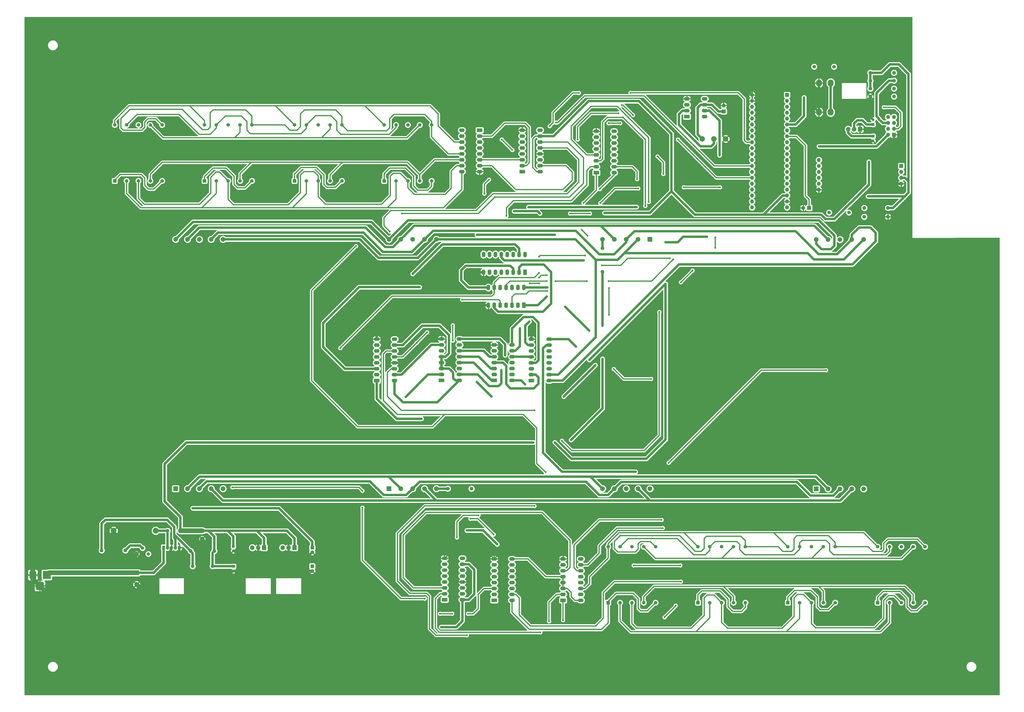
<source format=gbl>
G04 #@! TF.GenerationSoftware,KiCad,Pcbnew,(5.1.6)-1*
G04 #@! TF.CreationDate,2020-11-13T18:23:17+07:00*
G04 #@! TF.ProjectId,Clock,436c6f63-6b2e-46b6-9963-61645f706362,rev?*
G04 #@! TF.SameCoordinates,Original*
G04 #@! TF.FileFunction,Copper,L2,Bot*
G04 #@! TF.FilePolarity,Positive*
%FSLAX46Y46*%
G04 Gerber Fmt 4.6, Leading zero omitted, Abs format (unit mm)*
G04 Created by KiCad (PCBNEW (5.1.6)-1) date 2020-11-13 18:23:17*
%MOMM*%
%LPD*%
G01*
G04 APERTURE LIST*
G04 #@! TA.AperFunction,ComponentPad*
%ADD10C,1.524000*%
G04 #@! TD*
G04 #@! TA.AperFunction,ComponentPad*
%ADD11O,1.700000X1.700000*%
G04 #@! TD*
G04 #@! TA.AperFunction,ComponentPad*
%ADD12R,1.700000X1.700000*%
G04 #@! TD*
G04 #@! TA.AperFunction,ComponentPad*
%ADD13O,1.600000X1.600000*%
G04 #@! TD*
G04 #@! TA.AperFunction,ComponentPad*
%ADD14C,1.600000*%
G04 #@! TD*
G04 #@! TA.AperFunction,ComponentPad*
%ADD15C,2.340000*%
G04 #@! TD*
G04 #@! TA.AperFunction,ComponentPad*
%ADD16O,2.400000X1.600000*%
G04 #@! TD*
G04 #@! TA.AperFunction,ComponentPad*
%ADD17R,2.400000X1.600000*%
G04 #@! TD*
G04 #@! TA.AperFunction,ComponentPad*
%ADD18O,1.600000X2.400000*%
G04 #@! TD*
G04 #@! TA.AperFunction,ComponentPad*
%ADD19R,1.600000X2.400000*%
G04 #@! TD*
G04 #@! TA.AperFunction,ComponentPad*
%ADD20O,2.500000X3.000000*%
G04 #@! TD*
G04 #@! TA.AperFunction,ComponentPad*
%ADD21O,1.905000X2.000000*%
G04 #@! TD*
G04 #@! TA.AperFunction,ComponentPad*
%ADD22R,1.905000X2.000000*%
G04 #@! TD*
G04 #@! TA.AperFunction,ComponentPad*
%ADD23C,1.200000*%
G04 #@! TD*
G04 #@! TA.AperFunction,ComponentPad*
%ADD24R,1.200000X1.200000*%
G04 #@! TD*
G04 #@! TA.AperFunction,ComponentPad*
%ADD25C,1.500000*%
G04 #@! TD*
G04 #@! TA.AperFunction,ComponentPad*
%ADD26R,1.500000X1.500000*%
G04 #@! TD*
G04 #@! TA.AperFunction,ComponentPad*
%ADD27R,2.000000X2.000000*%
G04 #@! TD*
G04 #@! TA.AperFunction,ComponentPad*
%ADD28C,2.000000*%
G04 #@! TD*
G04 #@! TA.AperFunction,ComponentPad*
%ADD29R,1.600000X1.600000*%
G04 #@! TD*
G04 #@! TA.AperFunction,ComponentPad*
%ADD30O,1.275000X1.800000*%
G04 #@! TD*
G04 #@! TA.AperFunction,ComponentPad*
%ADD31R,1.275000X1.800000*%
G04 #@! TD*
G04 #@! TA.AperFunction,ComponentPad*
%ADD32C,1.440000*%
G04 #@! TD*
G04 #@! TA.AperFunction,ComponentPad*
%ADD33R,3.500000X3.500000*%
G04 #@! TD*
G04 #@! TA.AperFunction,ComponentPad*
%ADD34C,2.500000*%
G04 #@! TD*
G04 #@! TA.AperFunction,ViaPad*
%ADD35C,0.800000*%
G04 #@! TD*
G04 #@! TA.AperFunction,Conductor*
%ADD36C,2.000000*%
G04 #@! TD*
G04 #@! TA.AperFunction,Conductor*
%ADD37C,1.000000*%
G04 #@! TD*
G04 #@! TA.AperFunction,Conductor*
%ADD38C,0.500000*%
G04 #@! TD*
G04 #@! TA.AperFunction,Conductor*
%ADD39C,0.250000*%
G04 #@! TD*
G04 #@! TA.AperFunction,Conductor*
%ADD40C,0.254000*%
G04 #@! TD*
G04 APERTURE END LIST*
D10*
X512650000Y-60000000D03*
X504150000Y-60000000D03*
X519050000Y-122600000D03*
X510550000Y-122600000D03*
D11*
X499460000Y-120600000D03*
D12*
X502000000Y-120600000D03*
D13*
X525640000Y-120600000D03*
D14*
X535800000Y-120600000D03*
D13*
X535760000Y-124400000D03*
D14*
X525600000Y-124400000D03*
D15*
X466200000Y-91000000D03*
X461200000Y-91000000D03*
X456200000Y-91000000D03*
D16*
X457220000Y-81400000D03*
X449600000Y-73780000D03*
X457220000Y-78860000D03*
X449600000Y-76320000D03*
X457220000Y-76320000D03*
X449600000Y-78860000D03*
X457220000Y-73780000D03*
D17*
X449600000Y-81400000D03*
D11*
X465400000Y-76660000D03*
D12*
X465400000Y-79200000D03*
D16*
X353130000Y-87250000D03*
X360750000Y-105030000D03*
X353130000Y-89790000D03*
X360750000Y-102490000D03*
X353130000Y-92330000D03*
X360750000Y-99950000D03*
X353130000Y-94870000D03*
X360750000Y-97410000D03*
X353130000Y-97410000D03*
X360750000Y-94870000D03*
X353130000Y-99950000D03*
X360750000Y-92330000D03*
X353130000Y-102490000D03*
X360750000Y-89790000D03*
X353130000Y-105030000D03*
D17*
X360750000Y-87250000D03*
D16*
X404120000Y-289000000D03*
X396500000Y-271220000D03*
X404120000Y-286460000D03*
X396500000Y-273760000D03*
X404120000Y-283920000D03*
X396500000Y-276300000D03*
X404120000Y-281380000D03*
X396500000Y-278840000D03*
X404120000Y-278840000D03*
X396500000Y-281380000D03*
X404120000Y-276300000D03*
X396500000Y-283920000D03*
X404120000Y-273760000D03*
X396500000Y-286460000D03*
X404120000Y-271220000D03*
D17*
X396500000Y-289000000D03*
D18*
X380200000Y-140580000D03*
X362420000Y-148200000D03*
X377660000Y-140580000D03*
X364960000Y-148200000D03*
X375120000Y-140580000D03*
X367500000Y-148200000D03*
X372580000Y-140580000D03*
X370040000Y-148200000D03*
X370040000Y-140580000D03*
X372580000Y-148200000D03*
X367500000Y-140580000D03*
X375120000Y-148200000D03*
X364960000Y-140580000D03*
X377660000Y-148200000D03*
X362420000Y-140580000D03*
D19*
X380200000Y-148200000D03*
D13*
X528240000Y-66000000D03*
D14*
X538400000Y-66000000D03*
D13*
X538360000Y-62600000D03*
D14*
X528200000Y-62600000D03*
D13*
X538360000Y-69400000D03*
D14*
X528200000Y-69400000D03*
D13*
X538360000Y-72800000D03*
D14*
X528200000Y-72800000D03*
D20*
X511200000Y-67000000D03*
X506200000Y-67000000D03*
X511200000Y-79500000D03*
X506200000Y-79500000D03*
D11*
X506150000Y-100030000D03*
X506150000Y-112770000D03*
X506150000Y-110230000D03*
X506150000Y-107670000D03*
X506150000Y-105130000D03*
X506150000Y-102590000D03*
X541450000Y-107680000D03*
X541450000Y-105140000D03*
D12*
X541450000Y-102600000D03*
D11*
X541450000Y-110220000D03*
D21*
X518720000Y-86800000D03*
X521260000Y-86800000D03*
D22*
X523800000Y-86800000D03*
D23*
X529400000Y-82800000D03*
D24*
X529400000Y-84800000D03*
D23*
X529400000Y-91800000D03*
D24*
X529400000Y-89800000D03*
D12*
X538350000Y-89200000D03*
D11*
X538350000Y-86660000D03*
X535810000Y-89200000D03*
X538350000Y-84120000D03*
X535810000Y-86660000D03*
X535810000Y-84120000D03*
X535810000Y-81580000D03*
X538350000Y-81580000D03*
X477516640Y-92434920D03*
X477516640Y-74654920D03*
X477516640Y-79734920D03*
X477516640Y-115294920D03*
X477516640Y-105134920D03*
X477516640Y-77194920D03*
X477516640Y-94974920D03*
X477516640Y-120374920D03*
X477516640Y-110214920D03*
X477516640Y-82274920D03*
X477516640Y-87354920D03*
X477516640Y-100054920D03*
X477516640Y-117834920D03*
X477516640Y-72114920D03*
X477516640Y-89894920D03*
X477516640Y-102594920D03*
X477516640Y-107674920D03*
X477516640Y-84814920D03*
X477516640Y-112754920D03*
X477516640Y-97514920D03*
X492516640Y-102594920D03*
X492516640Y-84814920D03*
X492516640Y-77194920D03*
X492516640Y-94974920D03*
X492516640Y-115294920D03*
X492516640Y-107674920D03*
X492516640Y-89894920D03*
X492516640Y-82274920D03*
X492516640Y-120374920D03*
X492516640Y-110214920D03*
X492516640Y-79734920D03*
X492516640Y-105134920D03*
X492516640Y-117834920D03*
D12*
X492516640Y-72114920D03*
D11*
X492516640Y-74654920D03*
X492516640Y-87354920D03*
X492516640Y-100054920D03*
X492516640Y-92434920D03*
X492516640Y-112754920D03*
X492516640Y-97514920D03*
D16*
X374620000Y-289000000D03*
X367000000Y-271220000D03*
X374620000Y-286460000D03*
X367000000Y-273760000D03*
X374620000Y-283920000D03*
X367000000Y-276300000D03*
X374620000Y-281380000D03*
X367000000Y-278840000D03*
X374620000Y-278840000D03*
X367000000Y-281380000D03*
X374620000Y-276300000D03*
X367000000Y-283920000D03*
X374620000Y-273760000D03*
X367000000Y-286460000D03*
X374620000Y-271220000D03*
D17*
X367000000Y-289000000D03*
D16*
X353370000Y-288750000D03*
X345750000Y-270970000D03*
X353370000Y-286210000D03*
X345750000Y-273510000D03*
X353370000Y-283670000D03*
X345750000Y-276050000D03*
X353370000Y-281130000D03*
X345750000Y-278590000D03*
X353370000Y-278590000D03*
X345750000Y-281130000D03*
X353370000Y-276050000D03*
X345750000Y-283670000D03*
X353370000Y-273510000D03*
X345750000Y-286210000D03*
X353370000Y-270970000D03*
D17*
X345750000Y-288750000D03*
D16*
X386620000Y-105000000D03*
X379000000Y-87220000D03*
X386620000Y-102460000D03*
X379000000Y-89760000D03*
X386620000Y-99920000D03*
X379000000Y-92300000D03*
X386620000Y-97380000D03*
X379000000Y-94840000D03*
X386620000Y-94840000D03*
X379000000Y-97380000D03*
X386620000Y-92300000D03*
X379000000Y-99920000D03*
X386620000Y-89760000D03*
X379000000Y-102460000D03*
X386620000Y-87220000D03*
D17*
X379000000Y-105000000D03*
D16*
X418370000Y-105500000D03*
X410750000Y-87720000D03*
X418370000Y-102960000D03*
X410750000Y-90260000D03*
X418370000Y-100420000D03*
X410750000Y-92800000D03*
X418370000Y-97880000D03*
X410750000Y-95340000D03*
X418370000Y-95340000D03*
X410750000Y-97880000D03*
X418370000Y-92800000D03*
X410750000Y-100420000D03*
X418370000Y-90260000D03*
X410750000Y-102960000D03*
X418370000Y-87720000D03*
D17*
X410750000Y-105500000D03*
D25*
X415840000Y-266000000D03*
X420920000Y-266000000D03*
X426000000Y-266000000D03*
X431080000Y-266000000D03*
X436160000Y-266000000D03*
X436160000Y-290000000D03*
X431080000Y-290000000D03*
X426000000Y-290000000D03*
X420920000Y-290000000D03*
D26*
X415840000Y-290000000D03*
D25*
X319840000Y-85000000D03*
X324920000Y-85000000D03*
X330000000Y-85000000D03*
X335080000Y-85000000D03*
X340160000Y-85000000D03*
X340160000Y-109000000D03*
X335080000Y-109000000D03*
X330000000Y-109000000D03*
X324920000Y-109000000D03*
D26*
X319840000Y-109000000D03*
D25*
X242840000Y-85000000D03*
X247920000Y-85000000D03*
X253000000Y-85000000D03*
X258080000Y-85000000D03*
X263160000Y-85000000D03*
X263160000Y-109000000D03*
X258080000Y-109000000D03*
X253000000Y-109000000D03*
X247920000Y-109000000D03*
D26*
X242840000Y-109000000D03*
D25*
X204340000Y-85000000D03*
X209420000Y-85000000D03*
X214500000Y-85000000D03*
X219580000Y-85000000D03*
X224660000Y-85000000D03*
X224660000Y-109000000D03*
X219580000Y-109000000D03*
X214500000Y-109000000D03*
X209420000Y-109000000D03*
D26*
X204340000Y-109000000D03*
D13*
X413450000Y-148060000D03*
D14*
X413450000Y-137900000D03*
D27*
X230436000Y-241100000D03*
D28*
X235516000Y-241100000D03*
X240596000Y-241100000D03*
X245676000Y-241100000D03*
X250756000Y-241100000D03*
X250756000Y-134100000D03*
X245676000Y-134100000D03*
X240596000Y-134100000D03*
X235516000Y-134100000D03*
X230436000Y-134100000D03*
D27*
X321876000Y-241100000D03*
D28*
X326956000Y-241100000D03*
X332036000Y-241100000D03*
X337116000Y-241100000D03*
X342196000Y-241100000D03*
X342196000Y-134100000D03*
X337116000Y-134100000D03*
X332036000Y-134100000D03*
X326956000Y-134100000D03*
X321876000Y-134100000D03*
X433760000Y-241100000D03*
X428680000Y-241100000D03*
X423600000Y-241100000D03*
X418520000Y-241100000D03*
X413440000Y-241100000D03*
X413440000Y-134100000D03*
X418520000Y-134100000D03*
X423600000Y-134100000D03*
X428680000Y-134100000D03*
D27*
X433760000Y-134100000D03*
D25*
X531340000Y-266000000D03*
X536420000Y-266000000D03*
X541500000Y-266000000D03*
X546580000Y-266000000D03*
X551660000Y-266000000D03*
X551660000Y-290000000D03*
X546580000Y-290000000D03*
X541500000Y-290000000D03*
X536420000Y-290000000D03*
D26*
X531340000Y-290000000D03*
D25*
X492840000Y-266000000D03*
X497920000Y-266000000D03*
X503000000Y-266000000D03*
X508080000Y-266000000D03*
X513160000Y-266000000D03*
X513160000Y-290000000D03*
X508080000Y-290000000D03*
X503000000Y-290000000D03*
X497920000Y-290000000D03*
D26*
X492840000Y-290000000D03*
D18*
X379750000Y-154780000D03*
X364510000Y-162400000D03*
X377210000Y-154780000D03*
X367050000Y-162400000D03*
X374670000Y-154780000D03*
X369590000Y-162400000D03*
X372130000Y-154780000D03*
X372130000Y-162400000D03*
X369590000Y-154780000D03*
X374670000Y-162400000D03*
X367050000Y-154780000D03*
X377210000Y-162400000D03*
X364510000Y-154780000D03*
D19*
X379750000Y-162400000D03*
D16*
X374670000Y-194650000D03*
X367050000Y-179410000D03*
X374670000Y-192110000D03*
X367050000Y-181950000D03*
X374670000Y-189570000D03*
X367050000Y-184490000D03*
X374670000Y-187030000D03*
X367050000Y-187030000D03*
X374670000Y-184490000D03*
X367050000Y-189570000D03*
X374670000Y-181950000D03*
X367050000Y-192110000D03*
X374670000Y-179410000D03*
D17*
X367050000Y-194650000D03*
D25*
X454340000Y-266000000D03*
X459420000Y-266000000D03*
X464500000Y-266000000D03*
X469580000Y-266000000D03*
X474660000Y-266000000D03*
X474660000Y-290000000D03*
X469580000Y-290000000D03*
X464500000Y-290000000D03*
X459420000Y-290000000D03*
D26*
X454340000Y-290000000D03*
D16*
X324270000Y-194700000D03*
X316650000Y-176920000D03*
X324270000Y-192160000D03*
X316650000Y-179460000D03*
X324270000Y-189620000D03*
X316650000Y-182000000D03*
X324270000Y-187080000D03*
X316650000Y-184540000D03*
X324270000Y-184540000D03*
X316650000Y-187080000D03*
X324270000Y-182000000D03*
X316650000Y-189620000D03*
X324270000Y-179460000D03*
X316650000Y-192160000D03*
X324270000Y-176920000D03*
D17*
X316650000Y-194700000D03*
D21*
X276320000Y-266400000D03*
X278860000Y-266400000D03*
D22*
X281400000Y-266400000D03*
D21*
X263320000Y-266400000D03*
X265860000Y-266400000D03*
D22*
X268400000Y-266400000D03*
D13*
X357260000Y-241100000D03*
D14*
X347100000Y-241100000D03*
D16*
X390520000Y-194700000D03*
X382900000Y-176920000D03*
X390520000Y-192160000D03*
X382900000Y-179460000D03*
X390520000Y-189620000D03*
X382900000Y-182000000D03*
X390520000Y-187080000D03*
X382900000Y-184540000D03*
X390520000Y-184540000D03*
X382900000Y-187080000D03*
X390520000Y-182000000D03*
X382900000Y-189620000D03*
X390520000Y-179460000D03*
X382900000Y-192160000D03*
X390520000Y-176920000D03*
D17*
X382900000Y-194700000D03*
D16*
X352070000Y-194650000D03*
X344450000Y-176870000D03*
X352070000Y-192110000D03*
X344450000Y-179410000D03*
X352070000Y-189570000D03*
X344450000Y-181950000D03*
X352070000Y-187030000D03*
X344450000Y-184490000D03*
X352070000Y-184490000D03*
X344450000Y-187030000D03*
X352070000Y-181950000D03*
X344450000Y-189570000D03*
X352070000Y-179410000D03*
X344450000Y-192110000D03*
X352070000Y-176870000D03*
D17*
X344450000Y-194650000D03*
D14*
X289000000Y-268400000D03*
D29*
X289000000Y-266400000D03*
D23*
X255200000Y-267800000D03*
D24*
X255200000Y-265800000D03*
D14*
X289000000Y-276400000D03*
D29*
X289000000Y-274400000D03*
D23*
X255300000Y-276400000D03*
D24*
X255300000Y-274400000D03*
D25*
X281390000Y-85000000D03*
X286470000Y-85000000D03*
X291550000Y-85000000D03*
X296630000Y-85000000D03*
X301710000Y-85000000D03*
X301710000Y-109000000D03*
X296630000Y-109000000D03*
X291550000Y-109000000D03*
X286470000Y-109000000D03*
D26*
X281390000Y-109000000D03*
D30*
X232100000Y-266400000D03*
X230400000Y-266400000D03*
X228700000Y-266400000D03*
X227000000Y-266400000D03*
D31*
X225300000Y-266400000D03*
D32*
X213700000Y-269150000D03*
X216240000Y-266610000D03*
X218780000Y-269150000D03*
D13*
X247010000Y-267850000D03*
D14*
X236850000Y-267850000D03*
D13*
X198740000Y-267600000D03*
D14*
X208900000Y-267600000D03*
G04 #@! TA.AperFunction,ComponentPad*
G36*
G01*
X170510000Y-283705000D02*
X170510000Y-281955000D01*
G75*
G02*
X171385000Y-281080000I875000J0D01*
G01*
X173135000Y-281080000D01*
G75*
G02*
X174010000Y-281955000I0J-875000D01*
G01*
X174010000Y-283705000D01*
G75*
G02*
X173135000Y-284580000I-875000J0D01*
G01*
X171385000Y-284580000D01*
G75*
G02*
X170510000Y-283705000I0J875000D01*
G01*
G37*
G04 #@! TD.AperFunction*
G04 #@! TA.AperFunction,ComponentPad*
G36*
G01*
X167760000Y-279130000D02*
X167760000Y-277130000D01*
G75*
G02*
X168510000Y-276380000I750000J0D01*
G01*
X170010000Y-276380000D01*
G75*
G02*
X170760000Y-277130000I0J-750000D01*
G01*
X170760000Y-279130000D01*
G75*
G02*
X170010000Y-279880000I-750000J0D01*
G01*
X168510000Y-279880000D01*
G75*
G02*
X167760000Y-279130000I0J750000D01*
G01*
G37*
G04 #@! TD.AperFunction*
D33*
X175260000Y-278130000D03*
D25*
X232500000Y-259150000D03*
X227000000Y-259150000D03*
D34*
X203900000Y-259150000D03*
X221900000Y-259150000D03*
D14*
X241850000Y-262650000D03*
D29*
X241850000Y-259150000D03*
D28*
X213800000Y-282200000D03*
D27*
X213800000Y-277200000D03*
D10*
X246250000Y-274400000D03*
X237750000Y-274400000D03*
D27*
X505040000Y-241200000D03*
D28*
X510120000Y-241200000D03*
X515200000Y-241200000D03*
X520280000Y-241200000D03*
X525360000Y-241200000D03*
X525360000Y-134200000D03*
X520280000Y-134200000D03*
X515200000Y-134200000D03*
X510120000Y-134200000D03*
X505040000Y-134200000D03*
D35*
X382300000Y-172900000D03*
X356000000Y-149650000D03*
X203750000Y-237500000D03*
X386800000Y-81200000D03*
X381700000Y-120250000D03*
X428050000Y-120250000D03*
X402050000Y-180100000D03*
X407800000Y-185850000D03*
X440450000Y-153200000D03*
X393000000Y-221250000D03*
X383750000Y-221250000D03*
X440450000Y-135350000D03*
X458200000Y-133000000D03*
X463600000Y-98000000D03*
X386750000Y-302750000D03*
X390500000Y-298000000D03*
X396500000Y-297500000D03*
X335050000Y-154600000D03*
X329050000Y-201750000D03*
X335700000Y-211100000D03*
X407400000Y-246150000D03*
X406350000Y-238100000D03*
X427600000Y-233850000D03*
X392350000Y-125950000D03*
X380250000Y-196350000D03*
X343600000Y-171150000D03*
X359600000Y-132100000D03*
X393000000Y-132100000D03*
X389800000Y-154750000D03*
X344250000Y-300500000D03*
X414250000Y-122750000D03*
X527600000Y-100800000D03*
X355250000Y-259000000D03*
X368250000Y-265000000D03*
X237750000Y-249500000D03*
X237750000Y-249500000D03*
X375500000Y-122000000D03*
X386596000Y-122996000D03*
X332036000Y-148914000D03*
X405400000Y-143150000D03*
X399950000Y-220150000D03*
X413450000Y-171200000D03*
X413450000Y-185350000D03*
X389500000Y-152000000D03*
X393250000Y-152000000D03*
X406750000Y-152000000D03*
X416000000Y-152000000D03*
X443750000Y-142750000D03*
X433250000Y-118000000D03*
X426750000Y-274000000D03*
X446750000Y-274000000D03*
X301000000Y-180750000D03*
X254750000Y-240500000D03*
X310500000Y-249250000D03*
X337250000Y-288250000D03*
X343750000Y-294750000D03*
X349000000Y-294750000D03*
X355750000Y-294750000D03*
X431750000Y-119750000D03*
X442250000Y-142250000D03*
X413250000Y-145250000D03*
X406000000Y-141000000D03*
X386250000Y-141500000D03*
X386250000Y-148500000D03*
X310500000Y-242000000D03*
X422250000Y-81750000D03*
X353250000Y-160000000D03*
X349250000Y-171000000D03*
X349250000Y-177500000D03*
X356750000Y-254000000D03*
X366750000Y-260750000D03*
X372250000Y-124000000D03*
X420250000Y-80000000D03*
X402750000Y-91250000D03*
X405250000Y-118500000D03*
X404500000Y-130000000D03*
X407000000Y-132500000D03*
X389750000Y-156250000D03*
X440000000Y-296250000D03*
X444750000Y-291250000D03*
X434250000Y-194000000D03*
X418250000Y-189750000D03*
X416250000Y-166500000D03*
X416250000Y-155000000D03*
X412250000Y-112500000D03*
X428250000Y-108250000D03*
X421000000Y-261250000D03*
X438750000Y-254500000D03*
X439250000Y-258000000D03*
X370100000Y-190250000D03*
X359550000Y-195300000D03*
X365850000Y-201600000D03*
X396850000Y-201600000D03*
X410350000Y-188100000D03*
X407725000Y-173325000D03*
X397400000Y-163000000D03*
X389500000Y-158600000D03*
X378050000Y-172250000D03*
X371700000Y-183850000D03*
X447000000Y-281000000D03*
X428750000Y-112250000D03*
X412500000Y-118500000D03*
X408000000Y-123000000D03*
X399500000Y-123000000D03*
X389500000Y-149500000D03*
X386250000Y-150500000D03*
X386250000Y-153000000D03*
X382250000Y-153000000D03*
X509250000Y-190250000D03*
X441750000Y-230000000D03*
X384250000Y-248500000D03*
X355250000Y-304000000D03*
X333750000Y-178500000D03*
X338250000Y-174000000D03*
X322250000Y-130750000D03*
X445750000Y-91250000D03*
X426500000Y-80750000D03*
X421750000Y-76500000D03*
X403250000Y-71250000D03*
X390750000Y-85500000D03*
X389000000Y-234000000D03*
X389000000Y-234000000D03*
X360250000Y-252500000D03*
X351000000Y-262000000D03*
X327500000Y-123000000D03*
X307750000Y-137000000D03*
X463750000Y-111750000D03*
X448250000Y-111750000D03*
X439500000Y-106000000D03*
X437000000Y-98500000D03*
X421000000Y-84250000D03*
X416000000Y-84250000D03*
X370250000Y-91250000D03*
X374750000Y-95750000D03*
X364750000Y-108500000D03*
X362750000Y-114500000D03*
X367250000Y-116000000D03*
X382050000Y-169350000D03*
X384250000Y-207500000D03*
X396000000Y-220500000D03*
X437750000Y-165250000D03*
X447000000Y-152500000D03*
X452000000Y-147500000D03*
X461750000Y-137750000D03*
X461750000Y-133250000D03*
X393500000Y-84000000D03*
X499800000Y-73200000D03*
X527200000Y-115600000D03*
X506200000Y-94200000D03*
X425400000Y-71200000D03*
X534000000Y-77400000D03*
D36*
X213700000Y-269150000D02*
X210750000Y-272100000D01*
X210750000Y-272100000D02*
X201750000Y-272100000D01*
X203900000Y-269950000D02*
X201750000Y-272100000D01*
X203900000Y-259150000D02*
X203900000Y-269950000D01*
D37*
X259300000Y-272100000D02*
X259300000Y-275200000D01*
X258100000Y-276400000D02*
X255300000Y-276400000D01*
X259300000Y-275200000D02*
X258100000Y-276400000D01*
X259300000Y-264200000D02*
X261500000Y-262000000D01*
X261500000Y-262000000D02*
X264100000Y-262000000D01*
X265860000Y-263760000D02*
X265860000Y-266400000D01*
X264100000Y-262000000D02*
X265860000Y-263760000D01*
X265860000Y-266400000D02*
X265860000Y-269260000D01*
X265860000Y-269260000D02*
X267500000Y-270900000D01*
X267500000Y-270900000D02*
X270700000Y-270900000D01*
X270700000Y-270900000D02*
X272200000Y-269400000D01*
X272200000Y-269400000D02*
X272200000Y-264900000D01*
X272200000Y-264900000D02*
X274800000Y-262300000D01*
X274800000Y-262300000D02*
X277300000Y-262300000D01*
X278860000Y-263860000D02*
X278860000Y-266400000D01*
X277300000Y-262300000D02*
X278860000Y-263860000D01*
X255300000Y-276400000D02*
X284400000Y-276400000D01*
X284400000Y-276400000D02*
X289000000Y-276400000D01*
X278860000Y-266400000D02*
X278860000Y-268260000D01*
X278860000Y-268260000D02*
X281400000Y-270800000D01*
X286600000Y-270800000D02*
X289000000Y-268400000D01*
X281400000Y-270800000D02*
X286600000Y-270800000D01*
X382900000Y-176920000D02*
X382900000Y-173500000D01*
X382900000Y-173500000D02*
X382300000Y-172900000D01*
X324270000Y-187080000D02*
X328620000Y-187080000D01*
X338830000Y-176870000D02*
X344450000Y-176870000D01*
X328620000Y-187080000D02*
X338830000Y-176870000D01*
X316650000Y-176920000D02*
X316650000Y-173400000D01*
X327650000Y-162400000D02*
X364510000Y-162400000D01*
X316650000Y-173400000D02*
X327650000Y-162400000D01*
X362420000Y-148200000D02*
X357450000Y-148200000D01*
X357450000Y-148200000D02*
X356000000Y-149650000D01*
X356000000Y-149650000D02*
X356000000Y-149650000D01*
D38*
X396500000Y-271220000D02*
X387720000Y-271220000D01*
X387720000Y-271220000D02*
X381750000Y-265250000D01*
X372970000Y-265250000D02*
X367000000Y-271220000D01*
X381750000Y-265250000D02*
X372970000Y-265250000D01*
X345750000Y-270970000D02*
X345780000Y-270970000D01*
X345780000Y-270970000D02*
X351250000Y-265500000D01*
X361280000Y-265500000D02*
X367000000Y-271220000D01*
X351250000Y-265500000D02*
X361280000Y-265500000D01*
X353370000Y-281130000D02*
X352130000Y-281130000D01*
X352130000Y-281130000D02*
X350500000Y-279500000D01*
X350500000Y-279500000D02*
X350500000Y-272750000D01*
X348720000Y-270970000D02*
X345750000Y-270970000D01*
X350500000Y-272750000D02*
X348720000Y-270970000D01*
D37*
X364510000Y-162400000D02*
X348900000Y-162400000D01*
X256400000Y-267800000D02*
X259300000Y-270700000D01*
X255200000Y-267800000D02*
X256400000Y-267800000D01*
X259300000Y-272100000D02*
X259300000Y-270700000D01*
X259300000Y-270700000D02*
X259300000Y-264200000D01*
X373250000Y-69500000D02*
X203000000Y-69500000D01*
X203000000Y-69500000D02*
X196000000Y-76500000D01*
X196000000Y-76500000D02*
X196000000Y-229750000D01*
X196000000Y-229750000D02*
X203750000Y-237500000D01*
X203750000Y-237500000D02*
X203750000Y-237500000D01*
X474901720Y-69500000D02*
X477516640Y-72114920D01*
X500000000Y-69500000D02*
X474901720Y-69500000D01*
X502750000Y-72250000D02*
X500000000Y-69500000D01*
X538350000Y-91250000D02*
X533400000Y-96200000D01*
X538350000Y-89200000D02*
X538350000Y-91250000D01*
X506300000Y-96200000D02*
X502750000Y-99750000D01*
X533400000Y-96200000D02*
X506300000Y-96200000D01*
X511300000Y-91800000D02*
X502750000Y-83250000D01*
X502750000Y-83250000D02*
X502750000Y-72250000D01*
X533400000Y-96200000D02*
X533400000Y-105800000D01*
X537820000Y-110220000D02*
X541450000Y-110220000D01*
X533400000Y-105800000D02*
X537820000Y-110220000D01*
X529400000Y-91800000D02*
X516800000Y-91800000D01*
X516800000Y-91800000D02*
X511300000Y-91800000D01*
X506200000Y-67000000D02*
X506200000Y-79500000D01*
X502750000Y-76050000D02*
X506200000Y-79500000D01*
X502750000Y-72250000D02*
X502750000Y-76050000D01*
X386800000Y-81200000D02*
X375500000Y-69900000D01*
X375500000Y-69900000D02*
X375500000Y-69500000D01*
X373250000Y-69500000D02*
X375500000Y-69500000D01*
X375500000Y-69500000D02*
X474901720Y-69500000D01*
X502750000Y-88890000D02*
X502750000Y-88250000D01*
X502750000Y-99750000D02*
X502750000Y-88250000D01*
X502750000Y-88250000D02*
X502750000Y-83250000D01*
X504970000Y-112770000D02*
X506150000Y-112770000D01*
X502750000Y-99750000D02*
X502750000Y-110550000D01*
X502750000Y-110550000D02*
X504970000Y-112770000D01*
D36*
X169260000Y-279830000D02*
X172260000Y-282830000D01*
X169260000Y-278130000D02*
X169260000Y-279830000D01*
X201750000Y-272100000D02*
X172400000Y-272100000D01*
X169260000Y-275240000D02*
X169260000Y-278130000D01*
X172400000Y-272100000D02*
X169260000Y-275240000D01*
D37*
X528200000Y-81600000D02*
X529400000Y-82800000D01*
X528200000Y-72800000D02*
X528200000Y-81600000D01*
D36*
X183430000Y-294000000D02*
X172260000Y-282830000D01*
X241850000Y-288900000D02*
X236750000Y-294000000D01*
X213800000Y-282200000D02*
X225500000Y-293900000D01*
X236750000Y-294000000D02*
X225500000Y-294000000D01*
X225500000Y-293900000D02*
X225500000Y-294000000D01*
X225500000Y-294000000D02*
X183430000Y-294000000D01*
D37*
X248850000Y-276400000D02*
X241850000Y-283400000D01*
X255300000Y-276400000D02*
X248850000Y-276400000D01*
D36*
X241850000Y-262650000D02*
X241850000Y-283400000D01*
X241850000Y-283400000D02*
X241850000Y-288900000D01*
D37*
X228337510Y-266412490D02*
X228337510Y-269887510D01*
X228350000Y-266400000D02*
X228337510Y-266412490D01*
X228700000Y-266400000D02*
X228350000Y-266400000D01*
X232100000Y-266400000D02*
X232100000Y-273650000D01*
X228337510Y-269887510D02*
X232225000Y-273775000D01*
X232100000Y-273650000D02*
X232225000Y-273775000D01*
X232225000Y-273775000D02*
X241850000Y-283400000D01*
D36*
X232500000Y-259150000D02*
X241850000Y-259150000D01*
D37*
X246250000Y-268610000D02*
X247010000Y-267850000D01*
X246250000Y-274400000D02*
X246250000Y-268610000D01*
X247010000Y-267850000D02*
X247010000Y-261660000D01*
X244500000Y-259150000D02*
X241850000Y-259150000D01*
X247010000Y-261660000D02*
X244500000Y-259150000D01*
X241850000Y-259150000D02*
X252750000Y-259150000D01*
X252750000Y-259150000D02*
X265250000Y-259150000D01*
X268400000Y-262300000D02*
X268400000Y-266400000D01*
X265250000Y-259150000D02*
X268400000Y-262300000D01*
X265250000Y-259150000D02*
X278150000Y-259150000D01*
X281400000Y-262400000D02*
X281400000Y-266400000D01*
X278150000Y-259150000D02*
X281400000Y-262400000D01*
X255300000Y-274400000D02*
X246250000Y-274400000D01*
X255200000Y-261600000D02*
X252750000Y-259150000D01*
X255200000Y-265800000D02*
X255200000Y-261600000D01*
X381700000Y-120250000D02*
X428050000Y-120250000D01*
X428050000Y-120250000D02*
X428050000Y-120250000D01*
X390520000Y-176920000D02*
X398870000Y-176920000D01*
X398870000Y-176920000D02*
X402050000Y-180100000D01*
X402050000Y-180100000D02*
X402050000Y-180100000D01*
X407800000Y-185850000D02*
X440450000Y-153200000D01*
X440450000Y-153200000D02*
X440450000Y-153200000D01*
X440450000Y-153200000D02*
X440450000Y-220050000D01*
X440450000Y-220050000D02*
X432250000Y-228250000D01*
X432250000Y-228250000D02*
X400000000Y-228250000D01*
X400000000Y-228250000D02*
X393000000Y-221250000D01*
X393000000Y-221250000D02*
X393000000Y-221250000D01*
X383750000Y-221250000D02*
X235000000Y-221250000D01*
X235000000Y-221250000D02*
X225750000Y-230500000D01*
X225750000Y-230500000D02*
X225750000Y-246500000D01*
X232500000Y-253250000D02*
X232500000Y-259150000D01*
X225750000Y-246500000D02*
X232500000Y-253250000D01*
X458200000Y-133000000D02*
X458200000Y-133000000D01*
X440450000Y-135350000D02*
X445650000Y-135350000D01*
X448000000Y-133000000D02*
X458200000Y-133000000D01*
X445650000Y-135350000D02*
X448000000Y-133000000D01*
X459260000Y-78860000D02*
X457220000Y-78860000D01*
X463600000Y-98000000D02*
X463600000Y-83200000D01*
X463600000Y-83200000D02*
X459260000Y-78860000D01*
X342196000Y-241100000D02*
X347100000Y-241100000D01*
X413440000Y-137890000D02*
X413450000Y-137900000D01*
X413440000Y-134100000D02*
X413440000Y-137890000D01*
X208900000Y-267600000D02*
X211000000Y-265500000D01*
X215130000Y-265500000D02*
X216240000Y-266610000D01*
X211000000Y-265500000D02*
X215130000Y-265500000D01*
D38*
X345750000Y-283670000D02*
X332420000Y-283670000D01*
X332420000Y-283670000D02*
X328000000Y-279250000D01*
X328000000Y-279250000D02*
X328000000Y-261000000D01*
X328000000Y-261000000D02*
X337750000Y-251250000D01*
X337750000Y-251250000D02*
X387500000Y-251250000D01*
X387500000Y-251250000D02*
X399500000Y-263250000D01*
X399500000Y-263250000D02*
X399500000Y-274900000D01*
X398100000Y-276300000D02*
X396500000Y-276300000D01*
X399500000Y-274900000D02*
X398100000Y-276300000D01*
X345750000Y-286210000D02*
X343790000Y-286210000D01*
X343790000Y-286210000D02*
X341750000Y-288250000D01*
X341750000Y-288250000D02*
X341750000Y-301000000D01*
X341750000Y-301000000D02*
X343500000Y-302750000D01*
X343500000Y-302750000D02*
X386750000Y-302750000D01*
X393790000Y-286460000D02*
X390500000Y-289750000D01*
X390500000Y-289750000D02*
X390500000Y-298000000D01*
X386750000Y-302750000D02*
X386750000Y-302750000D01*
X390500000Y-298000000D02*
X390500000Y-298000000D01*
X393790000Y-286460000D02*
X396500000Y-286460000D01*
X396500000Y-297500000D02*
X396500000Y-289000000D01*
D37*
X344450000Y-179410000D02*
X340090000Y-179410000D01*
X327340000Y-192160000D02*
X324270000Y-192160000D01*
X340090000Y-179410000D02*
X327340000Y-192160000D01*
X316650000Y-189620000D02*
X302970000Y-189620000D01*
X302970000Y-189620000D02*
X293700000Y-180350000D01*
X293700000Y-180350000D02*
X293700000Y-170000000D01*
X293700000Y-170000000D02*
X309100000Y-154600000D01*
X309100000Y-154600000D02*
X335050000Y-154600000D01*
X335050000Y-154600000D02*
X335050000Y-154600000D01*
X344450000Y-192110000D02*
X338690000Y-192110000D01*
X338690000Y-192110000D02*
X329050000Y-201750000D01*
X316650000Y-194700000D02*
X316650000Y-202500000D01*
X316650000Y-202500000D02*
X325250000Y-211100000D01*
X325250000Y-211100000D02*
X335700000Y-211100000D01*
X335700000Y-211100000D02*
X335850000Y-211100000D01*
D38*
X365990000Y-102490000D02*
X376250000Y-112750000D01*
X376250000Y-112750000D02*
X396500000Y-112750000D01*
X396500000Y-112750000D02*
X400500000Y-108750000D01*
X400500000Y-108750000D02*
X400500000Y-105250000D01*
X397710000Y-102460000D02*
X386620000Y-102460000D01*
X400500000Y-105250000D02*
X397710000Y-102460000D01*
X365990000Y-102490000D02*
X360750000Y-102490000D01*
X378970000Y-99950000D02*
X379000000Y-99920000D01*
X360750000Y-99950000D02*
X378970000Y-99950000D01*
X365960000Y-89790000D02*
X371500000Y-84250000D01*
X371500000Y-84250000D02*
X380250000Y-84250000D01*
X380250000Y-84250000D02*
X382000000Y-86000000D01*
X382000000Y-86000000D02*
X382000000Y-101250000D01*
X380790000Y-102460000D02*
X379000000Y-102460000D01*
X382000000Y-101250000D02*
X380790000Y-102460000D01*
X365960000Y-89790000D02*
X360750000Y-89790000D01*
D37*
X198740000Y-267600000D02*
X198740000Y-256110000D01*
X198740000Y-256110000D02*
X200400000Y-254450000D01*
X200400000Y-254450000D02*
X226850000Y-254450000D01*
X226850000Y-254450000D02*
X229850000Y-257450000D01*
X230400000Y-262750000D02*
X230400000Y-266400000D01*
X229850000Y-262200000D02*
X230400000Y-262750000D01*
X230100000Y-261100000D02*
X229850000Y-261100000D01*
X236850000Y-267850000D02*
X230100000Y-261100000D01*
X229850000Y-257450000D02*
X229850000Y-261100000D01*
X229850000Y-261100000D02*
X229850000Y-262200000D01*
X237750000Y-268750000D02*
X236850000Y-267850000D01*
X237750000Y-274400000D02*
X237750000Y-268750000D01*
X213800000Y-277200000D02*
X221050000Y-277200000D01*
X225300000Y-272950000D02*
X225300000Y-266400000D01*
X221050000Y-277200000D02*
X225300000Y-272950000D01*
D36*
X176190000Y-277200000D02*
X175260000Y-278130000D01*
X213800000Y-277200000D02*
X176190000Y-277200000D01*
D37*
X221900000Y-259150000D02*
X227000000Y-259150000D01*
X227000000Y-259150000D02*
X227000000Y-266400000D01*
X331716000Y-139500000D02*
X337116000Y-134100000D01*
X319250000Y-139500000D02*
X331716000Y-139500000D01*
X310926000Y-131176000D02*
X319250000Y-139500000D01*
X245676000Y-134100000D02*
X248600000Y-131176000D01*
X248600000Y-131176000D02*
X310926000Y-131176000D01*
X423600000Y-134100000D02*
X427100000Y-130600000D01*
X427100000Y-130600000D02*
X496250000Y-130600000D01*
X505150010Y-139500010D02*
X505150010Y-139550010D01*
X496250000Y-130600000D02*
X505150010Y-139500010D01*
X505150010Y-139550010D02*
X506050000Y-140450000D01*
X514030000Y-140450000D02*
X520280000Y-134200000D01*
X506050000Y-140450000D02*
X514030000Y-140450000D01*
X423600000Y-135350000D02*
X423600000Y-134100000D01*
X340816000Y-130400000D02*
X402000000Y-130400000D01*
X337116000Y-134100000D02*
X340816000Y-130400000D01*
X418450000Y-140500000D02*
X423600000Y-135350000D01*
X402000000Y-130400000D02*
X412100000Y-140500000D01*
X412100000Y-140500000D02*
X418450000Y-140500000D01*
X390520000Y-194700000D02*
X396300000Y-194700000D01*
X396300000Y-194700000D02*
X446150000Y-144850000D01*
X446150000Y-144850000D02*
X520600000Y-144850000D01*
X520600000Y-144850000D02*
X530550000Y-134900000D01*
X530550000Y-134900000D02*
X530550000Y-131300000D01*
X530550000Y-131300000D02*
X528250000Y-129000000D01*
X528250000Y-129000000D02*
X523450000Y-129000000D01*
X520280000Y-132170000D02*
X520280000Y-134200000D01*
X523450000Y-129000000D02*
X520280000Y-132170000D01*
X422780000Y-140000000D02*
X428680000Y-134100000D01*
X250756000Y-134100000D02*
X309450000Y-134100000D01*
X309450000Y-134100000D02*
X317400000Y-142050000D01*
X334246000Y-142050000D02*
X342196000Y-134100000D01*
X317400000Y-142050000D02*
X334246000Y-142050000D01*
X422780000Y-140000000D02*
X501350000Y-140000000D01*
X501350000Y-140000000D02*
X504050000Y-142700000D01*
X516860000Y-142700000D02*
X525360000Y-134200000D01*
X504050000Y-142700000D02*
X516860000Y-142700000D01*
X342196000Y-134100000D02*
X401800000Y-134100000D01*
X401800000Y-134100000D02*
X410550000Y-142850000D01*
X419930000Y-142850000D02*
X422780000Y-140000000D01*
X410550000Y-142850000D02*
X419930000Y-142850000D01*
X390520000Y-192160000D02*
X394490000Y-192160000D01*
X410550000Y-176100000D02*
X410550000Y-142850000D01*
X394490000Y-192160000D02*
X410550000Y-176100000D01*
X520280000Y-241200000D02*
X515330000Y-246150000D01*
X433730000Y-246150000D02*
X428680000Y-241100000D01*
X515330000Y-246150000D02*
X433730000Y-246150000D01*
X342166000Y-246150000D02*
X337116000Y-241100000D01*
X250726000Y-246150000D02*
X245676000Y-241100000D01*
X342166000Y-246150000D02*
X250726000Y-246150000D01*
X433730000Y-246150000D02*
X407400000Y-246150000D01*
X407400000Y-246150000D02*
X342166000Y-246150000D01*
X240596000Y-241100000D02*
X243746000Y-237950000D01*
X243746000Y-237950000D02*
X313750000Y-237950000D01*
X313750000Y-237950000D02*
X319650000Y-243850000D01*
X329286000Y-243850000D02*
X332036000Y-241100000D01*
X319650000Y-243850000D02*
X329286000Y-243850000D01*
X332036000Y-241100000D02*
X335036000Y-238100000D01*
X335036000Y-238100000D02*
X406350000Y-238100000D01*
X406350000Y-238100000D02*
X412050000Y-243800000D01*
X415820000Y-243800000D02*
X418520000Y-241100000D01*
X412050000Y-243800000D02*
X415820000Y-243800000D01*
X418520000Y-241100000D02*
X421420000Y-238200000D01*
X421420000Y-238200000D02*
X496750000Y-238200000D01*
X496750000Y-238200000D02*
X502600000Y-244050000D01*
X512350000Y-244050000D02*
X515200000Y-241200000D01*
X502600000Y-244050000D02*
X512350000Y-244050000D01*
X235516000Y-241100000D02*
X240466000Y-236150000D01*
X240466000Y-236150000D02*
X240550000Y-236150000D01*
X240550000Y-236150000D02*
X240800000Y-235900000D01*
X321756000Y-235900000D02*
X326956000Y-241100000D01*
X240800000Y-235900000D02*
X321756000Y-235900000D01*
X408240000Y-235900000D02*
X413440000Y-241100000D01*
X321756000Y-235900000D02*
X408240000Y-235900000D01*
X504820000Y-235900000D02*
X510120000Y-241200000D01*
X408240000Y-235900000D02*
X504820000Y-235900000D01*
X323656000Y-137400000D02*
X326956000Y-134100000D01*
X311900000Y-129050000D02*
X320250000Y-137400000D01*
X235516000Y-134100000D02*
X240566000Y-129050000D01*
X320250000Y-137400000D02*
X323656000Y-137400000D01*
X240566000Y-129050000D02*
X311900000Y-129050000D01*
X326956000Y-134100000D02*
X331006000Y-130050000D01*
X331006000Y-130050000D02*
X331006000Y-129994000D01*
X331006000Y-129994000D02*
X332750000Y-128250000D01*
X412670000Y-128250000D02*
X418520000Y-134100000D01*
X332750000Y-128250000D02*
X412670000Y-128250000D01*
X504170000Y-128250000D02*
X510120000Y-134200000D01*
X412670000Y-128250000D02*
X504170000Y-128250000D01*
X230436000Y-134100000D02*
X237936000Y-126600000D01*
X314376000Y-126600000D02*
X321876000Y-134100000D01*
X237936000Y-126600000D02*
X314376000Y-126600000D01*
X505040000Y-134200000D02*
X505040000Y-136040000D01*
X505040000Y-136040000D02*
X507300000Y-138300000D01*
X507300000Y-138300000D02*
X511300000Y-138300000D01*
X511300000Y-138300000D02*
X512800000Y-136800000D01*
X512800000Y-136800000D02*
X512800000Y-132500000D01*
X512800000Y-132500000D02*
X506250000Y-125950000D01*
X330026000Y-125950000D02*
X321876000Y-134100000D01*
X390520000Y-179460000D02*
X389340000Y-179460000D01*
X389340000Y-179460000D02*
X387950000Y-180850000D01*
X387950000Y-180850000D02*
X387950000Y-225700000D01*
X387950000Y-225700000D02*
X396100000Y-233850000D01*
X396100000Y-233850000D02*
X427600000Y-233850000D01*
X506250000Y-125950000D02*
X392350000Y-125950000D01*
X392350000Y-125950000D02*
X330026000Y-125950000D01*
X374670000Y-194650000D02*
X378550000Y-194650000D01*
X378550000Y-194650000D02*
X380250000Y-196350000D01*
X344450000Y-184490000D02*
X344450000Y-187030000D01*
X344450000Y-189570000D02*
X344450000Y-187030000D01*
X350400000Y-194650000D02*
X352070000Y-194650000D01*
X349400000Y-193650000D02*
X350400000Y-194650000D01*
X349400000Y-191300000D02*
X349400000Y-193650000D01*
X344450000Y-189570000D02*
X347670000Y-189570000D01*
X347670000Y-189570000D02*
X349400000Y-191300000D01*
X324270000Y-194700000D02*
X324270000Y-200420000D01*
X324270000Y-200420000D02*
X327900000Y-204050000D01*
X342670000Y-204050000D02*
X352070000Y-194650000D01*
X327900000Y-204050000D02*
X342670000Y-204050000D01*
X324270000Y-179460000D02*
X327840000Y-179460000D01*
X327840000Y-179460000D02*
X336150000Y-171150000D01*
X336150000Y-171150000D02*
X343600000Y-171150000D01*
X343600000Y-171150000D02*
X347600000Y-175150000D01*
X347600000Y-175150000D02*
X347600000Y-183000000D01*
X346110000Y-184490000D02*
X344450000Y-184490000D01*
X347600000Y-183000000D02*
X346110000Y-184490000D01*
X343600000Y-171150000D02*
X343600000Y-171150000D01*
X359600000Y-132100000D02*
X390150000Y-132100000D01*
X390150000Y-132100000D02*
X390150000Y-132100000D01*
X379750000Y-154780000D02*
X389770000Y-154780000D01*
X389770000Y-154780000D02*
X389800000Y-154750000D01*
X353370000Y-288750000D02*
X353370000Y-297880000D01*
X353370000Y-297880000D02*
X350750000Y-300500000D01*
X350750000Y-300500000D02*
X344250000Y-300500000D01*
X414250000Y-122750000D02*
X433750000Y-122750000D01*
X433750000Y-122750000D02*
X443000000Y-113500000D01*
X443000000Y-113500000D02*
X443000000Y-88750000D01*
X443000000Y-88750000D02*
X429000000Y-74750000D01*
X429000000Y-74750000D02*
X407500000Y-74750000D01*
X392490000Y-89760000D02*
X386620000Y-89760000D01*
X407500000Y-74750000D02*
X392490000Y-89760000D01*
D38*
X386620000Y-105000000D02*
X385250000Y-105000000D01*
X385250000Y-105000000D02*
X383500000Y-103250000D01*
X383500000Y-103250000D02*
X383500000Y-91000000D01*
X384740000Y-89760000D02*
X386620000Y-89760000D01*
X383500000Y-91000000D02*
X384740000Y-89760000D01*
D37*
X453000000Y-123500000D02*
X443000000Y-113500000D01*
X482500000Y-123500000D02*
X453000000Y-123500000D01*
X492516640Y-115294920D02*
X490705080Y-115294920D01*
X490705080Y-115294920D02*
X482500000Y-123500000D01*
X390150000Y-132100000D02*
X393000000Y-132100000D01*
X529400000Y-89800000D02*
X520200000Y-89800000D01*
X518720000Y-88320000D02*
X518720000Y-86800000D01*
X520200000Y-89800000D02*
X518720000Y-88320000D01*
X356050000Y-288750000D02*
X358500000Y-286300000D01*
X353370000Y-288750000D02*
X356050000Y-288750000D01*
X353370000Y-273510000D02*
X356110000Y-273510000D01*
X358500000Y-275900000D02*
X358500000Y-286300000D01*
X356110000Y-273510000D02*
X358500000Y-275900000D01*
X527600000Y-103000000D02*
X527600000Y-100800000D01*
X507100000Y-123500000D02*
X509000000Y-125400000D01*
X509000000Y-125400000D02*
X512800000Y-125400000D01*
X482500000Y-123500000D02*
X507100000Y-123500000D01*
X512800000Y-125400000D02*
X527600000Y-110600000D01*
X527600000Y-110600000D02*
X527600000Y-103000000D01*
D38*
X374620000Y-271220000D02*
X381470000Y-271220000D01*
X381470000Y-271220000D02*
X389090000Y-278840000D01*
D37*
X355250000Y-259000000D02*
X362250000Y-259000000D01*
X362250000Y-259000000D02*
X368250000Y-265000000D01*
X289000000Y-266400000D02*
X289000000Y-263750000D01*
X289000000Y-263750000D02*
X274750000Y-249500000D01*
X274750000Y-249500000D02*
X237750000Y-249500000D01*
X237750000Y-249500000D02*
X237750000Y-249500000D01*
X237750000Y-249500000D02*
X237750000Y-249500000D01*
D38*
X389090000Y-278840000D02*
X396500000Y-278840000D01*
X396500000Y-278840000D02*
X396500000Y-281380000D01*
X396500000Y-283920000D02*
X396500000Y-281380000D01*
X396500000Y-283920000D02*
X398320000Y-283920000D01*
X398320000Y-283920000D02*
X400000000Y-285600000D01*
X400000000Y-285600000D02*
X400000000Y-287400000D01*
X401600000Y-289000000D02*
X404120000Y-289000000D01*
X400000000Y-287400000D02*
X401600000Y-289000000D01*
X209420000Y-109000000D02*
X209420000Y-114420000D01*
X209420000Y-114420000D02*
X215500000Y-120500000D01*
X324920000Y-116830000D02*
X324920000Y-109000000D01*
X321250000Y-120500000D02*
X324920000Y-116830000D01*
X247920000Y-114330000D02*
X241750000Y-120500000D01*
X247920000Y-109000000D02*
X247920000Y-114330000D01*
X215500000Y-120500000D02*
X241750000Y-120500000D01*
X286470000Y-114530000D02*
X280500000Y-120500000D01*
X286470000Y-109000000D02*
X286470000Y-114530000D01*
X241750000Y-120500000D02*
X280500000Y-120500000D01*
X280500000Y-120500000D02*
X321250000Y-120500000D01*
X353130000Y-105030000D02*
X353130000Y-112670000D01*
X321250000Y-120500000D02*
X345300000Y-120500000D01*
X353130000Y-112670000D02*
X345300000Y-120500000D01*
X209420000Y-85000000D02*
X213920000Y-80500000D01*
X213920000Y-80500000D02*
X232000000Y-80500000D01*
X232000000Y-80500000D02*
X240500000Y-89000000D01*
X240500000Y-89000000D02*
X245250000Y-89000000D01*
X247920000Y-86330000D02*
X247920000Y-85000000D01*
X245250000Y-89000000D02*
X247920000Y-86330000D01*
X247920000Y-85000000D02*
X251750000Y-81170000D01*
X251750000Y-81170000D02*
X258670000Y-81170000D01*
X258670000Y-81170000D02*
X261000000Y-83500000D01*
X261000000Y-83500000D02*
X261000000Y-87250000D01*
X261000000Y-87250000D02*
X262500000Y-88750000D01*
X262500000Y-88750000D02*
X284250000Y-88750000D01*
X286470000Y-86530000D02*
X286470000Y-85000000D01*
X284250000Y-88750000D02*
X286470000Y-86530000D01*
X324920000Y-86080000D02*
X324920000Y-85000000D01*
X322000000Y-89000000D02*
X324920000Y-86080000D01*
X297000000Y-81000000D02*
X299500000Y-83500000D01*
X301250000Y-89000000D02*
X322000000Y-89000000D01*
X290470000Y-81000000D02*
X297000000Y-81000000D01*
X286470000Y-85000000D02*
X290470000Y-81000000D01*
X299500000Y-83500000D02*
X299500000Y-87250000D01*
X299500000Y-87250000D02*
X301250000Y-89000000D01*
X204340000Y-85000000D02*
X204340000Y-82910000D01*
X204340000Y-82910000D02*
X210500000Y-76750000D01*
X311590000Y-76750000D02*
X319840000Y-85000000D01*
X273250000Y-76860000D02*
X273250000Y-76750000D01*
X281390000Y-85000000D02*
X273250000Y-76860000D01*
X273250000Y-76750000D02*
X311590000Y-76750000D01*
X242840000Y-83090000D02*
X236500000Y-76750000D01*
X210500000Y-76750000D02*
X236500000Y-76750000D01*
X242840000Y-85000000D02*
X242840000Y-83090000D01*
X236500000Y-76750000D02*
X273250000Y-76750000D01*
X311590000Y-76750000D02*
X339500000Y-76750000D01*
X339500000Y-76750000D02*
X343000000Y-80250000D01*
X343000000Y-80250000D02*
X343000000Y-85400000D01*
X349930000Y-92330000D02*
X353130000Y-92330000D01*
X343000000Y-85400000D02*
X349930000Y-92330000D01*
X219580000Y-85000000D02*
X225080000Y-90500000D01*
X329580000Y-90500000D02*
X335080000Y-85000000D01*
X296630000Y-86870000D02*
X293000000Y-90500000D01*
X296630000Y-85000000D02*
X296630000Y-86870000D01*
X293000000Y-90500000D02*
X329580000Y-90500000D01*
X258080000Y-85000000D02*
X258080000Y-88170000D01*
X225080000Y-90500000D02*
X255750000Y-90500000D01*
X258080000Y-88170000D02*
X255750000Y-90500000D01*
X255750000Y-90500000D02*
X293000000Y-90500000D01*
X224660000Y-85000000D02*
X222000000Y-82340000D01*
X222000000Y-82340000D02*
X218590000Y-82340000D01*
X218590000Y-82340000D02*
X217250000Y-83680000D01*
X217250000Y-83680000D02*
X217250000Y-86000000D01*
X217250000Y-86000000D02*
X216000000Y-87250000D01*
X216000000Y-87250000D02*
X208000000Y-87250000D01*
X208000000Y-87250000D02*
X207000000Y-86250000D01*
X207000000Y-86250000D02*
X207000000Y-82250000D01*
X207000000Y-82250000D02*
X211000000Y-78250000D01*
X211000000Y-78250000D02*
X233250000Y-78250000D01*
X233250000Y-78250000D02*
X242000000Y-87000000D01*
X242000000Y-87000000D02*
X244250000Y-87000000D01*
X244250000Y-87000000D02*
X245250000Y-86000000D01*
X245250000Y-86000000D02*
X245250000Y-79750000D01*
X245250000Y-79750000D02*
X246500000Y-78500000D01*
X246500000Y-78500000D02*
X260500000Y-78500000D01*
X263160000Y-81160000D02*
X263160000Y-85000000D01*
X260500000Y-78500000D02*
X263160000Y-81160000D01*
X263160000Y-85000000D02*
X277250000Y-85000000D01*
X277250000Y-85000000D02*
X279500000Y-87250000D01*
X279500000Y-87250000D02*
X282500000Y-87250000D01*
X282500000Y-87250000D02*
X284000000Y-85750000D01*
X284000000Y-85750000D02*
X284000000Y-80250000D01*
X284000000Y-80250000D02*
X285750000Y-78500000D01*
X285750000Y-78500000D02*
X299000000Y-78500000D01*
X301710000Y-81210000D02*
X301710000Y-85000000D01*
X299000000Y-78500000D02*
X301710000Y-81210000D01*
X301710000Y-85000000D02*
X304210000Y-87500000D01*
X304210000Y-87500000D02*
X321000000Y-87500000D01*
X321000000Y-87500000D02*
X322250000Y-86250000D01*
X322250000Y-86250000D02*
X322250000Y-82250000D01*
X322250000Y-82250000D02*
X324000000Y-80500000D01*
X324000000Y-80500000D02*
X337250000Y-80500000D01*
X340160000Y-83410000D02*
X340160000Y-85000000D01*
X337250000Y-80500000D02*
X340160000Y-83410000D01*
X340160000Y-85000000D02*
X340160000Y-90160000D01*
X347410000Y-97410000D02*
X353130000Y-97410000D01*
X340160000Y-90160000D02*
X347410000Y-97410000D01*
X219580000Y-109000000D02*
X219580000Y-106170000D01*
X219580000Y-106170000D02*
X224750000Y-101000000D01*
X335080000Y-106330000D02*
X335080000Y-109000000D01*
X329750000Y-101000000D02*
X335080000Y-106330000D01*
X296630000Y-106370000D02*
X302000000Y-101000000D01*
X296630000Y-109000000D02*
X296630000Y-106370000D01*
X302000000Y-101000000D02*
X329750000Y-101000000D01*
X258080000Y-105920000D02*
X263000000Y-101000000D01*
X224750000Y-101000000D02*
X263000000Y-101000000D01*
X258080000Y-109000000D02*
X258080000Y-105920000D01*
X263000000Y-101000000D02*
X302000000Y-101000000D01*
X336380000Y-105030000D02*
X335080000Y-106330000D01*
X336380000Y-105030000D02*
X336380000Y-105020000D01*
X341450000Y-99950000D02*
X353130000Y-99950000D01*
X336380000Y-105020000D02*
X341450000Y-99950000D01*
X214500000Y-109000000D02*
X214500000Y-116500000D01*
X214500000Y-116500000D02*
X217000000Y-119000000D01*
X217000000Y-119000000D02*
X240750000Y-119000000D01*
X240750000Y-119000000D02*
X245500000Y-114250000D01*
X245500000Y-114250000D02*
X245500000Y-107500000D01*
X245500000Y-107500000D02*
X247750000Y-105250000D01*
X249250000Y-105250000D02*
X253000000Y-109000000D01*
X247750000Y-105250000D02*
X249250000Y-105250000D01*
X253000000Y-109000000D02*
X253000000Y-117000000D01*
X253000000Y-117000000D02*
X255250000Y-119250000D01*
X255250000Y-119250000D02*
X278750000Y-119250000D01*
X278750000Y-119250000D02*
X284000000Y-114000000D01*
X284000000Y-114000000D02*
X284000000Y-106500000D01*
X284000000Y-106500000D02*
X285500000Y-105000000D01*
X285500000Y-105000000D02*
X289750000Y-105000000D01*
X291550000Y-106800000D02*
X291550000Y-109000000D01*
X289750000Y-105000000D02*
X291550000Y-106800000D01*
X291550000Y-109000000D02*
X291550000Y-115800000D01*
X291550000Y-115800000D02*
X294750000Y-119000000D01*
X294750000Y-119000000D02*
X318750000Y-119000000D01*
X318750000Y-119000000D02*
X322500000Y-115250000D01*
X322500000Y-115250000D02*
X322500000Y-107000000D01*
X322500000Y-107000000D02*
X323750000Y-105750000D01*
X326750000Y-105750000D02*
X330000000Y-109000000D01*
X323750000Y-105750000D02*
X326750000Y-105750000D01*
X348600000Y-104800000D02*
X350910000Y-102490000D01*
X350910000Y-102490000D02*
X353130000Y-102490000D01*
X330000000Y-112000000D02*
X332750000Y-114750000D01*
X346050000Y-114750000D02*
X348600000Y-112200000D01*
X332750000Y-114750000D02*
X346050000Y-114750000D01*
X330000000Y-109000000D02*
X330000000Y-112000000D01*
X348600000Y-112200000D02*
X348600000Y-104800000D01*
D37*
X386596000Y-122996000D02*
X386596000Y-122996000D01*
X385600000Y-122000000D02*
X386596000Y-122996000D01*
X375500000Y-122000000D02*
X385600000Y-122000000D01*
X377660000Y-140580000D02*
X377660000Y-137960000D01*
X377660000Y-137960000D02*
X375950000Y-136250000D01*
X375950000Y-136250000D02*
X344750000Y-136250000D01*
X332086000Y-148914000D02*
X332036000Y-148914000D01*
X344750000Y-136250000D02*
X332086000Y-148914000D01*
X370040000Y-140580000D02*
X370040000Y-141890000D01*
X370040000Y-141890000D02*
X371300000Y-143150000D01*
X371300000Y-143150000D02*
X405400000Y-143150000D01*
X413450000Y-148060000D02*
X413450000Y-171200000D01*
X413450000Y-171200000D02*
X413450000Y-171200000D01*
X413450000Y-206650000D02*
X399950000Y-220150000D01*
X413450000Y-185350000D02*
X413450000Y-206650000D01*
D39*
X372130000Y-154780000D02*
X372130000Y-153620000D01*
D38*
X372130000Y-153620000D02*
X373750000Y-152000000D01*
X373750000Y-152000000D02*
X389500000Y-152000000D01*
X389500000Y-152000000D02*
X389500000Y-152000000D01*
X393250000Y-152000000D02*
X406750000Y-152000000D01*
X406750000Y-152000000D02*
X406750000Y-152000000D01*
X416000000Y-152000000D02*
X416250000Y-152000000D01*
X416250000Y-152000000D02*
X434500000Y-152000000D01*
X434500000Y-152000000D02*
X443750000Y-142750000D01*
X443750000Y-142750000D02*
X443750000Y-142750000D01*
X433250000Y-118000000D02*
X433250000Y-90500000D01*
X433250000Y-90500000D02*
X419750000Y-77000000D01*
X419750000Y-77000000D02*
X408500000Y-77000000D01*
X408500000Y-77000000D02*
X400000000Y-85500000D01*
X400000000Y-85500000D02*
X400000000Y-91250000D01*
X406630000Y-97880000D02*
X410750000Y-97880000D01*
X400000000Y-91250000D02*
X406630000Y-97880000D01*
X426750000Y-274000000D02*
X446750000Y-274000000D01*
X446750000Y-274000000D02*
X446750000Y-274000000D01*
X367050000Y-154780000D02*
X367050000Y-156700000D01*
X367050000Y-156700000D02*
X367050000Y-157450000D01*
X367050000Y-157450000D02*
X366000000Y-158500000D01*
X366000000Y-158500000D02*
X323250000Y-158500000D01*
X323250000Y-158500000D02*
X301000000Y-180750000D01*
X301000000Y-180750000D02*
X301000000Y-180750000D01*
X254750000Y-240500000D02*
X308750000Y-240500000D01*
X310500000Y-249250000D02*
X310500000Y-271750000D01*
X310500000Y-271750000D02*
X327000000Y-288250000D01*
X327000000Y-288250000D02*
X337250000Y-288250000D01*
X337250000Y-288250000D02*
X337250000Y-288250000D01*
X337250000Y-288250000D02*
X337250000Y-288250000D01*
X349000000Y-294750000D02*
X349000000Y-294750000D01*
X410750000Y-100420000D02*
X412580000Y-100420000D01*
X412580000Y-100420000D02*
X413500000Y-99500000D01*
X413500000Y-99500000D02*
X413500000Y-83750000D01*
X413500000Y-83750000D02*
X415500000Y-81750000D01*
X415500000Y-81750000D02*
X422250000Y-81750000D01*
X422250000Y-81750000D02*
X431750000Y-91250000D01*
X431750000Y-91250000D02*
X431750000Y-119750000D01*
X431750000Y-119750000D02*
X431750000Y-119750000D01*
X442250000Y-142250000D02*
X424250000Y-142250000D01*
X424250000Y-142250000D02*
X421250000Y-145250000D01*
X421250000Y-145250000D02*
X413250000Y-145250000D01*
X413250000Y-145250000D02*
X413250000Y-145250000D01*
X406000000Y-141000000D02*
X386750000Y-141000000D01*
X386750000Y-141000000D02*
X386250000Y-141500000D01*
X386250000Y-141500000D02*
X386250000Y-141500000D01*
X367050000Y-152700000D02*
X367050000Y-154780000D01*
X369250000Y-150500000D02*
X367050000Y-152700000D01*
X386250000Y-148500000D02*
X384250000Y-150500000D01*
X384250000Y-150500000D02*
X369250000Y-150500000D01*
X367000000Y-283920000D02*
X362580000Y-283920000D01*
X362580000Y-283920000D02*
X360125000Y-286375000D01*
X360125000Y-286375000D02*
X360125000Y-292625000D01*
X358000000Y-294750000D02*
X360000000Y-292750000D01*
X355750000Y-294750000D02*
X358000000Y-294750000D01*
D39*
X360000000Y-292750000D02*
X360125000Y-292625000D01*
D38*
X349000000Y-294750000D02*
X343750000Y-294750000D01*
X308750000Y-240500000D02*
X309000000Y-240500000D01*
X309000000Y-240500000D02*
X310500000Y-242000000D01*
X310500000Y-242000000D02*
X310500000Y-242000000D01*
X369590000Y-162400000D02*
X369590000Y-160590000D01*
X369590000Y-160590000D02*
X369000000Y-160000000D01*
X369000000Y-160000000D02*
X353250000Y-160000000D01*
X353250000Y-160000000D02*
X353250000Y-160000000D01*
X349250000Y-171000000D02*
X349250000Y-177500000D01*
X349250000Y-177500000D02*
X349250000Y-177500000D01*
X356750000Y-254000000D02*
X360000000Y-254000000D01*
X360000000Y-254000000D02*
X366750000Y-260750000D01*
X366750000Y-260750000D02*
X366750000Y-260750000D01*
X408290000Y-102960000D02*
X410750000Y-102960000D01*
X406750000Y-104500000D02*
X408290000Y-102960000D01*
X372250000Y-120500000D02*
X375250000Y-117500000D01*
X372250000Y-124000000D02*
X372250000Y-120500000D01*
X375250000Y-117500000D02*
X400000000Y-117500000D01*
X400000000Y-117500000D02*
X406750000Y-110750000D01*
X406750000Y-110750000D02*
X406750000Y-104500000D01*
X420250000Y-80000000D02*
X408500000Y-80000000D01*
X408500000Y-80000000D02*
X402750000Y-85750000D01*
X402750000Y-85750000D02*
X402750000Y-91250000D01*
X402750000Y-91250000D02*
X402750000Y-91250000D01*
X410750000Y-105500000D02*
X410750000Y-113000000D01*
X410750000Y-113000000D02*
X405250000Y-118500000D01*
X405250000Y-118500000D02*
X405250000Y-118500000D01*
X405250000Y-118500000D02*
X405250000Y-118500000D01*
X404500000Y-130000000D02*
X407000000Y-132500000D01*
X407000000Y-132500000D02*
X407000000Y-132500000D01*
X389750000Y-156250000D02*
X382000000Y-156250000D01*
X382000000Y-156250000D02*
X380750000Y-157500000D01*
X380750000Y-157500000D02*
X376000000Y-157500000D01*
X374670000Y-158830000D02*
X374670000Y-162400000D01*
X376000000Y-157500000D02*
X374670000Y-158830000D01*
X440000000Y-296250000D02*
X444750000Y-291500000D01*
X444750000Y-291500000D02*
X444750000Y-291250000D01*
X444750000Y-291250000D02*
X444750000Y-291250000D01*
X434250000Y-194000000D02*
X422500000Y-194000000D01*
X422500000Y-194000000D02*
X418250000Y-189750000D01*
X418250000Y-189750000D02*
X418250000Y-189750000D01*
X416250000Y-166500000D02*
X416250000Y-155000000D01*
X416250000Y-155000000D02*
X416250000Y-155000000D01*
X204340000Y-109000000D02*
X204340000Y-108660000D01*
X204340000Y-108660000D02*
X206750000Y-106250000D01*
X206750000Y-106250000D02*
X215750000Y-106250000D01*
X215750000Y-106250000D02*
X217250000Y-107750000D01*
X217250000Y-107750000D02*
X217250000Y-111000000D01*
X217250000Y-111000000D02*
X218750000Y-112500000D01*
X221160000Y-112500000D02*
X224660000Y-109000000D01*
X218750000Y-112500000D02*
X221160000Y-112500000D01*
X418370000Y-105500000D02*
X418370000Y-106380000D01*
X418370000Y-106380000D02*
X412250000Y-112500000D01*
X242840000Y-109000000D02*
X242840000Y-107160000D01*
X242840000Y-107160000D02*
X246500000Y-103500000D01*
X246500000Y-103500000D02*
X252000000Y-103500000D01*
X252000000Y-103500000D02*
X255500000Y-107000000D01*
X255500000Y-107000000D02*
X255500000Y-110500000D01*
X255500000Y-110500000D02*
X257000000Y-112000000D01*
X260160000Y-112000000D02*
X263160000Y-109000000D01*
X257000000Y-112000000D02*
X260160000Y-112000000D01*
X418370000Y-102960000D02*
X426210000Y-102960000D01*
X426210000Y-102960000D02*
X428250000Y-105000000D01*
X428250000Y-105000000D02*
X428250000Y-108250000D01*
X281390000Y-109000000D02*
X281390000Y-105860000D01*
X281390000Y-105860000D02*
X281640000Y-105860000D01*
X281640000Y-105860000D02*
X284250000Y-103250000D01*
X284250000Y-103250000D02*
X290750000Y-103250000D01*
X290750000Y-103250000D02*
X294000000Y-106500000D01*
X294000000Y-106500000D02*
X294000000Y-110500000D01*
X294000000Y-110500000D02*
X295250000Y-111750000D01*
X298960000Y-111750000D02*
X301710000Y-109000000D01*
X295250000Y-111750000D02*
X298960000Y-111750000D01*
X319840000Y-109000000D02*
X319840000Y-105910000D01*
X319840000Y-105910000D02*
X322250000Y-103500000D01*
X322250000Y-103500000D02*
X329000000Y-103500000D01*
X329000000Y-103500000D02*
X332500000Y-107000000D01*
X332500000Y-107000000D02*
X332500000Y-111250000D01*
X332500000Y-111250000D02*
X334250000Y-113000000D01*
X334250000Y-113000000D02*
X338500000Y-113000000D01*
X340160000Y-111340000D02*
X340160000Y-109000000D01*
X338500000Y-113000000D02*
X340160000Y-111340000D01*
X420920000Y-290000000D02*
X420920000Y-297920000D01*
X420920000Y-297920000D02*
X425500000Y-302500000D01*
X536420000Y-298580000D02*
X536420000Y-290000000D01*
X532500000Y-302500000D02*
X536420000Y-298580000D01*
X459420000Y-296580000D02*
X453500000Y-302500000D01*
X459420000Y-290000000D02*
X459420000Y-296580000D01*
X425500000Y-302500000D02*
X453500000Y-302500000D01*
X497920000Y-296830000D02*
X492250000Y-302500000D01*
X497920000Y-290000000D02*
X497920000Y-296830000D01*
X453500000Y-302500000D02*
X492250000Y-302500000D01*
X492250000Y-302500000D02*
X532500000Y-302500000D01*
X420920000Y-266000000D02*
X424420000Y-262500000D01*
X424420000Y-262500000D02*
X445500000Y-262500000D01*
X445500000Y-262500000D02*
X452500000Y-269500000D01*
X452500000Y-269500000D02*
X457500000Y-269500000D01*
X459420000Y-267580000D02*
X459420000Y-266000000D01*
X457500000Y-269500000D02*
X459420000Y-267580000D01*
X497920000Y-267080000D02*
X497920000Y-266000000D01*
X474500000Y-269500000D02*
X495500000Y-269500000D01*
X461670000Y-263750000D02*
X471000000Y-263750000D01*
X471000000Y-263750000D02*
X472250000Y-265000000D01*
X495500000Y-269500000D02*
X497920000Y-267080000D01*
X472250000Y-267250000D02*
X474500000Y-269500000D01*
X459420000Y-266000000D02*
X461670000Y-263750000D01*
X472250000Y-265000000D02*
X472250000Y-267250000D01*
X535000000Y-269500000D02*
X536420000Y-268080000D01*
X510750000Y-267750000D02*
X512500000Y-269500000D01*
X536420000Y-268080000D02*
X536420000Y-266000000D01*
X497920000Y-264330000D02*
X499000000Y-263250000D01*
X512500000Y-269500000D02*
X535000000Y-269500000D01*
X497920000Y-266000000D02*
X497920000Y-264330000D01*
X510750000Y-264750000D02*
X510750000Y-267750000D01*
X499000000Y-263250000D02*
X509250000Y-263250000D01*
X509250000Y-263250000D02*
X510750000Y-264750000D01*
X415840000Y-266000000D02*
X415840000Y-264660000D01*
X415840000Y-264660000D02*
X420500000Y-260000000D01*
X448340000Y-260000000D02*
X454340000Y-266000000D01*
X448000000Y-260000000D02*
X486840000Y-260000000D01*
X448000000Y-260000000D02*
X448340000Y-260000000D01*
X486840000Y-260000000D02*
X492840000Y-266000000D01*
X420500000Y-260000000D02*
X448000000Y-260000000D01*
X525340000Y-260000000D02*
X531340000Y-266000000D01*
X486840000Y-260000000D02*
X525340000Y-260000000D01*
X415840000Y-270910000D02*
X415840000Y-266000000D01*
X407910000Y-278840000D02*
X415840000Y-270910000D01*
X407910000Y-278840000D02*
X407910000Y-281890000D01*
X405880000Y-283920000D02*
X404120000Y-283920000D01*
X407910000Y-281890000D02*
X405880000Y-283920000D01*
X431080000Y-266000000D02*
X436080000Y-271000000D01*
X541580000Y-271000000D02*
X546580000Y-266000000D01*
X508080000Y-266000000D02*
X503080000Y-271000000D01*
X503080000Y-271000000D02*
X503000000Y-271000000D01*
X503000000Y-271000000D02*
X541580000Y-271000000D01*
X469580000Y-266000000D02*
X464580000Y-271000000D01*
X464580000Y-271000000D02*
X464000000Y-271000000D01*
X436080000Y-271000000D02*
X464000000Y-271000000D01*
X464000000Y-271000000D02*
X503000000Y-271000000D01*
X436160000Y-266000000D02*
X433910000Y-263750000D01*
X433910000Y-263750000D02*
X429750000Y-263750000D01*
X429750000Y-263750000D02*
X428750000Y-264750000D01*
X428750000Y-264750000D02*
X428750000Y-267000000D01*
X428750000Y-267000000D02*
X427500000Y-268250000D01*
X427500000Y-268250000D02*
X420000000Y-268250000D01*
X420000000Y-268250000D02*
X418500000Y-266750000D01*
X418500000Y-266750000D02*
X418500000Y-263750000D01*
X418500000Y-263750000D02*
X421000000Y-261250000D01*
X421000000Y-261250000D02*
X446500000Y-261250000D01*
X446500000Y-261250000D02*
X453250000Y-268000000D01*
X453250000Y-268000000D02*
X455750000Y-268000000D01*
X455750000Y-268000000D02*
X457000000Y-266750000D01*
X457000000Y-266750000D02*
X457000000Y-262500000D01*
X457000000Y-262500000D02*
X458000000Y-261500000D01*
X458000000Y-261500000D02*
X472750000Y-261500000D01*
X474660000Y-263410000D02*
X474660000Y-266000000D01*
X472750000Y-261500000D02*
X474660000Y-263410000D01*
X474660000Y-266000000D02*
X488750000Y-266000000D01*
X488750000Y-266000000D02*
X490750000Y-268000000D01*
X490750000Y-268000000D02*
X494500000Y-268000000D01*
X494500000Y-268000000D02*
X495500000Y-267000000D01*
X495500000Y-267000000D02*
X495500000Y-262500000D01*
X495500000Y-262500000D02*
X496750000Y-261250000D01*
X496750000Y-261250000D02*
X510250000Y-261250000D01*
X513160000Y-264160000D02*
X513160000Y-266000000D01*
X510250000Y-261250000D02*
X513160000Y-264160000D01*
X513160000Y-266000000D02*
X527250000Y-266000000D01*
X527250000Y-266000000D02*
X529250000Y-268000000D01*
X529250000Y-268000000D02*
X533250000Y-268000000D01*
X533250000Y-268000000D02*
X534000000Y-267250000D01*
X534000000Y-267250000D02*
X534000000Y-264500000D01*
X534000000Y-264500000D02*
X535750000Y-262750000D01*
X548410000Y-262750000D02*
X551660000Y-266000000D01*
X535750000Y-262750000D02*
X548410000Y-262750000D01*
X421000000Y-261250000D02*
X421000000Y-261250000D01*
X431080000Y-290000000D02*
X431080000Y-287420000D01*
X431080000Y-287420000D02*
X435500000Y-283000000D01*
X546580000Y-286580000D02*
X546580000Y-290000000D01*
X543000000Y-283000000D02*
X546580000Y-286580000D01*
X469580000Y-290000000D02*
X469580000Y-287330000D01*
X469580000Y-287330000D02*
X465250000Y-283000000D01*
X435500000Y-283000000D02*
X465250000Y-283000000D01*
X508080000Y-285080000D02*
X506000000Y-283000000D01*
X465250000Y-283000000D02*
X506000000Y-283000000D01*
X508080000Y-290000000D02*
X508080000Y-285080000D01*
X506000000Y-283000000D02*
X543000000Y-283000000D01*
X401250000Y-265250000D02*
X412000000Y-254500000D01*
X412000000Y-254500000D02*
X438750000Y-254500000D01*
X401250000Y-265250000D02*
X401250000Y-275050000D01*
X402500000Y-276300000D02*
X404120000Y-276300000D01*
X401250000Y-275050000D02*
X402500000Y-276300000D01*
X426000000Y-290000000D02*
X426000000Y-299000000D01*
X426000000Y-299000000D02*
X428000000Y-301000000D01*
X428000000Y-301000000D02*
X451500000Y-301000000D01*
X451500000Y-301000000D02*
X457000000Y-295500000D01*
X457000000Y-295500000D02*
X457000000Y-288000000D01*
X457000000Y-288000000D02*
X458250000Y-286750000D01*
X461250000Y-286750000D02*
X464500000Y-290000000D01*
X458250000Y-286750000D02*
X461250000Y-286750000D01*
X464500000Y-290000000D02*
X464500000Y-298500000D01*
X464500000Y-298500000D02*
X467000000Y-301000000D01*
X467000000Y-301000000D02*
X490500000Y-301000000D01*
X490500000Y-301000000D02*
X495500000Y-296000000D01*
X495500000Y-296000000D02*
X495500000Y-288000000D01*
X495500000Y-288000000D02*
X497000000Y-286500000D01*
X499500000Y-286500000D02*
X503000000Y-290000000D01*
X497000000Y-286500000D02*
X499500000Y-286500000D01*
X503000000Y-290000000D02*
X503000000Y-299000000D01*
X503000000Y-299000000D02*
X504750000Y-300750000D01*
X504750000Y-300750000D02*
X530000000Y-300750000D01*
X530000000Y-300750000D02*
X534000000Y-296750000D01*
X534000000Y-296750000D02*
X534000000Y-289000000D01*
X534000000Y-289000000D02*
X536000000Y-287000000D01*
X538500000Y-287000000D02*
X541500000Y-290000000D01*
X536000000Y-287000000D02*
X538500000Y-287000000D01*
X439250000Y-258000000D02*
X419600000Y-258000000D01*
X419600000Y-258000000D02*
X412000000Y-265600000D01*
X412000000Y-265600000D02*
X412000000Y-268800000D01*
X407040000Y-273760000D02*
X404120000Y-273760000D01*
X412000000Y-268800000D02*
X407040000Y-273760000D01*
D37*
X352070000Y-192110000D02*
X359910000Y-192110000D01*
X359910000Y-192110000D02*
X364850000Y-197050000D01*
X364850000Y-197050000D02*
X368900000Y-197050000D01*
X368900000Y-197050000D02*
X370100000Y-195850000D01*
X370100000Y-195850000D02*
X370100000Y-190250000D01*
X379750000Y-162400000D02*
X385700000Y-162400000D01*
X385700000Y-162400000D02*
X389500000Y-158600000D01*
X359550000Y-195300000D02*
X365850000Y-201600000D01*
X365850000Y-201600000D02*
X365850000Y-201600000D01*
X396850000Y-201600000D02*
X410350000Y-188100000D01*
X410350000Y-188100000D02*
X410350000Y-188100000D01*
X407725000Y-173325000D02*
X397400000Y-163000000D01*
X397400000Y-163000000D02*
X397400000Y-163000000D01*
X389500000Y-158600000D02*
X389500000Y-158600000D01*
X367050000Y-194650000D02*
X365800000Y-194650000D01*
X358180000Y-187030000D02*
X352070000Y-187030000D01*
X365800000Y-194650000D02*
X358180000Y-187030000D01*
X367050000Y-189570000D02*
X365470000Y-189570000D01*
X360390000Y-184490000D02*
X352070000Y-184490000D01*
X365470000Y-189570000D02*
X360390000Y-184490000D01*
X352070000Y-181950000D02*
X362450000Y-181950000D01*
X364990000Y-184490000D02*
X367050000Y-184490000D01*
X362450000Y-181950000D02*
X364990000Y-184490000D01*
X374670000Y-181950000D02*
X376050000Y-181950000D01*
X376050000Y-181950000D02*
X378050000Y-179950000D01*
X378050000Y-179950000D02*
X378050000Y-172250000D01*
X378050000Y-172250000D02*
X378050000Y-172250000D01*
X352070000Y-176870000D02*
X369420000Y-176870000D01*
X369420000Y-176870000D02*
X371700000Y-179150000D01*
X371700000Y-179150000D02*
X371700000Y-183850000D01*
D38*
X415840000Y-290000000D02*
X415840000Y-289410000D01*
X415840000Y-289410000D02*
X419250000Y-286000000D01*
X419250000Y-286000000D02*
X426500000Y-286000000D01*
X426500000Y-286000000D02*
X428750000Y-288250000D01*
X428750000Y-288250000D02*
X428750000Y-292500000D01*
X428750000Y-292500000D02*
X429750000Y-293500000D01*
X432660000Y-293500000D02*
X436160000Y-290000000D01*
X429750000Y-293500000D02*
X432660000Y-293500000D01*
X374620000Y-289000000D02*
X374620000Y-294120000D01*
X374620000Y-294120000D02*
X382000000Y-301500000D01*
X382000000Y-301500000D02*
X413000000Y-301500000D01*
X415840000Y-298660000D02*
X415840000Y-290000000D01*
X413000000Y-301500000D02*
X415840000Y-298660000D01*
X454340000Y-290000000D02*
X454340000Y-286660000D01*
X454340000Y-286660000D02*
X456000000Y-285000000D01*
X456000000Y-285000000D02*
X463750000Y-285000000D01*
X463750000Y-285000000D02*
X467250000Y-288500000D01*
X467250000Y-288500000D02*
X467250000Y-291750000D01*
X467250000Y-291750000D02*
X469250000Y-293750000D01*
X469250000Y-293750000D02*
X473000000Y-293750000D01*
X474660000Y-292090000D02*
X474660000Y-290000000D01*
X473000000Y-293750000D02*
X474660000Y-292090000D01*
X374620000Y-286460000D02*
X376210000Y-286460000D01*
X376210000Y-286460000D02*
X377750000Y-288000000D01*
X377750000Y-288000000D02*
X377750000Y-295250000D01*
X377750000Y-295250000D02*
X382500000Y-300000000D01*
X382500000Y-300000000D02*
X410500000Y-300000000D01*
X410500000Y-300000000D02*
X413750000Y-296750000D01*
X413750000Y-296750000D02*
X413750000Y-285750000D01*
X413750000Y-285750000D02*
X418500000Y-281000000D01*
X418500000Y-281000000D02*
X447000000Y-281000000D01*
X492840000Y-290000000D02*
X492840000Y-287660000D01*
X492840000Y-287660000D02*
X495750000Y-284750000D01*
X495750000Y-284750000D02*
X502750000Y-284750000D01*
X502750000Y-284750000D02*
X505500000Y-287500000D01*
X505500000Y-287500000D02*
X505500000Y-291750000D01*
X505500000Y-291750000D02*
X506750000Y-293000000D01*
X510160000Y-293000000D02*
X513160000Y-290000000D01*
X506750000Y-293000000D02*
X510160000Y-293000000D01*
X374620000Y-283920000D02*
X373580000Y-283920000D01*
X531340000Y-290000000D02*
X531340000Y-287660000D01*
X531340000Y-287660000D02*
X533750000Y-285250000D01*
X533750000Y-285250000D02*
X541000000Y-285250000D01*
X541000000Y-285250000D02*
X544000000Y-288250000D01*
X544000000Y-288250000D02*
X544000000Y-291750000D01*
X544000000Y-291750000D02*
X545750000Y-293500000D01*
X548160000Y-293500000D02*
X551660000Y-290000000D01*
X545750000Y-293500000D02*
X548160000Y-293500000D01*
X428750000Y-112250000D02*
X418750000Y-112250000D01*
X418750000Y-112250000D02*
X412500000Y-118500000D01*
X412500000Y-118500000D02*
X412500000Y-118500000D01*
X408000000Y-123000000D02*
X399500000Y-123000000D01*
X399500000Y-123000000D02*
X399500000Y-123000000D01*
X389500000Y-149500000D02*
X387250000Y-149500000D01*
X387250000Y-149500000D02*
X386250000Y-150500000D01*
X386250000Y-150500000D02*
X386250000Y-150500000D01*
X386250000Y-153000000D02*
X382250000Y-153000000D01*
X382250000Y-153000000D02*
X382250000Y-153000000D01*
D37*
X375120000Y-146620000D02*
X375120000Y-148200000D01*
X373900000Y-145400000D02*
X375120000Y-146620000D01*
X355930000Y-154780000D02*
X352850000Y-151700000D01*
X364510000Y-154780000D02*
X355930000Y-154780000D01*
X352850000Y-147350000D02*
X354800000Y-145400000D01*
X354800000Y-145400000D02*
X373900000Y-145400000D01*
X352850000Y-151700000D02*
X352850000Y-147350000D01*
X377660000Y-148200000D02*
X377660000Y-146140000D01*
X377660000Y-146140000D02*
X378850000Y-144950000D01*
X378850000Y-144950000D02*
X388250000Y-144950000D01*
X388250000Y-144950000D02*
X391400000Y-148100000D01*
X391400000Y-148100000D02*
X391400000Y-161700000D01*
X391400000Y-161700000D02*
X387950000Y-165150000D01*
X387950000Y-165150000D02*
X368700000Y-165150000D01*
X367050000Y-163500000D02*
X367050000Y-162400000D01*
X368700000Y-165150000D02*
X367050000Y-163500000D01*
D38*
X509250000Y-190250000D02*
X481500000Y-190250000D01*
X481500000Y-190250000D02*
X441750000Y-230000000D01*
X441750000Y-230000000D02*
X441750000Y-230000000D01*
X384250000Y-248500000D02*
X337250000Y-248500000D01*
X337250000Y-248500000D02*
X325500000Y-260250000D01*
X325500000Y-260250000D02*
X325500000Y-280750000D01*
X325500000Y-280750000D02*
X330750000Y-286000000D01*
X330750000Y-286000000D02*
X338000000Y-286000000D01*
X338000000Y-286000000D02*
X339250000Y-287250000D01*
X339250000Y-287250000D02*
X339250000Y-299489962D01*
X339250000Y-299489962D02*
X339250000Y-301250000D01*
X339250000Y-301250000D02*
X342000000Y-304000000D01*
X342000000Y-304000000D02*
X355250000Y-304000000D01*
X355250000Y-304000000D02*
X355250000Y-304000000D01*
X333750000Y-178500000D02*
X328250000Y-184000000D01*
X327710000Y-184540000D02*
X328250000Y-184000000D01*
X324270000Y-184540000D02*
X327710000Y-184540000D01*
X333750000Y-178500000D02*
X338250000Y-174000000D01*
X338250000Y-174000000D02*
X338250000Y-174000000D01*
X322250000Y-130750000D02*
X319750000Y-128250000D01*
X319750000Y-128250000D02*
X319750000Y-124750000D01*
X319750000Y-124750000D02*
X322750000Y-121750000D01*
X322750000Y-121750000D02*
X359250000Y-121750000D01*
X359250000Y-121750000D02*
X366500000Y-114500000D01*
X366500000Y-114500000D02*
X398250000Y-114500000D01*
X398250000Y-114500000D02*
X403250000Y-109500000D01*
X403250000Y-109500000D02*
X403250000Y-99750000D01*
X398340000Y-94840000D02*
X386620000Y-94840000D01*
X403250000Y-99750000D02*
X398340000Y-94840000D01*
X477516640Y-107674920D02*
X462174920Y-107674920D01*
X462174920Y-107674920D02*
X445750000Y-91250000D01*
X445750000Y-91250000D02*
X445750000Y-91250000D01*
X426500000Y-80750000D02*
X422250000Y-76500000D01*
X422250000Y-76500000D02*
X421750000Y-76500000D01*
X421750000Y-76500000D02*
X421750000Y-76500000D01*
X403250000Y-71250000D02*
X400750000Y-71250000D01*
X400750000Y-71250000D02*
X392250000Y-79750000D01*
X392250000Y-79750000D02*
X392250000Y-84000000D01*
X392250000Y-84000000D02*
X390750000Y-85500000D01*
X390750000Y-85500000D02*
X390750000Y-85500000D01*
X324270000Y-182000000D02*
X320750000Y-182000000D01*
X320750000Y-182000000D02*
X319500000Y-183250000D01*
X319500000Y-183250000D02*
X319500000Y-203250000D01*
X319500000Y-203250000D02*
X325500000Y-209250000D01*
X379500000Y-209250000D02*
X385250000Y-215000000D01*
X385250000Y-215000000D02*
X385250000Y-230250000D01*
X385250000Y-230250000D02*
X389000000Y-234000000D01*
X389000000Y-234000000D02*
X389000000Y-234000000D01*
X389000000Y-234000000D02*
X389000000Y-234000000D01*
X360250000Y-252500000D02*
X353750000Y-252500000D01*
X353750000Y-252500000D02*
X351000000Y-255250000D01*
X351000000Y-255250000D02*
X351000000Y-262000000D01*
X351000000Y-262000000D02*
X351000000Y-262000000D01*
X386620000Y-92300000D02*
X398550000Y-92300000D01*
X398550000Y-92300000D02*
X405250000Y-99000000D01*
X405250000Y-99000000D02*
X405250000Y-110000000D01*
X405250000Y-110000000D02*
X399250000Y-116000000D01*
X399250000Y-116000000D02*
X367250000Y-116000000D01*
X367250000Y-116000000D02*
X360250000Y-123000000D01*
X360250000Y-123000000D02*
X327500000Y-123000000D01*
X327500000Y-123000000D02*
X327500000Y-123000000D01*
X307750000Y-137000000D02*
X288750000Y-156000000D01*
X288750000Y-156000000D02*
X288750000Y-194750000D01*
X288750000Y-194750000D02*
X308500000Y-214500000D01*
X308500000Y-214500000D02*
X340500000Y-214500000D01*
X340500000Y-214500000D02*
X345750000Y-209250000D01*
X325500000Y-209250000D02*
X345750000Y-209250000D01*
X345750000Y-209250000D02*
X379500000Y-209250000D01*
X463750000Y-111750000D02*
X448250000Y-111750000D01*
X448250000Y-111750000D02*
X448250000Y-111750000D01*
X439500000Y-106000000D02*
X439500000Y-101000000D01*
X439500000Y-101000000D02*
X437000000Y-98500000D01*
X437000000Y-98500000D02*
X437000000Y-98500000D01*
X421000000Y-84250000D02*
X416000000Y-84250000D01*
X416000000Y-84250000D02*
X416000000Y-84250000D01*
X370250000Y-91250000D02*
X374750000Y-95750000D01*
X374750000Y-95750000D02*
X374750000Y-95750000D01*
X364750000Y-108500000D02*
X363500000Y-109750000D01*
X363500000Y-109750000D02*
X362750000Y-110500000D01*
X362750000Y-110500000D02*
X362750000Y-114500000D01*
X362750000Y-114500000D02*
X362750000Y-114500000D01*
D37*
X382900000Y-179460000D02*
X381510000Y-179460000D01*
X381510000Y-179460000D02*
X380350000Y-178300000D01*
X380350000Y-178300000D02*
X380350000Y-171050000D01*
X380350000Y-171050000D02*
X382050000Y-169350000D01*
X382050000Y-169350000D02*
X382050000Y-169350000D01*
X381910000Y-184540000D02*
X382900000Y-184540000D01*
X382850000Y-184490000D02*
X382900000Y-184540000D01*
X374670000Y-184490000D02*
X382850000Y-184490000D01*
X374670000Y-172830000D02*
X374670000Y-172830000D01*
X386000000Y-186000000D02*
X384920000Y-187080000D01*
X374670000Y-172330000D02*
X379600000Y-167400000D01*
X384920000Y-187080000D02*
X382900000Y-187080000D01*
X383600000Y-167400000D02*
X386000000Y-169800000D01*
X374670000Y-179410000D02*
X374670000Y-172330000D01*
X379600000Y-167400000D02*
X383600000Y-167400000D01*
X386000000Y-169800000D02*
X386000000Y-186000000D01*
X382900000Y-192160000D02*
X384760000Y-192160000D01*
X384760000Y-192160000D02*
X385950000Y-193350000D01*
X385950000Y-193350000D02*
X385950000Y-196050000D01*
X385950000Y-196050000D02*
X383950000Y-198050000D01*
X383950000Y-198050000D02*
X374000000Y-198050000D01*
X374000000Y-198050000D02*
X372150000Y-196200000D01*
X372150000Y-196200000D02*
X372150000Y-188450000D01*
X370730000Y-187030000D02*
X367050000Y-187030000D01*
X372150000Y-188450000D02*
X370730000Y-187030000D01*
D38*
X324270000Y-189620000D02*
X322880000Y-189620000D01*
X322880000Y-189620000D02*
X321250000Y-191250000D01*
X321250000Y-191250000D02*
X321250000Y-201500000D01*
X321250000Y-201500000D02*
X327250000Y-207500000D01*
X327250000Y-207500000D02*
X384250000Y-207500000D01*
X384250000Y-207500000D02*
X384250000Y-207500000D01*
X396000000Y-220500000D02*
X400250000Y-224750000D01*
X400250000Y-224750000D02*
X431250000Y-224750000D01*
X431250000Y-224750000D02*
X437750000Y-218250000D01*
X437750000Y-218250000D02*
X437750000Y-165250000D01*
X437750000Y-165250000D02*
X437750000Y-165250000D01*
X447000000Y-152500000D02*
X452000000Y-147500000D01*
X452000000Y-147500000D02*
X452000000Y-147500000D01*
X461750000Y-137750000D02*
X461750000Y-133250000D01*
X461750000Y-133250000D02*
X461750000Y-133250000D01*
X461750000Y-133250000D02*
X461750000Y-133250000D01*
X393500000Y-84000000D02*
X394250000Y-84000000D01*
X394250000Y-84000000D02*
X405750000Y-72500000D01*
X405750000Y-72500000D02*
X431250000Y-72500000D01*
X461344920Y-102594920D02*
X477516640Y-102594920D01*
X431250000Y-72500000D02*
X461344920Y-102594920D01*
X499800000Y-73200000D02*
X499800000Y-73200000D01*
D37*
X496185080Y-84814920D02*
X499800000Y-81200000D01*
X492516640Y-84814920D02*
X496185080Y-84814920D01*
X499800000Y-81200000D02*
X499800000Y-73200000D01*
X521260000Y-86800000D02*
X521260000Y-84340000D01*
X521260000Y-84340000D02*
X522600000Y-83000000D01*
X522600000Y-83000000D02*
X524800000Y-83000000D01*
X526600000Y-84800000D02*
X529400000Y-84800000D01*
X524800000Y-83000000D02*
X526600000Y-84800000D01*
X541450000Y-107680000D02*
X543080000Y-107680000D01*
X543080000Y-107680000D02*
X544600000Y-109200000D01*
X544600000Y-109200000D02*
X544600000Y-114000000D01*
X544600000Y-114000000D02*
X543000000Y-115600000D01*
X543000000Y-115600000D02*
X527200000Y-115600000D01*
X528200000Y-65960000D02*
X528240000Y-66000000D01*
X528200000Y-62600000D02*
X528200000Y-65960000D01*
X528240000Y-69360000D02*
X528200000Y-69400000D01*
X528240000Y-66000000D02*
X528240000Y-69360000D01*
X528200000Y-62600000D02*
X533000000Y-62600000D01*
X533000000Y-62600000D02*
X536600000Y-59000000D01*
X536600000Y-59000000D02*
X540400000Y-59000000D01*
X544600000Y-63200000D02*
X544600000Y-109200000D01*
X540400000Y-59000000D02*
X544600000Y-63200000D01*
X538000000Y-120600000D02*
X543000000Y-115600000D01*
X535800000Y-120600000D02*
X538000000Y-120600000D01*
X530810000Y-94200000D02*
X535810000Y-89200000D01*
X506200000Y-94200000D02*
X530810000Y-94200000D01*
X536200000Y-66000000D02*
X538400000Y-66000000D01*
X530860000Y-71340000D02*
X536200000Y-66000000D01*
X535810000Y-84120000D02*
X533520000Y-84120000D01*
X531800000Y-82400000D02*
X531800000Y-82220000D01*
X533520000Y-84120000D02*
X531800000Y-82400000D01*
X531800000Y-82220000D02*
X530860000Y-81280000D01*
X530860000Y-81280000D02*
X530860000Y-71340000D01*
X511200000Y-67000000D02*
X511200000Y-79500000D01*
D38*
X477516640Y-92434920D02*
X475034920Y-92434920D01*
X475034920Y-92434920D02*
X474200000Y-91600000D01*
X474200000Y-91600000D02*
X474200000Y-73800000D01*
X474200000Y-73800000D02*
X471600000Y-71200000D01*
X471600000Y-71200000D02*
X425400000Y-71200000D01*
X425400000Y-71200000D02*
X425400000Y-71200000D01*
X538350000Y-86660000D02*
X540140000Y-86660000D01*
X540140000Y-86660000D02*
X541300000Y-85500000D01*
X541300000Y-85500000D02*
X541300000Y-79800000D01*
X541300000Y-79800000D02*
X538900000Y-77400000D01*
X538900000Y-77400000D02*
X534000000Y-77400000D01*
X534000000Y-77400000D02*
X534000000Y-77400000D01*
D37*
X457220000Y-76320000D02*
X460320000Y-76320000D01*
X463200000Y-79200000D02*
X465400000Y-79200000D01*
X460320000Y-76320000D02*
X463200000Y-79200000D01*
X457220000Y-76320000D02*
X455480000Y-76320000D01*
X455480000Y-76320000D02*
X454200000Y-77600000D01*
X454200000Y-89000000D02*
X456200000Y-91000000D01*
X454200000Y-77600000D02*
X454200000Y-89000000D01*
X449600000Y-78860000D02*
X447740000Y-78860000D01*
X447740000Y-78860000D02*
X446200000Y-80400000D01*
X446200000Y-80400000D02*
X446200000Y-85000000D01*
X446200000Y-85000000D02*
X455400000Y-94200000D01*
X455400000Y-94200000D02*
X460000000Y-94200000D01*
X461200000Y-93000000D02*
X461200000Y-91000000D01*
X460000000Y-94200000D02*
X461200000Y-93000000D01*
D38*
X492516640Y-89894920D02*
X496494920Y-89894920D01*
X496494920Y-89894920D02*
X500400000Y-93800000D01*
X500400000Y-93800000D02*
X500400000Y-115400000D01*
X502000000Y-117000000D02*
X502000000Y-120600000D01*
X500400000Y-115400000D02*
X502000000Y-117000000D01*
D40*
G36*
X546073000Y-133425000D02*
G01*
X546075489Y-133450022D01*
X546082763Y-133473832D01*
X546094543Y-133495766D01*
X546110375Y-133514980D01*
X546129651Y-133530736D01*
X546151631Y-133542428D01*
X546175469Y-133549608D01*
X546200251Y-133552000D01*
X583540001Y-133478303D01*
X583540000Y-329540000D01*
X165760000Y-329540000D01*
X165760000Y-317279872D01*
X175565000Y-317279872D01*
X175565000Y-317720128D01*
X175650890Y-318151925D01*
X175819369Y-318558669D01*
X176063962Y-318924729D01*
X176375271Y-319236038D01*
X176741331Y-319480631D01*
X177148075Y-319649110D01*
X177579872Y-319735000D01*
X178020128Y-319735000D01*
X178451925Y-319649110D01*
X178858669Y-319480631D01*
X179224729Y-319236038D01*
X179536038Y-318924729D01*
X179780631Y-318558669D01*
X179949110Y-318151925D01*
X180035000Y-317720128D01*
X180035000Y-317279872D01*
X569265000Y-317279872D01*
X569265000Y-317720128D01*
X569350890Y-318151925D01*
X569519369Y-318558669D01*
X569763962Y-318924729D01*
X570075271Y-319236038D01*
X570441331Y-319480631D01*
X570848075Y-319649110D01*
X571279872Y-319735000D01*
X571720128Y-319735000D01*
X572151925Y-319649110D01*
X572558669Y-319480631D01*
X572924729Y-319236038D01*
X573236038Y-318924729D01*
X573480631Y-318558669D01*
X573649110Y-318151925D01*
X573735000Y-317720128D01*
X573735000Y-317279872D01*
X573649110Y-316848075D01*
X573480631Y-316441331D01*
X573236038Y-316075271D01*
X572924729Y-315763962D01*
X572558669Y-315519369D01*
X572151925Y-315350890D01*
X571720128Y-315265000D01*
X571279872Y-315265000D01*
X570848075Y-315350890D01*
X570441331Y-315519369D01*
X570075271Y-315763962D01*
X569763962Y-316075271D01*
X569519369Y-316441331D01*
X569350890Y-316848075D01*
X569265000Y-317279872D01*
X180035000Y-317279872D01*
X179949110Y-316848075D01*
X179780631Y-316441331D01*
X179536038Y-316075271D01*
X179224729Y-315763962D01*
X178858669Y-315519369D01*
X178451925Y-315350890D01*
X178020128Y-315265000D01*
X177579872Y-315265000D01*
X177148075Y-315350890D01*
X176741331Y-315519369D01*
X176375271Y-315763962D01*
X176063962Y-316075271D01*
X175819369Y-316441331D01*
X175650890Y-316848075D01*
X175565000Y-317279872D01*
X165760000Y-317279872D01*
X165760000Y-284580000D01*
X169871928Y-284580000D01*
X169884188Y-284704482D01*
X169920498Y-284824180D01*
X169979463Y-284934494D01*
X170058815Y-285031185D01*
X170155506Y-285110537D01*
X170265820Y-285169502D01*
X170385518Y-285205812D01*
X170510000Y-285218072D01*
X171974250Y-285215000D01*
X172133000Y-285056250D01*
X172133000Y-282957000D01*
X172387000Y-282957000D01*
X172387000Y-285056250D01*
X172545750Y-285215000D01*
X174010000Y-285218072D01*
X174134482Y-285205812D01*
X174254180Y-285169502D01*
X174364494Y-285110537D01*
X174461185Y-285031185D01*
X174540537Y-284934494D01*
X174599502Y-284824180D01*
X174635812Y-284704482D01*
X174648072Y-284580000D01*
X174645461Y-283335413D01*
X212844192Y-283335413D01*
X212939956Y-283599814D01*
X213229571Y-283740704D01*
X213541108Y-283822384D01*
X213862595Y-283841718D01*
X214181675Y-283797961D01*
X214486088Y-283692795D01*
X214660044Y-283599814D01*
X214755808Y-283335413D01*
X213800000Y-282379605D01*
X212844192Y-283335413D01*
X174645461Y-283335413D01*
X174645000Y-283115750D01*
X174486250Y-282957000D01*
X172387000Y-282957000D01*
X172133000Y-282957000D01*
X170033750Y-282957000D01*
X169875000Y-283115750D01*
X169871928Y-284580000D01*
X165760000Y-284580000D01*
X165760000Y-279880000D01*
X167121928Y-279880000D01*
X167134188Y-280004482D01*
X167170498Y-280124180D01*
X167229463Y-280234494D01*
X167308815Y-280331185D01*
X167405506Y-280410537D01*
X167515820Y-280469502D01*
X167635518Y-280505812D01*
X167760000Y-280518072D01*
X168974250Y-280515000D01*
X169133000Y-280356250D01*
X169133000Y-278257000D01*
X169387000Y-278257000D01*
X169387000Y-280356250D01*
X169545750Y-280515000D01*
X170216805Y-280516698D01*
X170155506Y-280549463D01*
X170058815Y-280628815D01*
X169979463Y-280725506D01*
X169920498Y-280835820D01*
X169884188Y-280955518D01*
X169871928Y-281080000D01*
X169875000Y-282544250D01*
X170033750Y-282703000D01*
X172133000Y-282703000D01*
X172133000Y-280603750D01*
X172387000Y-280603750D01*
X172387000Y-282703000D01*
X174486250Y-282703000D01*
X174645000Y-282544250D01*
X174645590Y-282262595D01*
X212158282Y-282262595D01*
X212202039Y-282581675D01*
X212307205Y-282886088D01*
X212400186Y-283060044D01*
X212664587Y-283155808D01*
X213620395Y-282200000D01*
X213979605Y-282200000D01*
X214935413Y-283155808D01*
X215199814Y-283060044D01*
X215340704Y-282770429D01*
X215422384Y-282458892D01*
X215441718Y-282137405D01*
X215397961Y-281818325D01*
X215292795Y-281513912D01*
X215199814Y-281339956D01*
X214935413Y-281244192D01*
X213979605Y-282200000D01*
X213620395Y-282200000D01*
X212664587Y-281244192D01*
X212400186Y-281339956D01*
X212259296Y-281629571D01*
X212177616Y-281941108D01*
X212158282Y-282262595D01*
X174645590Y-282262595D01*
X174648072Y-281080000D01*
X174646555Y-281064587D01*
X212844192Y-281064587D01*
X213800000Y-282020395D01*
X214755808Y-281064587D01*
X214660044Y-280800186D01*
X214370429Y-280659296D01*
X214058892Y-280577616D01*
X213737405Y-280558282D01*
X213418325Y-280602039D01*
X213113912Y-280707205D01*
X212939956Y-280800186D01*
X212844192Y-281064587D01*
X174646555Y-281064587D01*
X174635812Y-280955518D01*
X174599502Y-280835820D01*
X174540537Y-280725506D01*
X174461185Y-280628815D01*
X174364494Y-280549463D01*
X174305767Y-280518072D01*
X177010000Y-280518072D01*
X177134482Y-280505812D01*
X177254180Y-280469502D01*
X177364494Y-280410537D01*
X177461185Y-280331185D01*
X177540537Y-280234494D01*
X177599502Y-280124180D01*
X177635812Y-280004482D01*
X177648072Y-279880000D01*
X177648072Y-279500000D01*
X223373000Y-279500000D01*
X223373000Y-286250000D01*
X223375440Y-286274776D01*
X223382667Y-286298601D01*
X223394403Y-286320557D01*
X223410197Y-286339803D01*
X223429443Y-286355597D01*
X223451399Y-286367333D01*
X223475224Y-286374560D01*
X223500000Y-286377000D01*
X234000000Y-286377000D01*
X234024776Y-286374560D01*
X234048601Y-286367333D01*
X234070557Y-286355597D01*
X234089803Y-286339803D01*
X234105597Y-286320557D01*
X234117333Y-286298601D01*
X234124560Y-286274776D01*
X234127000Y-286250000D01*
X234127000Y-279500000D01*
X260373000Y-279500000D01*
X260373000Y-286250000D01*
X260375440Y-286274776D01*
X260382667Y-286298601D01*
X260394403Y-286320557D01*
X260410197Y-286339803D01*
X260429443Y-286355597D01*
X260451399Y-286367333D01*
X260475224Y-286374560D01*
X260500000Y-286377000D01*
X271250000Y-286377000D01*
X271274776Y-286374560D01*
X271298601Y-286367333D01*
X271320557Y-286355597D01*
X271339803Y-286339803D01*
X271355597Y-286320557D01*
X271367333Y-286298601D01*
X271374560Y-286274776D01*
X271377000Y-286250000D01*
X271377000Y-279500000D01*
X273373000Y-279500000D01*
X273373000Y-286250000D01*
X273375440Y-286274776D01*
X273382667Y-286298601D01*
X273394403Y-286320557D01*
X273410197Y-286339803D01*
X273429443Y-286355597D01*
X273451399Y-286367333D01*
X273475224Y-286374560D01*
X273500000Y-286377000D01*
X284250000Y-286377000D01*
X284274776Y-286374560D01*
X284298601Y-286367333D01*
X284320557Y-286355597D01*
X284339803Y-286339803D01*
X284355597Y-286320557D01*
X284367333Y-286298601D01*
X284374560Y-286274776D01*
X284377000Y-286250000D01*
X284377000Y-279500000D01*
X284374560Y-279475224D01*
X284367333Y-279451399D01*
X284355597Y-279429443D01*
X284339803Y-279410197D01*
X284320557Y-279394403D01*
X284298601Y-279382667D01*
X284274776Y-279375440D01*
X284250000Y-279373000D01*
X273500000Y-279373000D01*
X273475224Y-279375440D01*
X273451399Y-279382667D01*
X273429443Y-279394403D01*
X273410197Y-279410197D01*
X273394403Y-279429443D01*
X273382667Y-279451399D01*
X273375440Y-279475224D01*
X273373000Y-279500000D01*
X271377000Y-279500000D01*
X271374560Y-279475224D01*
X271367333Y-279451399D01*
X271355597Y-279429443D01*
X271339803Y-279410197D01*
X271320557Y-279394403D01*
X271298601Y-279382667D01*
X271274776Y-279375440D01*
X271250000Y-279373000D01*
X260500000Y-279373000D01*
X260475224Y-279375440D01*
X260451399Y-279382667D01*
X260429443Y-279394403D01*
X260410197Y-279410197D01*
X260394403Y-279429443D01*
X260382667Y-279451399D01*
X260375440Y-279475224D01*
X260373000Y-279500000D01*
X234127000Y-279500000D01*
X234124560Y-279475224D01*
X234117333Y-279451399D01*
X234105597Y-279429443D01*
X234089803Y-279410197D01*
X234070557Y-279394403D01*
X234048601Y-279382667D01*
X234024776Y-279375440D01*
X234000000Y-279373000D01*
X223500000Y-279373000D01*
X223475224Y-279375440D01*
X223451399Y-279382667D01*
X223429443Y-279394403D01*
X223410197Y-279410197D01*
X223394403Y-279429443D01*
X223382667Y-279451399D01*
X223375440Y-279475224D01*
X223373000Y-279500000D01*
X177648072Y-279500000D01*
X177648072Y-278835000D01*
X212768808Y-278835000D01*
X212800000Y-278838072D01*
X214800000Y-278838072D01*
X214924482Y-278825812D01*
X215044180Y-278789502D01*
X215154494Y-278730537D01*
X215251185Y-278651185D01*
X215330537Y-278554494D01*
X215389502Y-278444180D01*
X215422621Y-278335000D01*
X220994249Y-278335000D01*
X221050000Y-278340491D01*
X221105751Y-278335000D01*
X221105752Y-278335000D01*
X221272499Y-278318577D01*
X221486447Y-278253676D01*
X221683623Y-278148284D01*
X221856449Y-278006449D01*
X221891996Y-277963135D01*
X222605367Y-277249764D01*
X254629841Y-277249764D01*
X254677148Y-277473348D01*
X254898516Y-277574237D01*
X255135313Y-277630000D01*
X255378438Y-277638495D01*
X255618549Y-277599395D01*
X255846418Y-277514202D01*
X255922852Y-277473348D01*
X255939915Y-277392702D01*
X288186903Y-277392702D01*
X288258486Y-277636671D01*
X288513996Y-277757571D01*
X288788184Y-277826300D01*
X289070512Y-277840217D01*
X289350130Y-277798787D01*
X289616292Y-277703603D01*
X289741514Y-277636671D01*
X289813097Y-277392702D01*
X289000000Y-276579605D01*
X288186903Y-277392702D01*
X255939915Y-277392702D01*
X255970159Y-277249764D01*
X255300000Y-276579605D01*
X254629841Y-277249764D01*
X222605367Y-277249764D01*
X226063146Y-273791987D01*
X226106449Y-273756449D01*
X226154334Y-273698102D01*
X226248284Y-273583623D01*
X226353676Y-273386447D01*
X226418577Y-273172499D01*
X226440491Y-272950000D01*
X226435000Y-272894248D01*
X226435000Y-267803373D01*
X226510680Y-267843825D01*
X226750547Y-267916588D01*
X227000000Y-267941157D01*
X227249454Y-267916588D01*
X227489321Y-267843825D01*
X227710384Y-267725664D01*
X227849392Y-267611583D01*
X227890009Y-267652095D01*
X228098633Y-267791102D01*
X228330367Y-267886737D01*
X228376495Y-267893191D01*
X228573000Y-267768985D01*
X228573000Y-266527000D01*
X228553000Y-266527000D01*
X228553000Y-266273000D01*
X228573000Y-266273000D01*
X228573000Y-265031015D01*
X228376495Y-264906809D01*
X228330367Y-264913263D01*
X228135000Y-264993890D01*
X228135000Y-259944286D01*
X228227371Y-259806043D01*
X228331775Y-259553989D01*
X228385000Y-259286411D01*
X228385000Y-259013589D01*
X228331775Y-258746011D01*
X228227371Y-258493957D01*
X228075799Y-258267114D01*
X227882886Y-258074201D01*
X227656043Y-257922629D01*
X227403989Y-257818225D01*
X227136411Y-257765000D01*
X226863589Y-257765000D01*
X226596011Y-257818225D01*
X226343957Y-257922629D01*
X226205714Y-258015000D01*
X223408688Y-258015000D01*
X223364175Y-257948382D01*
X223101618Y-257685825D01*
X222792882Y-257479534D01*
X222449834Y-257337439D01*
X222085656Y-257265000D01*
X221714344Y-257265000D01*
X221350166Y-257337439D01*
X221007118Y-257479534D01*
X220698382Y-257685825D01*
X220435825Y-257948382D01*
X220229534Y-258257118D01*
X220087439Y-258600166D01*
X220015000Y-258964344D01*
X220015000Y-259335656D01*
X220087439Y-259699834D01*
X220229534Y-260042882D01*
X220435825Y-260351618D01*
X220698382Y-260614175D01*
X221007118Y-260820466D01*
X221350166Y-260962561D01*
X221714344Y-261035000D01*
X222085656Y-261035000D01*
X222449834Y-260962561D01*
X222792882Y-260820466D01*
X223101618Y-260614175D01*
X223364175Y-260351618D01*
X223408688Y-260285000D01*
X225865000Y-260285000D01*
X225865001Y-264861928D01*
X224662500Y-264861928D01*
X224538018Y-264874188D01*
X224418320Y-264910498D01*
X224308006Y-264969463D01*
X224211315Y-265048815D01*
X224131963Y-265145506D01*
X224072998Y-265255820D01*
X224036688Y-265375518D01*
X224024428Y-265500000D01*
X224024428Y-267300000D01*
X224036688Y-267424482D01*
X224072998Y-267544180D01*
X224131963Y-267654494D01*
X224165001Y-267694751D01*
X224165000Y-272479867D01*
X220579869Y-276065000D01*
X215422621Y-276065000D01*
X215389502Y-275955820D01*
X215330537Y-275845506D01*
X215251185Y-275748815D01*
X215154494Y-275669463D01*
X215044180Y-275610498D01*
X214924482Y-275574188D01*
X214800000Y-275561928D01*
X212800000Y-275561928D01*
X212768808Y-275565000D01*
X176270322Y-275565000D01*
X176190000Y-275557089D01*
X175869483Y-275588657D01*
X175747000Y-275625812D01*
X175561285Y-275682148D01*
X175449445Y-275741928D01*
X173510000Y-275741928D01*
X173385518Y-275754188D01*
X173265820Y-275790498D01*
X173155506Y-275849463D01*
X173058815Y-275928815D01*
X172979463Y-276025506D01*
X172920498Y-276135820D01*
X172884188Y-276255518D01*
X172871928Y-276380000D01*
X172871928Y-279880000D01*
X172884188Y-280004482D01*
X172920498Y-280124180D01*
X172979463Y-280234494D01*
X173058815Y-280331185D01*
X173155506Y-280410537D01*
X173217345Y-280443591D01*
X172545750Y-280445000D01*
X172387000Y-280603750D01*
X172133000Y-280603750D01*
X171974250Y-280445000D01*
X171053633Y-280443069D01*
X171114494Y-280410537D01*
X171211185Y-280331185D01*
X171290537Y-280234494D01*
X171349502Y-280124180D01*
X171385812Y-280004482D01*
X171398072Y-279880000D01*
X171395000Y-278415750D01*
X171236250Y-278257000D01*
X169387000Y-278257000D01*
X169133000Y-278257000D01*
X167283750Y-278257000D01*
X167125000Y-278415750D01*
X167121928Y-279880000D01*
X165760000Y-279880000D01*
X165760000Y-276380000D01*
X167121928Y-276380000D01*
X167125000Y-277844250D01*
X167283750Y-278003000D01*
X169133000Y-278003000D01*
X169133000Y-275903750D01*
X169387000Y-275903750D01*
X169387000Y-278003000D01*
X171236250Y-278003000D01*
X171395000Y-277844250D01*
X171398072Y-276380000D01*
X171385812Y-276255518D01*
X171349502Y-276135820D01*
X171290537Y-276025506D01*
X171211185Y-275928815D01*
X171114494Y-275849463D01*
X171004180Y-275790498D01*
X170884482Y-275754188D01*
X170760000Y-275741928D01*
X169545750Y-275745000D01*
X169387000Y-275903750D01*
X169133000Y-275903750D01*
X168974250Y-275745000D01*
X167760000Y-275741928D01*
X167635518Y-275754188D01*
X167515820Y-275790498D01*
X167405506Y-275849463D01*
X167308815Y-275928815D01*
X167229463Y-276025506D01*
X167170498Y-276135820D01*
X167134188Y-276255518D01*
X167121928Y-276380000D01*
X165760000Y-276380000D01*
X165760000Y-270085560D01*
X212944045Y-270085560D01*
X213005932Y-270321368D01*
X213247790Y-270434266D01*
X213507027Y-270497811D01*
X213773680Y-270509561D01*
X214037501Y-270469063D01*
X214288353Y-270377875D01*
X214394068Y-270321368D01*
X214455955Y-270085560D01*
X213700000Y-269329605D01*
X212944045Y-270085560D01*
X165760000Y-270085560D01*
X165760000Y-269223680D01*
X212340439Y-269223680D01*
X212380937Y-269487501D01*
X212472125Y-269738353D01*
X212528632Y-269844068D01*
X212764440Y-269905955D01*
X213520395Y-269150000D01*
X213879605Y-269150000D01*
X214635560Y-269905955D01*
X214871368Y-269844068D01*
X214984266Y-269602210D01*
X215047811Y-269342973D01*
X215059561Y-269076320D01*
X215050386Y-269016544D01*
X217425000Y-269016544D01*
X217425000Y-269283456D01*
X217477072Y-269545239D01*
X217579215Y-269791833D01*
X217727503Y-270013762D01*
X217916238Y-270202497D01*
X218138167Y-270350785D01*
X218384761Y-270452928D01*
X218646544Y-270505000D01*
X218913456Y-270505000D01*
X219175239Y-270452928D01*
X219421833Y-270350785D01*
X219643762Y-270202497D01*
X219832497Y-270013762D01*
X219980785Y-269791833D01*
X220082928Y-269545239D01*
X220135000Y-269283456D01*
X220135000Y-269016544D01*
X220082928Y-268754761D01*
X219980785Y-268508167D01*
X219832497Y-268286238D01*
X219643762Y-268097503D01*
X219421833Y-267949215D01*
X219175239Y-267847072D01*
X218913456Y-267795000D01*
X218646544Y-267795000D01*
X218384761Y-267847072D01*
X218138167Y-267949215D01*
X217916238Y-268097503D01*
X217727503Y-268286238D01*
X217579215Y-268508167D01*
X217477072Y-268754761D01*
X217425000Y-269016544D01*
X215050386Y-269016544D01*
X215019063Y-268812499D01*
X214927875Y-268561647D01*
X214871368Y-268455932D01*
X214635560Y-268394045D01*
X213879605Y-269150000D01*
X213520395Y-269150000D01*
X212764440Y-268394045D01*
X212528632Y-268455932D01*
X212415734Y-268697790D01*
X212352189Y-268957027D01*
X212340439Y-269223680D01*
X165760000Y-269223680D01*
X165760000Y-267458665D01*
X197305000Y-267458665D01*
X197305000Y-267741335D01*
X197360147Y-268018574D01*
X197468320Y-268279727D01*
X197625363Y-268514759D01*
X197825241Y-268714637D01*
X198060273Y-268871680D01*
X198321426Y-268979853D01*
X198598665Y-269035000D01*
X198881335Y-269035000D01*
X199158574Y-268979853D01*
X199419727Y-268871680D01*
X199654759Y-268714637D01*
X199854637Y-268514759D01*
X200011680Y-268279727D01*
X200119853Y-268018574D01*
X200175000Y-267741335D01*
X200175000Y-267458665D01*
X207465000Y-267458665D01*
X207465000Y-267741335D01*
X207520147Y-268018574D01*
X207628320Y-268279727D01*
X207785363Y-268514759D01*
X207985241Y-268714637D01*
X208220273Y-268871680D01*
X208481426Y-268979853D01*
X208758665Y-269035000D01*
X209041335Y-269035000D01*
X209318574Y-268979853D01*
X209579727Y-268871680D01*
X209814759Y-268714637D01*
X210014637Y-268514759D01*
X210171680Y-268279727D01*
X210198722Y-268214440D01*
X212944045Y-268214440D01*
X213700000Y-268970395D01*
X214455955Y-268214440D01*
X214394068Y-267978632D01*
X214152210Y-267865734D01*
X213892973Y-267802189D01*
X213626320Y-267790439D01*
X213362499Y-267830937D01*
X213111647Y-267922125D01*
X213005932Y-267978632D01*
X212944045Y-268214440D01*
X210198722Y-268214440D01*
X210279853Y-268018574D01*
X210327850Y-267777282D01*
X211470132Y-266635000D01*
X214659869Y-266635000D01*
X214913971Y-266889102D01*
X214937072Y-267005239D01*
X215039215Y-267251833D01*
X215187503Y-267473762D01*
X215376238Y-267662497D01*
X215598167Y-267810785D01*
X215844761Y-267912928D01*
X216106544Y-267965000D01*
X216373456Y-267965000D01*
X216635239Y-267912928D01*
X216881833Y-267810785D01*
X217103762Y-267662497D01*
X217292497Y-267473762D01*
X217440785Y-267251833D01*
X217542928Y-267005239D01*
X217595000Y-266743456D01*
X217595000Y-266476544D01*
X217542928Y-266214761D01*
X217440785Y-265968167D01*
X217292497Y-265746238D01*
X217103762Y-265557503D01*
X216881833Y-265409215D01*
X216635239Y-265307072D01*
X216519102Y-265283971D01*
X215971996Y-264736864D01*
X215936449Y-264693551D01*
X215763623Y-264551716D01*
X215566447Y-264446324D01*
X215352499Y-264381423D01*
X215185752Y-264365000D01*
X215185751Y-264365000D01*
X215130000Y-264359509D01*
X215074249Y-264365000D01*
X211055741Y-264365000D01*
X210999999Y-264359510D01*
X210944257Y-264365000D01*
X210944248Y-264365000D01*
X210777501Y-264381423D01*
X210563553Y-264446324D01*
X210366377Y-264551716D01*
X210193551Y-264693551D01*
X210158009Y-264736859D01*
X208722718Y-266172150D01*
X208481426Y-266220147D01*
X208220273Y-266328320D01*
X207985241Y-266485363D01*
X207785363Y-266685241D01*
X207628320Y-266920273D01*
X207520147Y-267181426D01*
X207465000Y-267458665D01*
X200175000Y-267458665D01*
X200119853Y-267181426D01*
X200011680Y-266920273D01*
X199875000Y-266715716D01*
X199875000Y-260463605D01*
X202766000Y-260463605D01*
X202891914Y-260753577D01*
X203224126Y-260919433D01*
X203582312Y-261017290D01*
X203952706Y-261043389D01*
X204321075Y-260996725D01*
X204673262Y-260879094D01*
X204908086Y-260753577D01*
X205034000Y-260463605D01*
X203900000Y-259329605D01*
X202766000Y-260463605D01*
X199875000Y-260463605D01*
X199875000Y-259202706D01*
X202006611Y-259202706D01*
X202053275Y-259571075D01*
X202170906Y-259923262D01*
X202296423Y-260158086D01*
X202586395Y-260284000D01*
X203720395Y-259150000D01*
X204079605Y-259150000D01*
X205213605Y-260284000D01*
X205503577Y-260158086D01*
X205669433Y-259825874D01*
X205767290Y-259467688D01*
X205793389Y-259097294D01*
X205746725Y-258728925D01*
X205629094Y-258376738D01*
X205503577Y-258141914D01*
X205213605Y-258016000D01*
X204079605Y-259150000D01*
X203720395Y-259150000D01*
X202586395Y-258016000D01*
X202296423Y-258141914D01*
X202130567Y-258474126D01*
X202032710Y-258832312D01*
X202006611Y-259202706D01*
X199875000Y-259202706D01*
X199875000Y-257836395D01*
X202766000Y-257836395D01*
X203900000Y-258970395D01*
X205034000Y-257836395D01*
X204908086Y-257546423D01*
X204575874Y-257380567D01*
X204217688Y-257282710D01*
X203847294Y-257256611D01*
X203478925Y-257303275D01*
X203126738Y-257420906D01*
X202891914Y-257546423D01*
X202766000Y-257836395D01*
X199875000Y-257836395D01*
X199875000Y-256580131D01*
X200870133Y-255585000D01*
X226379869Y-255585000D01*
X228715000Y-257920133D01*
X228715001Y-261044238D01*
X228709509Y-261100000D01*
X228715000Y-261155752D01*
X228715000Y-262144249D01*
X228709509Y-262200000D01*
X228715000Y-262255751D01*
X228715000Y-262255752D01*
X228731423Y-262422499D01*
X228796324Y-262636447D01*
X228901717Y-262833623D01*
X229043552Y-263006449D01*
X229086860Y-263041991D01*
X229265000Y-263220131D01*
X229265001Y-264993890D01*
X229069633Y-264913263D01*
X229023505Y-264906809D01*
X228827000Y-265031015D01*
X228827000Y-266273000D01*
X228847000Y-266273000D01*
X228847000Y-266527000D01*
X228827000Y-266527000D01*
X228827000Y-267768985D01*
X229023505Y-267893191D01*
X229069633Y-267886737D01*
X229301367Y-267791102D01*
X229509991Y-267652095D01*
X229550609Y-267611583D01*
X229689617Y-267725664D01*
X229910680Y-267843825D01*
X230150547Y-267916588D01*
X230400000Y-267941157D01*
X230649454Y-267916588D01*
X230889321Y-267843825D01*
X231110384Y-267725664D01*
X231249392Y-267611583D01*
X231290009Y-267652095D01*
X231498633Y-267791102D01*
X231730367Y-267886737D01*
X231776495Y-267893191D01*
X231973000Y-267768985D01*
X231973000Y-266527000D01*
X232227000Y-266527000D01*
X232227000Y-267768985D01*
X232423505Y-267893191D01*
X232469633Y-267886737D01*
X232701367Y-267791102D01*
X232909991Y-267652095D01*
X233087488Y-267475059D01*
X233227036Y-267266797D01*
X233323273Y-267035312D01*
X233372500Y-266789500D01*
X233372500Y-266527000D01*
X232227000Y-266527000D01*
X231973000Y-266527000D01*
X231953000Y-266527000D01*
X231953000Y-266273000D01*
X231973000Y-266273000D01*
X231973000Y-265031015D01*
X231776495Y-264906809D01*
X231730367Y-264913263D01*
X231535000Y-264993890D01*
X231535000Y-264140132D01*
X232348859Y-264953991D01*
X232227000Y-265031015D01*
X232227000Y-266273000D01*
X233372500Y-266273000D01*
X233372500Y-266010500D01*
X233364270Y-265969402D01*
X235422151Y-268027284D01*
X235470147Y-268268574D01*
X235578320Y-268529727D01*
X235735363Y-268764759D01*
X235935241Y-268964637D01*
X236170273Y-269121680D01*
X236431426Y-269229853D01*
X236615001Y-269266369D01*
X236615000Y-273584115D01*
X236511995Y-273738273D01*
X236406686Y-273992510D01*
X236353000Y-274262408D01*
X236353000Y-274537592D01*
X236406686Y-274807490D01*
X236511995Y-275061727D01*
X236664880Y-275290535D01*
X236859465Y-275485120D01*
X237088273Y-275638005D01*
X237342510Y-275743314D01*
X237612408Y-275797000D01*
X237887592Y-275797000D01*
X238157490Y-275743314D01*
X238411727Y-275638005D01*
X238640535Y-275485120D01*
X238835120Y-275290535D01*
X238988005Y-275061727D01*
X239093314Y-274807490D01*
X239147000Y-274537592D01*
X239147000Y-274262408D01*
X239093314Y-273992510D01*
X238988005Y-273738273D01*
X238885000Y-273584116D01*
X238885000Y-268805743D01*
X238890490Y-268749999D01*
X238885000Y-268694255D01*
X238885000Y-268694248D01*
X238868577Y-268527501D01*
X238803676Y-268313553D01*
X238698284Y-268116377D01*
X238556449Y-267943551D01*
X238513140Y-267908008D01*
X238277850Y-267672718D01*
X238229853Y-267431426D01*
X238121680Y-267170273D01*
X237964637Y-266935241D01*
X237764759Y-266735363D01*
X237529727Y-266578320D01*
X237268574Y-266470147D01*
X237027284Y-266422151D01*
X234247835Y-263642702D01*
X241036903Y-263642702D01*
X241108486Y-263886671D01*
X241363996Y-264007571D01*
X241638184Y-264076300D01*
X241920512Y-264090217D01*
X242200130Y-264048787D01*
X242466292Y-263953603D01*
X242591514Y-263886671D01*
X242663097Y-263642702D01*
X241850000Y-262829605D01*
X241036903Y-263642702D01*
X234247835Y-263642702D01*
X233325644Y-262720512D01*
X240409783Y-262720512D01*
X240451213Y-263000130D01*
X240546397Y-263266292D01*
X240613329Y-263391514D01*
X240857298Y-263463097D01*
X241670395Y-262650000D01*
X242029605Y-262650000D01*
X242842702Y-263463097D01*
X243086671Y-263391514D01*
X243207571Y-263136004D01*
X243276300Y-262861816D01*
X243290217Y-262579488D01*
X243248787Y-262299870D01*
X243153603Y-262033708D01*
X243086671Y-261908486D01*
X242842702Y-261836903D01*
X242029605Y-262650000D01*
X241670395Y-262650000D01*
X240857298Y-261836903D01*
X240613329Y-261908486D01*
X240492429Y-262163996D01*
X240423700Y-262438184D01*
X240409783Y-262720512D01*
X233325644Y-262720512D01*
X232262430Y-261657298D01*
X241036903Y-261657298D01*
X241850000Y-262470395D01*
X242663097Y-261657298D01*
X242591514Y-261413329D01*
X242336004Y-261292429D01*
X242061816Y-261223700D01*
X241779488Y-261209783D01*
X241499870Y-261251213D01*
X241233708Y-261346397D01*
X241108486Y-261413329D01*
X241036903Y-261657298D01*
X232262430Y-261657298D01*
X230985000Y-260379869D01*
X230985000Y-259784051D01*
X231133969Y-260062752D01*
X231338286Y-260311714D01*
X231587248Y-260516031D01*
X231871285Y-260667852D01*
X232179484Y-260761343D01*
X232419678Y-260785000D01*
X241930322Y-260785000D01*
X242170516Y-260761343D01*
X242478715Y-260667852D01*
X242627973Y-260588072D01*
X242650000Y-260588072D01*
X242774482Y-260575812D01*
X242894180Y-260539502D01*
X243004494Y-260480537D01*
X243101185Y-260401185D01*
X243180537Y-260304494D01*
X243190957Y-260285000D01*
X244029869Y-260285000D01*
X245875001Y-262130133D01*
X245875000Y-266965716D01*
X245738320Y-267170273D01*
X245630147Y-267431426D01*
X245582150Y-267672719D01*
X245486860Y-267768009D01*
X245443552Y-267803551D01*
X245301717Y-267976377D01*
X245250340Y-268072498D01*
X245196324Y-268173554D01*
X245131423Y-268387502D01*
X245109509Y-268610000D01*
X245115001Y-268665761D01*
X245115000Y-273584115D01*
X245011995Y-273738273D01*
X244906686Y-273992510D01*
X244853000Y-274262408D01*
X244853000Y-274537592D01*
X244906686Y-274807490D01*
X245011995Y-275061727D01*
X245164880Y-275290535D01*
X245359465Y-275485120D01*
X245588273Y-275638005D01*
X245842510Y-275743314D01*
X246112408Y-275797000D01*
X246387592Y-275797000D01*
X246657490Y-275743314D01*
X246911727Y-275638005D01*
X247065884Y-275535000D01*
X254353856Y-275535000D01*
X254391006Y-275554858D01*
X254333128Y-275612736D01*
X254450234Y-275729842D01*
X254226652Y-275777148D01*
X254125763Y-275998516D01*
X254070000Y-276235313D01*
X254061505Y-276478438D01*
X254100605Y-276718549D01*
X254185798Y-276946418D01*
X254226652Y-277022852D01*
X254450236Y-277070159D01*
X255120395Y-276400000D01*
X255106253Y-276385858D01*
X255285858Y-276206253D01*
X255300000Y-276220395D01*
X255314143Y-276206253D01*
X255493748Y-276385858D01*
X255479605Y-276400000D01*
X256149764Y-277070159D01*
X256373348Y-277022852D01*
X256474237Y-276801484D01*
X256530000Y-276564687D01*
X256533290Y-276470512D01*
X287559783Y-276470512D01*
X287601213Y-276750130D01*
X287696397Y-277016292D01*
X287763329Y-277141514D01*
X288007298Y-277213097D01*
X288820395Y-276400000D01*
X288806253Y-276385858D01*
X288985858Y-276206253D01*
X289000000Y-276220395D01*
X289014143Y-276206253D01*
X289193748Y-276385858D01*
X289179605Y-276400000D01*
X289992702Y-277213097D01*
X290236671Y-277141514D01*
X290357571Y-276886004D01*
X290426300Y-276611816D01*
X290440217Y-276329488D01*
X290398787Y-276049870D01*
X290303603Y-275783708D01*
X290238384Y-275661691D01*
X290251185Y-275651185D01*
X290330537Y-275554494D01*
X290389502Y-275444180D01*
X290425812Y-275324482D01*
X290438072Y-275200000D01*
X290438072Y-273600000D01*
X290425812Y-273475518D01*
X290389502Y-273355820D01*
X290330537Y-273245506D01*
X290251185Y-273148815D01*
X290154494Y-273069463D01*
X290044180Y-273010498D01*
X289924482Y-272974188D01*
X289800000Y-272961928D01*
X288200000Y-272961928D01*
X288075518Y-272974188D01*
X287955820Y-273010498D01*
X287845506Y-273069463D01*
X287748815Y-273148815D01*
X287669463Y-273245506D01*
X287610498Y-273355820D01*
X287574188Y-273475518D01*
X287561928Y-273600000D01*
X287561928Y-275200000D01*
X287574188Y-275324482D01*
X287610498Y-275444180D01*
X287669463Y-275554494D01*
X287748815Y-275651185D01*
X287761758Y-275661807D01*
X287642429Y-275913996D01*
X287573700Y-276188184D01*
X287559783Y-276470512D01*
X256533290Y-276470512D01*
X256538495Y-276321562D01*
X256499395Y-276081451D01*
X256414202Y-275853582D01*
X256373348Y-275777148D01*
X256149766Y-275729842D01*
X256266872Y-275612736D01*
X256208994Y-275554858D01*
X256254494Y-275530537D01*
X256351185Y-275451185D01*
X256430537Y-275354494D01*
X256489502Y-275244180D01*
X256525812Y-275124482D01*
X256538072Y-275000000D01*
X256538072Y-273800000D01*
X256525812Y-273675518D01*
X256489502Y-273555820D01*
X256430537Y-273445506D01*
X256351185Y-273348815D01*
X256254494Y-273269463D01*
X256144180Y-273210498D01*
X256024482Y-273174188D01*
X255900000Y-273161928D01*
X254700000Y-273161928D01*
X254575518Y-273174188D01*
X254455820Y-273210498D01*
X254353856Y-273265000D01*
X247385000Y-273265000D01*
X247385000Y-269392702D01*
X288186903Y-269392702D01*
X288258486Y-269636671D01*
X288513996Y-269757571D01*
X288788184Y-269826300D01*
X289070512Y-269840217D01*
X289350130Y-269798787D01*
X289616292Y-269703603D01*
X289741514Y-269636671D01*
X289813097Y-269392702D01*
X289000000Y-268579605D01*
X288186903Y-269392702D01*
X247385000Y-269392702D01*
X247385000Y-269238521D01*
X247428574Y-269229853D01*
X247689727Y-269121680D01*
X247924759Y-268964637D01*
X248124637Y-268764759D01*
X248201474Y-268649764D01*
X254529841Y-268649764D01*
X254577148Y-268873348D01*
X254798516Y-268974237D01*
X255035313Y-269030000D01*
X255278438Y-269038495D01*
X255518549Y-268999395D01*
X255746418Y-268914202D01*
X255822852Y-268873348D01*
X255870159Y-268649764D01*
X255200000Y-267979605D01*
X254529841Y-268649764D01*
X248201474Y-268649764D01*
X248281680Y-268529727D01*
X248389853Y-268268574D01*
X248445000Y-267991335D01*
X248445000Y-267708665D01*
X248389853Y-267431426D01*
X248281680Y-267170273D01*
X248145000Y-266965716D01*
X248145000Y-261715751D01*
X248150491Y-261659999D01*
X248128577Y-261437501D01*
X248063676Y-261223553D01*
X248036917Y-261173490D01*
X247958284Y-261026377D01*
X247816449Y-260853551D01*
X247773141Y-260818009D01*
X247240132Y-260285000D01*
X252279869Y-260285000D01*
X254065001Y-262070133D01*
X254065000Y-264853855D01*
X254010498Y-264955820D01*
X253974188Y-265075518D01*
X253961928Y-265200000D01*
X253961928Y-266400000D01*
X253974188Y-266524482D01*
X254010498Y-266644180D01*
X254069463Y-266754494D01*
X254148815Y-266851185D01*
X254245506Y-266930537D01*
X254291006Y-266954858D01*
X254233128Y-267012736D01*
X254350234Y-267129842D01*
X254126652Y-267177148D01*
X254025763Y-267398516D01*
X253970000Y-267635313D01*
X253961505Y-267878438D01*
X254000605Y-268118549D01*
X254085798Y-268346418D01*
X254126652Y-268422852D01*
X254350236Y-268470159D01*
X255020395Y-267800000D01*
X255006253Y-267785858D01*
X255185858Y-267606253D01*
X255200000Y-267620395D01*
X255214143Y-267606253D01*
X255393748Y-267785858D01*
X255379605Y-267800000D01*
X256049764Y-268470159D01*
X256273348Y-268422852D01*
X256374237Y-268201484D01*
X256430000Y-267964687D01*
X256438495Y-267721562D01*
X256399395Y-267481451D01*
X256314202Y-267253582D01*
X256273348Y-267177148D01*
X256049766Y-267129842D01*
X256166872Y-267012736D01*
X256108994Y-266954858D01*
X256154494Y-266930537D01*
X256251185Y-266851185D01*
X256330537Y-266754494D01*
X256389502Y-266644180D01*
X256425812Y-266524482D01*
X256438072Y-266400000D01*
X256438072Y-266274514D01*
X261732500Y-266274514D01*
X261732500Y-266525485D01*
X261755470Y-266758703D01*
X261846245Y-267057948D01*
X261993655Y-267333734D01*
X262192037Y-267575463D01*
X262433765Y-267773845D01*
X262709551Y-267921255D01*
X263008796Y-268012030D01*
X263320000Y-268042681D01*
X263631203Y-268012030D01*
X263930448Y-267921255D01*
X264206234Y-267773845D01*
X264447963Y-267575463D01*
X264595163Y-267396101D01*
X264750563Y-267581315D01*
X264993077Y-267775969D01*
X265268906Y-267919571D01*
X265487020Y-267990563D01*
X265733000Y-267870594D01*
X265733000Y-266527000D01*
X265713000Y-266527000D01*
X265713000Y-266273000D01*
X265733000Y-266273000D01*
X265733000Y-264929406D01*
X265487020Y-264809437D01*
X265268906Y-264880429D01*
X264993077Y-265024031D01*
X264750563Y-265218685D01*
X264595162Y-265403900D01*
X264447963Y-265224537D01*
X264206235Y-265026155D01*
X263930449Y-264878745D01*
X263631204Y-264787970D01*
X263320000Y-264757319D01*
X263008797Y-264787970D01*
X262709552Y-264878745D01*
X262433766Y-265026155D01*
X262192037Y-265224537D01*
X261993655Y-265466265D01*
X261846245Y-265742051D01*
X261755470Y-266041296D01*
X261732500Y-266274514D01*
X256438072Y-266274514D01*
X256438072Y-265200000D01*
X256425812Y-265075518D01*
X256389502Y-264955820D01*
X256335000Y-264853856D01*
X256335000Y-261655743D01*
X256340490Y-261599999D01*
X256335000Y-261544255D01*
X256335000Y-261544248D01*
X256318577Y-261377501D01*
X256316661Y-261371183D01*
X256289432Y-261281423D01*
X256253676Y-261163553D01*
X256148284Y-260966377D01*
X256006449Y-260793551D01*
X255963141Y-260758009D01*
X255490132Y-260285000D01*
X264779869Y-260285000D01*
X267265000Y-262770133D01*
X267265001Y-264791787D01*
X267203320Y-264810498D01*
X267093006Y-264869463D01*
X266996315Y-264948815D01*
X266916963Y-265045506D01*
X266867941Y-265137219D01*
X266726923Y-265024031D01*
X266451094Y-264880429D01*
X266232980Y-264809437D01*
X265987000Y-264929406D01*
X265987000Y-266273000D01*
X266007000Y-266273000D01*
X266007000Y-266527000D01*
X265987000Y-266527000D01*
X265987000Y-267870594D01*
X266232980Y-267990563D01*
X266451094Y-267919571D01*
X266726923Y-267775969D01*
X266867941Y-267662781D01*
X266916963Y-267754494D01*
X266996315Y-267851185D01*
X267093006Y-267930537D01*
X267203320Y-267989502D01*
X267323018Y-268025812D01*
X267447500Y-268038072D01*
X269352500Y-268038072D01*
X269476982Y-268025812D01*
X269596680Y-267989502D01*
X269706994Y-267930537D01*
X269803685Y-267851185D01*
X269883037Y-267754494D01*
X269942002Y-267644180D01*
X269978312Y-267524482D01*
X269990572Y-267400000D01*
X269990572Y-266274514D01*
X274732500Y-266274514D01*
X274732500Y-266525485D01*
X274755470Y-266758703D01*
X274846245Y-267057948D01*
X274993655Y-267333734D01*
X275192037Y-267575463D01*
X275433765Y-267773845D01*
X275709551Y-267921255D01*
X276008796Y-268012030D01*
X276320000Y-268042681D01*
X276631203Y-268012030D01*
X276930448Y-267921255D01*
X277206234Y-267773845D01*
X277447963Y-267575463D01*
X277595163Y-267396101D01*
X277750563Y-267581315D01*
X277993077Y-267775969D01*
X278268906Y-267919571D01*
X278487020Y-267990563D01*
X278733000Y-267870594D01*
X278733000Y-266527000D01*
X278713000Y-266527000D01*
X278713000Y-266273000D01*
X278733000Y-266273000D01*
X278733000Y-264929406D01*
X278487020Y-264809437D01*
X278268906Y-264880429D01*
X277993077Y-265024031D01*
X277750563Y-265218685D01*
X277595162Y-265403900D01*
X277447963Y-265224537D01*
X277206235Y-265026155D01*
X276930449Y-264878745D01*
X276631204Y-264787970D01*
X276320000Y-264757319D01*
X276008797Y-264787970D01*
X275709552Y-264878745D01*
X275433766Y-265026155D01*
X275192037Y-265224537D01*
X274993655Y-265466265D01*
X274846245Y-265742051D01*
X274755470Y-266041296D01*
X274732500Y-266274514D01*
X269990572Y-266274514D01*
X269990572Y-265400000D01*
X269978312Y-265275518D01*
X269942002Y-265155820D01*
X269883037Y-265045506D01*
X269803685Y-264948815D01*
X269706994Y-264869463D01*
X269596680Y-264810498D01*
X269535000Y-264791788D01*
X269535000Y-262355752D01*
X269540491Y-262300000D01*
X269518577Y-262077501D01*
X269453676Y-261863553D01*
X269348284Y-261666377D01*
X269241989Y-261536856D01*
X269241987Y-261536854D01*
X269206449Y-261493551D01*
X269163146Y-261458013D01*
X267990132Y-260285000D01*
X277679869Y-260285000D01*
X280265000Y-262870132D01*
X280265001Y-264791787D01*
X280203320Y-264810498D01*
X280093006Y-264869463D01*
X279996315Y-264948815D01*
X279916963Y-265045506D01*
X279867941Y-265137219D01*
X279726923Y-265024031D01*
X279451094Y-264880429D01*
X279232980Y-264809437D01*
X278987000Y-264929406D01*
X278987000Y-266273000D01*
X279007000Y-266273000D01*
X279007000Y-266527000D01*
X278987000Y-266527000D01*
X278987000Y-267870594D01*
X279232980Y-267990563D01*
X279451094Y-267919571D01*
X279726923Y-267775969D01*
X279867941Y-267662781D01*
X279916963Y-267754494D01*
X279996315Y-267851185D01*
X280093006Y-267930537D01*
X280203320Y-267989502D01*
X280323018Y-268025812D01*
X280447500Y-268038072D01*
X282352500Y-268038072D01*
X282476982Y-268025812D01*
X282596680Y-267989502D01*
X282706994Y-267930537D01*
X282803685Y-267851185D01*
X282883037Y-267754494D01*
X282942002Y-267644180D01*
X282978312Y-267524482D01*
X282990572Y-267400000D01*
X282990572Y-265400000D01*
X282978312Y-265275518D01*
X282942002Y-265155820D01*
X282883037Y-265045506D01*
X282803685Y-264948815D01*
X282706994Y-264869463D01*
X282596680Y-264810498D01*
X282535000Y-264791788D01*
X282535000Y-262455751D01*
X282540491Y-262399999D01*
X282518577Y-262177501D01*
X282453676Y-261963553D01*
X282434892Y-261928411D01*
X282348284Y-261766377D01*
X282206449Y-261593551D01*
X282163141Y-261558009D01*
X278991996Y-258386865D01*
X278956449Y-258343551D01*
X278783623Y-258201716D01*
X278586447Y-258096324D01*
X278372499Y-258031423D01*
X278205752Y-258015000D01*
X278205751Y-258015000D01*
X278150000Y-258009509D01*
X278094249Y-258015000D01*
X265305751Y-258015000D01*
X265250000Y-258009509D01*
X265194249Y-258015000D01*
X252805751Y-258015000D01*
X252750000Y-258009509D01*
X252694249Y-258015000D01*
X244555751Y-258015000D01*
X244500000Y-258009509D01*
X244444249Y-258015000D01*
X243190957Y-258015000D01*
X243180537Y-257995506D01*
X243101185Y-257898815D01*
X243004494Y-257819463D01*
X242894180Y-257760498D01*
X242774482Y-257724188D01*
X242650000Y-257711928D01*
X242627973Y-257711928D01*
X242478715Y-257632148D01*
X242170516Y-257538657D01*
X241930322Y-257515000D01*
X233635000Y-257515000D01*
X233635000Y-253305752D01*
X233640491Y-253250000D01*
X233618577Y-253027501D01*
X233553676Y-252813553D01*
X233448284Y-252616377D01*
X233341989Y-252486856D01*
X233341987Y-252486854D01*
X233306449Y-252443551D01*
X233263146Y-252408013D01*
X230355133Y-249500000D01*
X236609509Y-249500000D01*
X236631423Y-249722499D01*
X236696324Y-249936447D01*
X236801716Y-250133623D01*
X236943551Y-250306449D01*
X237116377Y-250448284D01*
X237313553Y-250553676D01*
X237527501Y-250618577D01*
X237694248Y-250635000D01*
X274279869Y-250635000D01*
X287865001Y-264220133D01*
X287865001Y-265059043D01*
X287845506Y-265069463D01*
X287748815Y-265148815D01*
X287669463Y-265245506D01*
X287610498Y-265355820D01*
X287574188Y-265475518D01*
X287561928Y-265600000D01*
X287561928Y-267200000D01*
X287574188Y-267324482D01*
X287610498Y-267444180D01*
X287669463Y-267554494D01*
X287748815Y-267651185D01*
X287761758Y-267661807D01*
X287642429Y-267913996D01*
X287573700Y-268188184D01*
X287559783Y-268470512D01*
X287601213Y-268750130D01*
X287696397Y-269016292D01*
X287763329Y-269141514D01*
X288007298Y-269213097D01*
X288820395Y-268400000D01*
X288806253Y-268385858D01*
X288985858Y-268206253D01*
X289000000Y-268220395D01*
X289014143Y-268206253D01*
X289193748Y-268385858D01*
X289179605Y-268400000D01*
X289992702Y-269213097D01*
X290236671Y-269141514D01*
X290357571Y-268886004D01*
X290426300Y-268611816D01*
X290440217Y-268329488D01*
X290398787Y-268049870D01*
X290303603Y-267783708D01*
X290238384Y-267661691D01*
X290251185Y-267651185D01*
X290330537Y-267554494D01*
X290389502Y-267444180D01*
X290425812Y-267324482D01*
X290438072Y-267200000D01*
X290438072Y-265600000D01*
X290425812Y-265475518D01*
X290389502Y-265355820D01*
X290330537Y-265245506D01*
X290251185Y-265148815D01*
X290154494Y-265069463D01*
X290135000Y-265059043D01*
X290135000Y-263805741D01*
X290140490Y-263749999D01*
X290135000Y-263694257D01*
X290135000Y-263694248D01*
X290118577Y-263527501D01*
X290053676Y-263313553D01*
X289948284Y-263116377D01*
X289806449Y-262943551D01*
X289763141Y-262908009D01*
X276003193Y-249148061D01*
X309465000Y-249148061D01*
X309465000Y-249351939D01*
X309504774Y-249551898D01*
X309582795Y-249740256D01*
X309615000Y-249788454D01*
X309615001Y-271706521D01*
X309610719Y-271750000D01*
X309627805Y-271923490D01*
X309678412Y-272090313D01*
X309760590Y-272244059D01*
X309843468Y-272345046D01*
X309843471Y-272345049D01*
X309871184Y-272378817D01*
X309904952Y-272406530D01*
X326343470Y-288845049D01*
X326371183Y-288878817D01*
X326404951Y-288906530D01*
X326404953Y-288906532D01*
X326416418Y-288915941D01*
X326505941Y-288989411D01*
X326659687Y-289071589D01*
X326826510Y-289122195D01*
X326956523Y-289135000D01*
X326956531Y-289135000D01*
X327000000Y-289139281D01*
X327043469Y-289135000D01*
X336711546Y-289135000D01*
X336759744Y-289167205D01*
X336948102Y-289245226D01*
X337148061Y-289285000D01*
X337351939Y-289285000D01*
X337551898Y-289245226D01*
X337740256Y-289167205D01*
X337909774Y-289053937D01*
X338053937Y-288909774D01*
X338167205Y-288740256D01*
X338245226Y-288551898D01*
X338285000Y-288351939D01*
X338285000Y-288148061D01*
X338245226Y-287948102D01*
X338167205Y-287759744D01*
X338053937Y-287590226D01*
X337909774Y-287446063D01*
X337740256Y-287332795D01*
X337551898Y-287254774D01*
X337351939Y-287215000D01*
X337148061Y-287215000D01*
X336948102Y-287254774D01*
X336759744Y-287332795D01*
X336711546Y-287365000D01*
X327366579Y-287365000D01*
X311385000Y-271383422D01*
X311385000Y-260250000D01*
X324610719Y-260250000D01*
X324615000Y-260293469D01*
X324615001Y-280706521D01*
X324610719Y-280750000D01*
X324627805Y-280923490D01*
X324678412Y-281090313D01*
X324760590Y-281244059D01*
X324843468Y-281345046D01*
X324843471Y-281345049D01*
X324871184Y-281378817D01*
X324904952Y-281406530D01*
X330093468Y-286595047D01*
X330121183Y-286628817D01*
X330154951Y-286656530D01*
X330154953Y-286656532D01*
X330175618Y-286673491D01*
X330255941Y-286739411D01*
X330409687Y-286821589D01*
X330576510Y-286872195D01*
X330706523Y-286885000D01*
X330706533Y-286885000D01*
X330749999Y-286889281D01*
X330793465Y-286885000D01*
X337633422Y-286885000D01*
X338365000Y-287616579D01*
X338365001Y-299446476D01*
X338365000Y-299446486D01*
X338365001Y-301206521D01*
X338360719Y-301250000D01*
X338377805Y-301423490D01*
X338428412Y-301590313D01*
X338510590Y-301744059D01*
X338593468Y-301845046D01*
X338593471Y-301845049D01*
X338621184Y-301878817D01*
X338654951Y-301906529D01*
X341343470Y-304595049D01*
X341371183Y-304628817D01*
X341404951Y-304656530D01*
X341404953Y-304656532D01*
X341476452Y-304715210D01*
X341505941Y-304739411D01*
X341659687Y-304821589D01*
X341826510Y-304872195D01*
X341956523Y-304885000D01*
X341956533Y-304885000D01*
X341999999Y-304889281D01*
X342043465Y-304885000D01*
X354711546Y-304885000D01*
X354759744Y-304917205D01*
X354948102Y-304995226D01*
X355148061Y-305035000D01*
X355351939Y-305035000D01*
X355551898Y-304995226D01*
X355740256Y-304917205D01*
X355909774Y-304803937D01*
X356053937Y-304659774D01*
X356167205Y-304490256D01*
X356245226Y-304301898D01*
X356285000Y-304101939D01*
X356285000Y-303898061D01*
X356245226Y-303698102D01*
X356219088Y-303635000D01*
X386211546Y-303635000D01*
X386259744Y-303667205D01*
X386448102Y-303745226D01*
X386648061Y-303785000D01*
X386851939Y-303785000D01*
X387051898Y-303745226D01*
X387240256Y-303667205D01*
X387409774Y-303553937D01*
X387553937Y-303409774D01*
X387667205Y-303240256D01*
X387745226Y-303051898D01*
X387785000Y-302851939D01*
X387785000Y-302648061D01*
X387745226Y-302448102D01*
X387719088Y-302385000D01*
X412956531Y-302385000D01*
X413000000Y-302389281D01*
X413043469Y-302385000D01*
X413043477Y-302385000D01*
X413173490Y-302372195D01*
X413340313Y-302321589D01*
X413494059Y-302239411D01*
X413628817Y-302128817D01*
X413656534Y-302095044D01*
X416435050Y-299316529D01*
X416468817Y-299288817D01*
X416562187Y-299175047D01*
X416579411Y-299154059D01*
X416661589Y-299000314D01*
X416712195Y-298833490D01*
X416714579Y-298809282D01*
X416725000Y-298703477D01*
X416725000Y-298703469D01*
X416729281Y-298660000D01*
X416725000Y-298616531D01*
X416725000Y-291372621D01*
X416834180Y-291339502D01*
X416944494Y-291280537D01*
X417041185Y-291201185D01*
X417120537Y-291104494D01*
X417179502Y-290994180D01*
X417215812Y-290874482D01*
X417228072Y-290750000D01*
X417228072Y-289863589D01*
X419535000Y-289863589D01*
X419535000Y-290136411D01*
X419588225Y-290403989D01*
X419692629Y-290656043D01*
X419844201Y-290882886D01*
X420035000Y-291073685D01*
X420035001Y-297876521D01*
X420030719Y-297920000D01*
X420047805Y-298093490D01*
X420098412Y-298260313D01*
X420180590Y-298414059D01*
X420263468Y-298515046D01*
X420263471Y-298515049D01*
X420291184Y-298548817D01*
X420324952Y-298576530D01*
X424843470Y-303095049D01*
X424871183Y-303128817D01*
X424904951Y-303156530D01*
X424904953Y-303156532D01*
X424931613Y-303178411D01*
X425005941Y-303239411D01*
X425159687Y-303321589D01*
X425326510Y-303372195D01*
X425456523Y-303385000D01*
X425456533Y-303385000D01*
X425499999Y-303389281D01*
X425543465Y-303385000D01*
X453456531Y-303385000D01*
X453500000Y-303389281D01*
X453543469Y-303385000D01*
X492206531Y-303385000D01*
X492250000Y-303389281D01*
X492293469Y-303385000D01*
X532456531Y-303385000D01*
X532500000Y-303389281D01*
X532543469Y-303385000D01*
X532543477Y-303385000D01*
X532673490Y-303372195D01*
X532840313Y-303321589D01*
X532994059Y-303239411D01*
X533128817Y-303128817D01*
X533156534Y-303095044D01*
X537015050Y-299236528D01*
X537048817Y-299208817D01*
X537077810Y-299173490D01*
X537159410Y-299074060D01*
X537159411Y-299074059D01*
X537241589Y-298920313D01*
X537292195Y-298753490D01*
X537305000Y-298623477D01*
X537305000Y-298623467D01*
X537309281Y-298580001D01*
X537305000Y-298536535D01*
X537305000Y-291073685D01*
X537495799Y-290882886D01*
X537647371Y-290656043D01*
X537751775Y-290403989D01*
X537805000Y-290136411D01*
X537805000Y-289863589D01*
X537751775Y-289596011D01*
X537647371Y-289343957D01*
X537495799Y-289117114D01*
X537302886Y-288924201D01*
X537076043Y-288772629D01*
X536823989Y-288668225D01*
X536556411Y-288615000D01*
X536283589Y-288615000D01*
X536016011Y-288668225D01*
X535763957Y-288772629D01*
X535537114Y-288924201D01*
X535344201Y-289117114D01*
X535192629Y-289343957D01*
X535088225Y-289596011D01*
X535035000Y-289863589D01*
X535035000Y-290136411D01*
X535088225Y-290403989D01*
X535192629Y-290656043D01*
X535344201Y-290882886D01*
X535535001Y-291073686D01*
X535535000Y-298213421D01*
X532133422Y-301615000D01*
X530197208Y-301615000D01*
X530340313Y-301571589D01*
X530494059Y-301489411D01*
X530628817Y-301378817D01*
X530656534Y-301345044D01*
X534595050Y-297406528D01*
X534628817Y-297378817D01*
X534739411Y-297244059D01*
X534821589Y-297090313D01*
X534872195Y-296923490D01*
X534885000Y-296793477D01*
X534885000Y-296793467D01*
X534889281Y-296750001D01*
X534885000Y-296706535D01*
X534885000Y-289366578D01*
X536366579Y-287885000D01*
X538133422Y-287885000D01*
X540115000Y-289866579D01*
X540115000Y-290136411D01*
X540168225Y-290403989D01*
X540272629Y-290656043D01*
X540424201Y-290882886D01*
X540617114Y-291075799D01*
X540843957Y-291227371D01*
X541096011Y-291331775D01*
X541363589Y-291385000D01*
X541636411Y-291385000D01*
X541903989Y-291331775D01*
X542156043Y-291227371D01*
X542382886Y-291075799D01*
X542575799Y-290882886D01*
X542727371Y-290656043D01*
X542831775Y-290403989D01*
X542885000Y-290136411D01*
X542885000Y-289863589D01*
X542831775Y-289596011D01*
X542727371Y-289343957D01*
X542575799Y-289117114D01*
X542382886Y-288924201D01*
X542156043Y-288772629D01*
X541903989Y-288668225D01*
X541636411Y-288615000D01*
X541366579Y-288615000D01*
X539156534Y-286404956D01*
X539128817Y-286371183D01*
X538994059Y-286260589D01*
X538840313Y-286178411D01*
X538697208Y-286135000D01*
X540633422Y-286135000D01*
X543115000Y-288616579D01*
X543115001Y-291706521D01*
X543110719Y-291750000D01*
X543127805Y-291923490D01*
X543178412Y-292090313D01*
X543260590Y-292244059D01*
X543343468Y-292345046D01*
X543343471Y-292345049D01*
X543371184Y-292378817D01*
X543404951Y-292406529D01*
X545093470Y-294095049D01*
X545121183Y-294128817D01*
X545154951Y-294156530D01*
X545154953Y-294156532D01*
X545255940Y-294239410D01*
X545255941Y-294239411D01*
X545409687Y-294321589D01*
X545576510Y-294372195D01*
X545706523Y-294385000D01*
X545706531Y-294385000D01*
X545750000Y-294389281D01*
X545793469Y-294385000D01*
X548116531Y-294385000D01*
X548160000Y-294389281D01*
X548203469Y-294385000D01*
X548203477Y-294385000D01*
X548333490Y-294372195D01*
X548500313Y-294321589D01*
X548654059Y-294239411D01*
X548788817Y-294128817D01*
X548816534Y-294095044D01*
X551526579Y-291385000D01*
X551796411Y-291385000D01*
X552063989Y-291331775D01*
X552316043Y-291227371D01*
X552542886Y-291075799D01*
X552735799Y-290882886D01*
X552887371Y-290656043D01*
X552991775Y-290403989D01*
X553045000Y-290136411D01*
X553045000Y-289863589D01*
X552991775Y-289596011D01*
X552887371Y-289343957D01*
X552735799Y-289117114D01*
X552542886Y-288924201D01*
X552316043Y-288772629D01*
X552063989Y-288668225D01*
X551796411Y-288615000D01*
X551523589Y-288615000D01*
X551256011Y-288668225D01*
X551003957Y-288772629D01*
X550777114Y-288924201D01*
X550584201Y-289117114D01*
X550432629Y-289343957D01*
X550328225Y-289596011D01*
X550275000Y-289863589D01*
X550275000Y-290133421D01*
X547793422Y-292615000D01*
X546116579Y-292615000D01*
X544885000Y-291383422D01*
X544885000Y-288293469D01*
X544889281Y-288250000D01*
X544885000Y-288206531D01*
X544885000Y-288206523D01*
X544872195Y-288076510D01*
X544850788Y-288005941D01*
X544821589Y-287909686D01*
X544739411Y-287755941D01*
X544656532Y-287654953D01*
X544656530Y-287654951D01*
X544628817Y-287621183D01*
X544595050Y-287593471D01*
X541656534Y-284654956D01*
X541628817Y-284621183D01*
X541494059Y-284510589D01*
X541340313Y-284428411D01*
X541173490Y-284377805D01*
X541043477Y-284365000D01*
X541043469Y-284365000D01*
X541000000Y-284360719D01*
X540956531Y-284365000D01*
X533793469Y-284365000D01*
X533750000Y-284360719D01*
X533706531Y-284365000D01*
X533706523Y-284365000D01*
X533576510Y-284377805D01*
X533409686Y-284428411D01*
X533255941Y-284510589D01*
X533154953Y-284593468D01*
X533154951Y-284593470D01*
X533121183Y-284621183D01*
X533093470Y-284654951D01*
X530744951Y-287003471D01*
X530711184Y-287031183D01*
X530683471Y-287064951D01*
X530683468Y-287064954D01*
X530600590Y-287165941D01*
X530518412Y-287319687D01*
X530467805Y-287486510D01*
X530450719Y-287660000D01*
X530455001Y-287703479D01*
X530455001Y-288627378D01*
X530345820Y-288660498D01*
X530235506Y-288719463D01*
X530138815Y-288798815D01*
X530059463Y-288895506D01*
X530000498Y-289005820D01*
X529964188Y-289125518D01*
X529951928Y-289250000D01*
X529951928Y-290750000D01*
X529964188Y-290874482D01*
X530000498Y-290994180D01*
X530059463Y-291104494D01*
X530138815Y-291201185D01*
X530235506Y-291280537D01*
X530345820Y-291339502D01*
X530465518Y-291375812D01*
X530590000Y-291388072D01*
X532090000Y-291388072D01*
X532214482Y-291375812D01*
X532334180Y-291339502D01*
X532444494Y-291280537D01*
X532541185Y-291201185D01*
X532620537Y-291104494D01*
X532679502Y-290994180D01*
X532715812Y-290874482D01*
X532728072Y-290750000D01*
X532728072Y-289250000D01*
X532715812Y-289125518D01*
X532679502Y-289005820D01*
X532620537Y-288895506D01*
X532541185Y-288798815D01*
X532444494Y-288719463D01*
X532334180Y-288660498D01*
X532225000Y-288627379D01*
X532225000Y-288026578D01*
X534116579Y-286135000D01*
X535802792Y-286135000D01*
X535659687Y-286178411D01*
X535505941Y-286260589D01*
X535505939Y-286260590D01*
X535505940Y-286260590D01*
X535404953Y-286343468D01*
X535404951Y-286343470D01*
X535371183Y-286371183D01*
X535343470Y-286404951D01*
X533404951Y-288343471D01*
X533371184Y-288371183D01*
X533343471Y-288404951D01*
X533343468Y-288404954D01*
X533260590Y-288505941D01*
X533178412Y-288659687D01*
X533127805Y-288826510D01*
X533110719Y-289000000D01*
X533115001Y-289043479D01*
X533115000Y-296383421D01*
X529633422Y-299865000D01*
X505116579Y-299865000D01*
X503885000Y-298633422D01*
X503885000Y-291073685D01*
X504075799Y-290882886D01*
X504227371Y-290656043D01*
X504331775Y-290403989D01*
X504385000Y-290136411D01*
X504385000Y-289863589D01*
X504331775Y-289596011D01*
X504227371Y-289343957D01*
X504075799Y-289117114D01*
X503882886Y-288924201D01*
X503656043Y-288772629D01*
X503403989Y-288668225D01*
X503136411Y-288615000D01*
X502866579Y-288615000D01*
X500156534Y-285904956D01*
X500128817Y-285871183D01*
X499994059Y-285760589D01*
X499840313Y-285678411D01*
X499697208Y-285635000D01*
X502383422Y-285635000D01*
X504615000Y-287866579D01*
X504615001Y-291706521D01*
X504610719Y-291750000D01*
X504627805Y-291923490D01*
X504678412Y-292090313D01*
X504760590Y-292244059D01*
X504843468Y-292345046D01*
X504843471Y-292345049D01*
X504871184Y-292378817D01*
X504904951Y-292406529D01*
X506093470Y-293595049D01*
X506121183Y-293628817D01*
X506154951Y-293656530D01*
X506154953Y-293656532D01*
X506226196Y-293715000D01*
X506255941Y-293739411D01*
X506409687Y-293821589D01*
X506525903Y-293856843D01*
X506576509Y-293872195D01*
X506591306Y-293873652D01*
X506706523Y-293885000D01*
X506706531Y-293885000D01*
X506750000Y-293889281D01*
X506793469Y-293885000D01*
X510116531Y-293885000D01*
X510160000Y-293889281D01*
X510203469Y-293885000D01*
X510203477Y-293885000D01*
X510333490Y-293872195D01*
X510500313Y-293821589D01*
X510654059Y-293739411D01*
X510788817Y-293628817D01*
X510816534Y-293595044D01*
X513026579Y-291385000D01*
X513296411Y-291385000D01*
X513563989Y-291331775D01*
X513816043Y-291227371D01*
X514042886Y-291075799D01*
X514235799Y-290882886D01*
X514387371Y-290656043D01*
X514491775Y-290403989D01*
X514545000Y-290136411D01*
X514545000Y-289863589D01*
X514491775Y-289596011D01*
X514387371Y-289343957D01*
X514235799Y-289117114D01*
X514042886Y-288924201D01*
X513816043Y-288772629D01*
X513563989Y-288668225D01*
X513296411Y-288615000D01*
X513023589Y-288615000D01*
X512756011Y-288668225D01*
X512503957Y-288772629D01*
X512277114Y-288924201D01*
X512084201Y-289117114D01*
X511932629Y-289343957D01*
X511828225Y-289596011D01*
X511775000Y-289863589D01*
X511775000Y-290133421D01*
X509793422Y-292115000D01*
X507116579Y-292115000D01*
X506385000Y-291383422D01*
X506385000Y-287543465D01*
X506389281Y-287499999D01*
X506385000Y-287456533D01*
X506385000Y-287456523D01*
X506372195Y-287326510D01*
X506321589Y-287159687D01*
X506239411Y-287005941D01*
X506173756Y-286925941D01*
X506156532Y-286904953D01*
X506156530Y-286904951D01*
X506128817Y-286871183D01*
X506095050Y-286843471D01*
X503406534Y-284154956D01*
X503378817Y-284121183D01*
X503244059Y-284010589D01*
X503090313Y-283928411D01*
X502947208Y-283885000D01*
X505633422Y-283885000D01*
X507195001Y-285446580D01*
X507195000Y-288926315D01*
X507004201Y-289117114D01*
X506852629Y-289343957D01*
X506748225Y-289596011D01*
X506695000Y-289863589D01*
X506695000Y-290136411D01*
X506748225Y-290403989D01*
X506852629Y-290656043D01*
X507004201Y-290882886D01*
X507197114Y-291075799D01*
X507423957Y-291227371D01*
X507676011Y-291331775D01*
X507943589Y-291385000D01*
X508216411Y-291385000D01*
X508483989Y-291331775D01*
X508736043Y-291227371D01*
X508962886Y-291075799D01*
X509155799Y-290882886D01*
X509307371Y-290656043D01*
X509411775Y-290403989D01*
X509465000Y-290136411D01*
X509465000Y-289863589D01*
X509411775Y-289596011D01*
X509307371Y-289343957D01*
X509155799Y-289117114D01*
X508965000Y-288926315D01*
X508965000Y-285123465D01*
X508969281Y-285079999D01*
X508965000Y-285036533D01*
X508965000Y-285036523D01*
X508952195Y-284906510D01*
X508901589Y-284739687D01*
X508819411Y-284585941D01*
X508783509Y-284542195D01*
X508736532Y-284484953D01*
X508736530Y-284484951D01*
X508708817Y-284451183D01*
X508675049Y-284423470D01*
X508136579Y-283885000D01*
X542633422Y-283885000D01*
X545695000Y-286946579D01*
X545695001Y-288926314D01*
X545504201Y-289117114D01*
X545352629Y-289343957D01*
X545248225Y-289596011D01*
X545195000Y-289863589D01*
X545195000Y-290136411D01*
X545248225Y-290403989D01*
X545352629Y-290656043D01*
X545504201Y-290882886D01*
X545697114Y-291075799D01*
X545923957Y-291227371D01*
X546176011Y-291331775D01*
X546443589Y-291385000D01*
X546716411Y-291385000D01*
X546983989Y-291331775D01*
X547236043Y-291227371D01*
X547462886Y-291075799D01*
X547655799Y-290882886D01*
X547807371Y-290656043D01*
X547911775Y-290403989D01*
X547965000Y-290136411D01*
X547965000Y-289863589D01*
X547911775Y-289596011D01*
X547807371Y-289343957D01*
X547655799Y-289117114D01*
X547465000Y-288926315D01*
X547465000Y-286623469D01*
X547469281Y-286580000D01*
X547465000Y-286536531D01*
X547465000Y-286536523D01*
X547452195Y-286406510D01*
X547438304Y-286360718D01*
X547401589Y-286239686D01*
X547319411Y-286085941D01*
X547236532Y-285984953D01*
X547236530Y-285984951D01*
X547208817Y-285951183D01*
X547175050Y-285923471D01*
X543656534Y-282404956D01*
X543628817Y-282371183D01*
X543494059Y-282260589D01*
X543340313Y-282178411D01*
X543173490Y-282127805D01*
X543043477Y-282115000D01*
X543043469Y-282115000D01*
X543000000Y-282110719D01*
X542956531Y-282115000D01*
X506043469Y-282115000D01*
X506000000Y-282110719D01*
X505956531Y-282115000D01*
X465293469Y-282115000D01*
X465250000Y-282110719D01*
X465206531Y-282115000D01*
X435543469Y-282115000D01*
X435500000Y-282110719D01*
X435456531Y-282115000D01*
X435456523Y-282115000D01*
X435341306Y-282126348D01*
X435326509Y-282127805D01*
X435275903Y-282143157D01*
X435159687Y-282178411D01*
X435005941Y-282260589D01*
X435005939Y-282260590D01*
X435005940Y-282260590D01*
X434904953Y-282343468D01*
X434904951Y-282343470D01*
X434871183Y-282371183D01*
X434843470Y-282404951D01*
X430484951Y-286763470D01*
X430451184Y-286791183D01*
X430423471Y-286824951D01*
X430423468Y-286824954D01*
X430340590Y-286925941D01*
X430258412Y-287079687D01*
X430207805Y-287246510D01*
X430190719Y-287420000D01*
X430195001Y-287463479D01*
X430195000Y-288926315D01*
X430004201Y-289117114D01*
X429852629Y-289343957D01*
X429748225Y-289596011D01*
X429695000Y-289863589D01*
X429695000Y-290136411D01*
X429748225Y-290403989D01*
X429852629Y-290656043D01*
X430004201Y-290882886D01*
X430197114Y-291075799D01*
X430423957Y-291227371D01*
X430676011Y-291331775D01*
X430943589Y-291385000D01*
X431216411Y-291385000D01*
X431483989Y-291331775D01*
X431736043Y-291227371D01*
X431962886Y-291075799D01*
X432155799Y-290882886D01*
X432307371Y-290656043D01*
X432411775Y-290403989D01*
X432465000Y-290136411D01*
X432465000Y-289863589D01*
X432411775Y-289596011D01*
X432307371Y-289343957D01*
X432155799Y-289117114D01*
X431965000Y-288926315D01*
X431965000Y-287786578D01*
X435866579Y-283885000D01*
X464883422Y-283885000D01*
X468695001Y-287696580D01*
X468695000Y-288926315D01*
X468504201Y-289117114D01*
X468352629Y-289343957D01*
X468248225Y-289596011D01*
X468195000Y-289863589D01*
X468195000Y-290136411D01*
X468248225Y-290403989D01*
X468352629Y-290656043D01*
X468504201Y-290882886D01*
X468697114Y-291075799D01*
X468923957Y-291227371D01*
X469176011Y-291331775D01*
X469443589Y-291385000D01*
X469716411Y-291385000D01*
X469983989Y-291331775D01*
X470236043Y-291227371D01*
X470462886Y-291075799D01*
X470655799Y-290882886D01*
X470807371Y-290656043D01*
X470911775Y-290403989D01*
X470965000Y-290136411D01*
X470965000Y-289863589D01*
X470911775Y-289596011D01*
X470807371Y-289343957D01*
X470655799Y-289117114D01*
X470465000Y-288926315D01*
X470465000Y-287373469D01*
X470469281Y-287330000D01*
X470465000Y-287286531D01*
X470465000Y-287286523D01*
X470452195Y-287156510D01*
X470401589Y-286989687D01*
X470319411Y-286835941D01*
X470236532Y-286734953D01*
X470236530Y-286734951D01*
X470208817Y-286701183D01*
X470175049Y-286673470D01*
X467386578Y-283885000D01*
X495552792Y-283885000D01*
X495409687Y-283928411D01*
X495255941Y-284010589D01*
X495255939Y-284010590D01*
X495255940Y-284010590D01*
X495154953Y-284093468D01*
X495154951Y-284093470D01*
X495121183Y-284121183D01*
X495093470Y-284154951D01*
X492244951Y-287003471D01*
X492211184Y-287031183D01*
X492183471Y-287064951D01*
X492183468Y-287064954D01*
X492100590Y-287165941D01*
X492018412Y-287319687D01*
X491967805Y-287486510D01*
X491950719Y-287660000D01*
X491955001Y-287703479D01*
X491955001Y-288627378D01*
X491845820Y-288660498D01*
X491735506Y-288719463D01*
X491638815Y-288798815D01*
X491559463Y-288895506D01*
X491500498Y-289005820D01*
X491464188Y-289125518D01*
X491451928Y-289250000D01*
X491451928Y-290750000D01*
X491464188Y-290874482D01*
X491500498Y-290994180D01*
X491559463Y-291104494D01*
X491638815Y-291201185D01*
X491735506Y-291280537D01*
X491845820Y-291339502D01*
X491965518Y-291375812D01*
X492090000Y-291388072D01*
X493590000Y-291388072D01*
X493714482Y-291375812D01*
X493834180Y-291339502D01*
X493944494Y-291280537D01*
X494041185Y-291201185D01*
X494120537Y-291104494D01*
X494179502Y-290994180D01*
X494215812Y-290874482D01*
X494228072Y-290750000D01*
X494228072Y-289250000D01*
X494215812Y-289125518D01*
X494179502Y-289005820D01*
X494120537Y-288895506D01*
X494041185Y-288798815D01*
X493944494Y-288719463D01*
X493834180Y-288660498D01*
X493725000Y-288627379D01*
X493725000Y-288026578D01*
X496116579Y-285635000D01*
X496802792Y-285635000D01*
X496659687Y-285678411D01*
X496505941Y-285760589D01*
X496505939Y-285760590D01*
X496505940Y-285760590D01*
X496404953Y-285843468D01*
X496404951Y-285843470D01*
X496371183Y-285871183D01*
X496343470Y-285904951D01*
X494904951Y-287343471D01*
X494871184Y-287371183D01*
X494843471Y-287404951D01*
X494843468Y-287404954D01*
X494760590Y-287505941D01*
X494678412Y-287659687D01*
X494627805Y-287826510D01*
X494610719Y-288000000D01*
X494615001Y-288043479D01*
X494615000Y-295633421D01*
X490133422Y-300115000D01*
X467366579Y-300115000D01*
X465385000Y-298133422D01*
X465385000Y-291073685D01*
X465575799Y-290882886D01*
X465727371Y-290656043D01*
X465831775Y-290403989D01*
X465885000Y-290136411D01*
X465885000Y-289863589D01*
X465831775Y-289596011D01*
X465727371Y-289343957D01*
X465575799Y-289117114D01*
X465382886Y-288924201D01*
X465156043Y-288772629D01*
X464903989Y-288668225D01*
X464636411Y-288615000D01*
X464366579Y-288615000D01*
X461906534Y-286154956D01*
X461878817Y-286121183D01*
X461744059Y-286010589D01*
X461590313Y-285928411D01*
X461447208Y-285885000D01*
X463383422Y-285885000D01*
X466365000Y-288866579D01*
X466365001Y-291706521D01*
X466360719Y-291750000D01*
X466377805Y-291923490D01*
X466428412Y-292090313D01*
X466510590Y-292244059D01*
X466593468Y-292345046D01*
X466593471Y-292345049D01*
X466621184Y-292378817D01*
X466654951Y-292406529D01*
X468593470Y-294345049D01*
X468621183Y-294378817D01*
X468654951Y-294406530D01*
X468654953Y-294406532D01*
X468681614Y-294428412D01*
X468755941Y-294489411D01*
X468909687Y-294571589D01*
X469076510Y-294622195D01*
X469206523Y-294635000D01*
X469206533Y-294635000D01*
X469249999Y-294639281D01*
X469293465Y-294635000D01*
X472956531Y-294635000D01*
X473000000Y-294639281D01*
X473043469Y-294635000D01*
X473043477Y-294635000D01*
X473173490Y-294622195D01*
X473340313Y-294571589D01*
X473494059Y-294489411D01*
X473628817Y-294378817D01*
X473656534Y-294345044D01*
X475255050Y-292746529D01*
X475288817Y-292718817D01*
X475326017Y-292673490D01*
X475399411Y-292584059D01*
X475481589Y-292430314D01*
X475532195Y-292263490D01*
X475534109Y-292244059D01*
X475545000Y-292133477D01*
X475545000Y-292133469D01*
X475549281Y-292090000D01*
X475545000Y-292046531D01*
X475545000Y-291073685D01*
X475735799Y-290882886D01*
X475887371Y-290656043D01*
X475991775Y-290403989D01*
X476045000Y-290136411D01*
X476045000Y-289863589D01*
X475991775Y-289596011D01*
X475887371Y-289343957D01*
X475735799Y-289117114D01*
X475542886Y-288924201D01*
X475316043Y-288772629D01*
X475063989Y-288668225D01*
X474796411Y-288615000D01*
X474523589Y-288615000D01*
X474256011Y-288668225D01*
X474003957Y-288772629D01*
X473777114Y-288924201D01*
X473584201Y-289117114D01*
X473432629Y-289343957D01*
X473328225Y-289596011D01*
X473275000Y-289863589D01*
X473275000Y-290136411D01*
X473328225Y-290403989D01*
X473432629Y-290656043D01*
X473584201Y-290882886D01*
X473775000Y-291073685D01*
X473775000Y-291723421D01*
X472633422Y-292865000D01*
X469616579Y-292865000D01*
X468135000Y-291383422D01*
X468135000Y-288543465D01*
X468139281Y-288499999D01*
X468135000Y-288456533D01*
X468135000Y-288456523D01*
X468122195Y-288326510D01*
X468071589Y-288159687D01*
X467989411Y-288005941D01*
X467948854Y-287956523D01*
X467906532Y-287904953D01*
X467906530Y-287904951D01*
X467878817Y-287871183D01*
X467845050Y-287843471D01*
X464406534Y-284404956D01*
X464378817Y-284371183D01*
X464244059Y-284260589D01*
X464090313Y-284178411D01*
X463923490Y-284127805D01*
X463793477Y-284115000D01*
X463793469Y-284115000D01*
X463750000Y-284110719D01*
X463706531Y-284115000D01*
X456043469Y-284115000D01*
X456000000Y-284110719D01*
X455956531Y-284115000D01*
X455956523Y-284115000D01*
X455826510Y-284127805D01*
X455659686Y-284178411D01*
X455505941Y-284260589D01*
X455404953Y-284343468D01*
X455404951Y-284343470D01*
X455371183Y-284371183D01*
X455343470Y-284404951D01*
X453744951Y-286003471D01*
X453711184Y-286031183D01*
X453683471Y-286064951D01*
X453683468Y-286064954D01*
X453600590Y-286165941D01*
X453518412Y-286319687D01*
X453467805Y-286486510D01*
X453450719Y-286660000D01*
X453455001Y-286703479D01*
X453455000Y-288627378D01*
X453345820Y-288660498D01*
X453235506Y-288719463D01*
X453138815Y-288798815D01*
X453059463Y-288895506D01*
X453000498Y-289005820D01*
X452964188Y-289125518D01*
X452951928Y-289250000D01*
X452951928Y-290750000D01*
X452964188Y-290874482D01*
X453000498Y-290994180D01*
X453059463Y-291104494D01*
X453138815Y-291201185D01*
X453235506Y-291280537D01*
X453345820Y-291339502D01*
X453465518Y-291375812D01*
X453590000Y-291388072D01*
X455090000Y-291388072D01*
X455214482Y-291375812D01*
X455334180Y-291339502D01*
X455444494Y-291280537D01*
X455541185Y-291201185D01*
X455620537Y-291104494D01*
X455679502Y-290994180D01*
X455715812Y-290874482D01*
X455728072Y-290750000D01*
X455728072Y-289250000D01*
X455715812Y-289125518D01*
X455679502Y-289005820D01*
X455620537Y-288895506D01*
X455541185Y-288798815D01*
X455444494Y-288719463D01*
X455334180Y-288660498D01*
X455225000Y-288627379D01*
X455225000Y-287026578D01*
X456366579Y-285885000D01*
X458052791Y-285885000D01*
X458025903Y-285893157D01*
X457909687Y-285928411D01*
X457755941Y-286010589D01*
X457755939Y-286010590D01*
X457755940Y-286010590D01*
X457654953Y-286093468D01*
X457654951Y-286093470D01*
X457621183Y-286121183D01*
X457593470Y-286154951D01*
X456404951Y-287343471D01*
X456371184Y-287371183D01*
X456343471Y-287404951D01*
X456343468Y-287404954D01*
X456260590Y-287505941D01*
X456178412Y-287659687D01*
X456127805Y-287826510D01*
X456110719Y-288000000D01*
X456115001Y-288043479D01*
X456115000Y-295133421D01*
X451133422Y-300115000D01*
X428366579Y-300115000D01*
X426885000Y-298633422D01*
X426885000Y-296148061D01*
X438965000Y-296148061D01*
X438965000Y-296351939D01*
X439004774Y-296551898D01*
X439082795Y-296740256D01*
X439196063Y-296909774D01*
X439340226Y-297053937D01*
X439509744Y-297167205D01*
X439698102Y-297245226D01*
X439898061Y-297285000D01*
X440101939Y-297285000D01*
X440301898Y-297245226D01*
X440490256Y-297167205D01*
X440659774Y-297053937D01*
X440803937Y-296909774D01*
X440917205Y-296740256D01*
X440995226Y-296551898D01*
X441006535Y-296495043D01*
X445345051Y-292156528D01*
X445378817Y-292128817D01*
X445407828Y-292093468D01*
X445489410Y-291994060D01*
X445489411Y-291994059D01*
X445512099Y-291951612D01*
X445553937Y-291909774D01*
X445667205Y-291740256D01*
X445745226Y-291551898D01*
X445785000Y-291351939D01*
X445785000Y-291148061D01*
X445745226Y-290948102D01*
X445667205Y-290759744D01*
X445553937Y-290590226D01*
X445409774Y-290446063D01*
X445240256Y-290332795D01*
X445051898Y-290254774D01*
X444851939Y-290215000D01*
X444648061Y-290215000D01*
X444448102Y-290254774D01*
X444259744Y-290332795D01*
X444090226Y-290446063D01*
X443946063Y-290590226D01*
X443832795Y-290759744D01*
X443754774Y-290948102D01*
X443715000Y-291148061D01*
X443715000Y-291283421D01*
X439754957Y-295243465D01*
X439698102Y-295254774D01*
X439509744Y-295332795D01*
X439340226Y-295446063D01*
X439196063Y-295590226D01*
X439082795Y-295759744D01*
X439004774Y-295948102D01*
X438965000Y-296148061D01*
X426885000Y-296148061D01*
X426885000Y-291073685D01*
X427075799Y-290882886D01*
X427227371Y-290656043D01*
X427331775Y-290403989D01*
X427385000Y-290136411D01*
X427385000Y-289863589D01*
X427331775Y-289596011D01*
X427227371Y-289343957D01*
X427075799Y-289117114D01*
X426882886Y-288924201D01*
X426656043Y-288772629D01*
X426403989Y-288668225D01*
X426136411Y-288615000D01*
X425863589Y-288615000D01*
X425596011Y-288668225D01*
X425343957Y-288772629D01*
X425117114Y-288924201D01*
X424924201Y-289117114D01*
X424772629Y-289343957D01*
X424668225Y-289596011D01*
X424615000Y-289863589D01*
X424615000Y-290136411D01*
X424668225Y-290403989D01*
X424772629Y-290656043D01*
X424924201Y-290882886D01*
X425115000Y-291073685D01*
X425115001Y-298956521D01*
X425110719Y-299000000D01*
X425127805Y-299173490D01*
X425178412Y-299340313D01*
X425260590Y-299494059D01*
X425343468Y-299595046D01*
X425343471Y-299595049D01*
X425371184Y-299628817D01*
X425404951Y-299656529D01*
X427343470Y-301595049D01*
X427359844Y-301615000D01*
X425866579Y-301615000D01*
X421805000Y-297553422D01*
X421805000Y-291073685D01*
X421995799Y-290882886D01*
X422147371Y-290656043D01*
X422251775Y-290403989D01*
X422305000Y-290136411D01*
X422305000Y-289863589D01*
X422251775Y-289596011D01*
X422147371Y-289343957D01*
X421995799Y-289117114D01*
X421802886Y-288924201D01*
X421576043Y-288772629D01*
X421323989Y-288668225D01*
X421056411Y-288615000D01*
X420783589Y-288615000D01*
X420516011Y-288668225D01*
X420263957Y-288772629D01*
X420037114Y-288924201D01*
X419844201Y-289117114D01*
X419692629Y-289343957D01*
X419588225Y-289596011D01*
X419535000Y-289863589D01*
X417228072Y-289863589D01*
X417228072Y-289273506D01*
X419616579Y-286885000D01*
X426133422Y-286885000D01*
X427865000Y-288616579D01*
X427865001Y-292456521D01*
X427860719Y-292500000D01*
X427877805Y-292673490D01*
X427928412Y-292840313D01*
X428010590Y-292994059D01*
X428093468Y-293095046D01*
X428093471Y-293095049D01*
X428121184Y-293128817D01*
X428154951Y-293156529D01*
X429093470Y-294095049D01*
X429121183Y-294128817D01*
X429154951Y-294156530D01*
X429154953Y-294156532D01*
X429255941Y-294239411D01*
X429409686Y-294321589D01*
X429538679Y-294360719D01*
X429576510Y-294372195D01*
X429706523Y-294385000D01*
X429706531Y-294385000D01*
X429750000Y-294389281D01*
X429793469Y-294385000D01*
X432616531Y-294385000D01*
X432660000Y-294389281D01*
X432703469Y-294385000D01*
X432703477Y-294385000D01*
X432833490Y-294372195D01*
X433000313Y-294321589D01*
X433154059Y-294239411D01*
X433288817Y-294128817D01*
X433316534Y-294095044D01*
X436026579Y-291385000D01*
X436296411Y-291385000D01*
X436563989Y-291331775D01*
X436816043Y-291227371D01*
X437042886Y-291075799D01*
X437235799Y-290882886D01*
X437387371Y-290656043D01*
X437491775Y-290403989D01*
X437545000Y-290136411D01*
X437545000Y-289863589D01*
X437491775Y-289596011D01*
X437387371Y-289343957D01*
X437235799Y-289117114D01*
X437042886Y-288924201D01*
X436816043Y-288772629D01*
X436563989Y-288668225D01*
X436296411Y-288615000D01*
X436023589Y-288615000D01*
X435756011Y-288668225D01*
X435503957Y-288772629D01*
X435277114Y-288924201D01*
X435084201Y-289117114D01*
X434932629Y-289343957D01*
X434828225Y-289596011D01*
X434775000Y-289863589D01*
X434775000Y-290133421D01*
X432293422Y-292615000D01*
X430116579Y-292615000D01*
X429635000Y-292133422D01*
X429635000Y-288293469D01*
X429639281Y-288250000D01*
X429635000Y-288206531D01*
X429635000Y-288206523D01*
X429622195Y-288076510D01*
X429600788Y-288005941D01*
X429571589Y-287909686D01*
X429489411Y-287755941D01*
X429406532Y-287654953D01*
X429406530Y-287654951D01*
X429378817Y-287621183D01*
X429345050Y-287593471D01*
X427156534Y-285404956D01*
X427128817Y-285371183D01*
X426994059Y-285260589D01*
X426840313Y-285178411D01*
X426673490Y-285127805D01*
X426543477Y-285115000D01*
X426543469Y-285115000D01*
X426500000Y-285110719D01*
X426456531Y-285115000D01*
X419293465Y-285115000D01*
X419249999Y-285110719D01*
X419206533Y-285115000D01*
X419206523Y-285115000D01*
X419076510Y-285127805D01*
X418909687Y-285178411D01*
X418755941Y-285260589D01*
X418726452Y-285284790D01*
X418654953Y-285343468D01*
X418654951Y-285343470D01*
X418621183Y-285371183D01*
X418593470Y-285404951D01*
X415386494Y-288611928D01*
X415090000Y-288611928D01*
X414965518Y-288624188D01*
X414845820Y-288660498D01*
X414735506Y-288719463D01*
X414638815Y-288798815D01*
X414635000Y-288803464D01*
X414635000Y-286116578D01*
X418866579Y-281885000D01*
X446461546Y-281885000D01*
X446509744Y-281917205D01*
X446698102Y-281995226D01*
X446898061Y-282035000D01*
X447101939Y-282035000D01*
X447301898Y-281995226D01*
X447490256Y-281917205D01*
X447659774Y-281803937D01*
X447803937Y-281659774D01*
X447917205Y-281490256D01*
X447995226Y-281301898D01*
X448035000Y-281101939D01*
X448035000Y-280898061D01*
X447995226Y-280698102D01*
X447917205Y-280509744D01*
X447803937Y-280340226D01*
X447659774Y-280196063D01*
X447490256Y-280082795D01*
X447301898Y-280004774D01*
X447101939Y-279965000D01*
X446898061Y-279965000D01*
X446698102Y-280004774D01*
X446509744Y-280082795D01*
X446461546Y-280115000D01*
X418543465Y-280115000D01*
X418499999Y-280110719D01*
X418456533Y-280115000D01*
X418456523Y-280115000D01*
X418326510Y-280127805D01*
X418159687Y-280178411D01*
X418005941Y-280260589D01*
X418005939Y-280260590D01*
X418005940Y-280260590D01*
X417904953Y-280343468D01*
X417904951Y-280343470D01*
X417871183Y-280371183D01*
X417843470Y-280404951D01*
X413154952Y-285093470D01*
X413121184Y-285121183D01*
X413093471Y-285154951D01*
X413093468Y-285154954D01*
X413010590Y-285255941D01*
X412928412Y-285409687D01*
X412877805Y-285576510D01*
X412860719Y-285750000D01*
X412865001Y-285793479D01*
X412865000Y-296383421D01*
X410133422Y-299115000D01*
X382866579Y-299115000D01*
X378635000Y-294883422D01*
X378635000Y-288043469D01*
X378639281Y-288000000D01*
X378635000Y-287956531D01*
X378635000Y-287956523D01*
X378622195Y-287826510D01*
X378571589Y-287659687D01*
X378489411Y-287505941D01*
X378406532Y-287404953D01*
X378406530Y-287404951D01*
X378378817Y-287371183D01*
X378345050Y-287343471D01*
X376866534Y-285864956D01*
X376838817Y-285831183D01*
X376704059Y-285720589D01*
X376550313Y-285638411D01*
X376383490Y-285587805D01*
X376253477Y-285575000D01*
X376253469Y-285575000D01*
X376210000Y-285570719D01*
X376166531Y-285575000D01*
X376150078Y-285575000D01*
X376039608Y-285440392D01*
X375821101Y-285261068D01*
X375688142Y-285190000D01*
X375821101Y-285118932D01*
X376039608Y-284939608D01*
X376218932Y-284721101D01*
X376352182Y-284471808D01*
X376434236Y-284201309D01*
X376461943Y-283920000D01*
X376434236Y-283638691D01*
X376352182Y-283368192D01*
X376218932Y-283118899D01*
X376039608Y-282900392D01*
X375821101Y-282721068D01*
X375688142Y-282650000D01*
X375821101Y-282578932D01*
X376039608Y-282399608D01*
X376218932Y-282181101D01*
X376352182Y-281931808D01*
X376434236Y-281661309D01*
X376461943Y-281380000D01*
X376434236Y-281098691D01*
X376352182Y-280828192D01*
X376218932Y-280578899D01*
X376039608Y-280360392D01*
X375821101Y-280181068D01*
X375688142Y-280110000D01*
X375821101Y-280038932D01*
X376039608Y-279859608D01*
X376218932Y-279641101D01*
X376352182Y-279391808D01*
X376434236Y-279121309D01*
X376461943Y-278840000D01*
X376434236Y-278558691D01*
X376352182Y-278288192D01*
X376218932Y-278038899D01*
X376039608Y-277820392D01*
X375821101Y-277641068D01*
X375688142Y-277570000D01*
X375821101Y-277498932D01*
X376039608Y-277319608D01*
X376218932Y-277101101D01*
X376352182Y-276851808D01*
X376434236Y-276581309D01*
X376461943Y-276300000D01*
X376434236Y-276018691D01*
X376352182Y-275748192D01*
X376218932Y-275498899D01*
X376039608Y-275280392D01*
X375821101Y-275101068D01*
X375688142Y-275030000D01*
X375821101Y-274958932D01*
X376039608Y-274779608D01*
X376218932Y-274561101D01*
X376352182Y-274311808D01*
X376434236Y-274041309D01*
X376461943Y-273760000D01*
X376434236Y-273478691D01*
X376352182Y-273208192D01*
X376218932Y-272958899D01*
X376039608Y-272740392D01*
X375821101Y-272561068D01*
X375688142Y-272490000D01*
X375821101Y-272418932D01*
X376039608Y-272239608D01*
X376150078Y-272105000D01*
X381103422Y-272105000D01*
X388433470Y-279435049D01*
X388461183Y-279468817D01*
X388494951Y-279496530D01*
X388494953Y-279496532D01*
X388499179Y-279500000D01*
X388595941Y-279579411D01*
X388749687Y-279661589D01*
X388916510Y-279712195D01*
X389046523Y-279725000D01*
X389046533Y-279725000D01*
X389089999Y-279729281D01*
X389133465Y-279725000D01*
X394969922Y-279725000D01*
X395080392Y-279859608D01*
X395298899Y-280038932D01*
X395431858Y-280110000D01*
X395298899Y-280181068D01*
X395080392Y-280360392D01*
X394901068Y-280578899D01*
X394767818Y-280828192D01*
X394685764Y-281098691D01*
X394658057Y-281380000D01*
X394685764Y-281661309D01*
X394767818Y-281931808D01*
X394901068Y-282181101D01*
X395080392Y-282399608D01*
X395298899Y-282578932D01*
X395431858Y-282650000D01*
X395298899Y-282721068D01*
X395080392Y-282900392D01*
X394901068Y-283118899D01*
X394767818Y-283368192D01*
X394685764Y-283638691D01*
X394658057Y-283920000D01*
X394685764Y-284201309D01*
X394767818Y-284471808D01*
X394901068Y-284721101D01*
X395080392Y-284939608D01*
X395298899Y-285118932D01*
X395431858Y-285190000D01*
X395298899Y-285261068D01*
X395080392Y-285440392D01*
X394969922Y-285575000D01*
X393833469Y-285575000D01*
X393790000Y-285570719D01*
X393746531Y-285575000D01*
X393746523Y-285575000D01*
X393616510Y-285587805D01*
X393449686Y-285638411D01*
X393295941Y-285720589D01*
X393194953Y-285803468D01*
X393194951Y-285803470D01*
X393161183Y-285831183D01*
X393133470Y-285864951D01*
X389904956Y-289093466D01*
X389871183Y-289121183D01*
X389760589Y-289255942D01*
X389678411Y-289409688D01*
X389627805Y-289576511D01*
X389615000Y-289706524D01*
X389615000Y-289706531D01*
X389610719Y-289750000D01*
X389615000Y-289793469D01*
X389615001Y-297461544D01*
X389582795Y-297509744D01*
X389504774Y-297698102D01*
X389465000Y-297898061D01*
X389465000Y-298101939D01*
X389504774Y-298301898D01*
X389582795Y-298490256D01*
X389696063Y-298659774D01*
X389840226Y-298803937D01*
X390009744Y-298917205D01*
X390198102Y-298995226D01*
X390398061Y-299035000D01*
X390601939Y-299035000D01*
X390801898Y-298995226D01*
X390990256Y-298917205D01*
X391159774Y-298803937D01*
X391303937Y-298659774D01*
X391417205Y-298490256D01*
X391495226Y-298301898D01*
X391535000Y-298101939D01*
X391535000Y-297898061D01*
X391495226Y-297698102D01*
X391417205Y-297509744D01*
X391385000Y-297461546D01*
X391385000Y-290116578D01*
X394156579Y-287345000D01*
X394969922Y-287345000D01*
X395080392Y-287479608D01*
X395193482Y-287572419D01*
X395175518Y-287574188D01*
X395055820Y-287610498D01*
X394945506Y-287669463D01*
X394848815Y-287748815D01*
X394769463Y-287845506D01*
X394710498Y-287955820D01*
X394674188Y-288075518D01*
X394661928Y-288200000D01*
X394661928Y-289800000D01*
X394674188Y-289924482D01*
X394710498Y-290044180D01*
X394769463Y-290154494D01*
X394848815Y-290251185D01*
X394945506Y-290330537D01*
X395055820Y-290389502D01*
X395175518Y-290425812D01*
X395300000Y-290438072D01*
X395615001Y-290438072D01*
X395615000Y-296961546D01*
X395582795Y-297009744D01*
X395504774Y-297198102D01*
X395465000Y-297398061D01*
X395465000Y-297601939D01*
X395504774Y-297801898D01*
X395582795Y-297990256D01*
X395696063Y-298159774D01*
X395840226Y-298303937D01*
X396009744Y-298417205D01*
X396198102Y-298495226D01*
X396398061Y-298535000D01*
X396601939Y-298535000D01*
X396801898Y-298495226D01*
X396990256Y-298417205D01*
X397159774Y-298303937D01*
X397303937Y-298159774D01*
X397417205Y-297990256D01*
X397495226Y-297801898D01*
X397535000Y-297601939D01*
X397535000Y-297398061D01*
X397495226Y-297198102D01*
X397417205Y-297009744D01*
X397385000Y-296961546D01*
X397385000Y-290438072D01*
X397700000Y-290438072D01*
X397824482Y-290425812D01*
X397944180Y-290389502D01*
X398054494Y-290330537D01*
X398151185Y-290251185D01*
X398230537Y-290154494D01*
X398289502Y-290044180D01*
X398325812Y-289924482D01*
X398338072Y-289800000D01*
X398338072Y-288200000D01*
X398325812Y-288075518D01*
X398289502Y-287955820D01*
X398230537Y-287845506D01*
X398151185Y-287748815D01*
X398054494Y-287669463D01*
X397944180Y-287610498D01*
X397824482Y-287574188D01*
X397806518Y-287572419D01*
X397919608Y-287479608D01*
X398098932Y-287261101D01*
X398232182Y-287011808D01*
X398314236Y-286741309D01*
X398341943Y-286460000D01*
X398314236Y-286178691D01*
X398232182Y-285908192D01*
X398098932Y-285658899D01*
X397919608Y-285440392D01*
X397701101Y-285261068D01*
X397568142Y-285190000D01*
X397701101Y-285118932D01*
X397919608Y-284939608D01*
X397995525Y-284847103D01*
X399115000Y-285966579D01*
X399115001Y-287356521D01*
X399110719Y-287400000D01*
X399127805Y-287573490D01*
X399178412Y-287740313D01*
X399260590Y-287894059D01*
X399343468Y-287995046D01*
X399343471Y-287995049D01*
X399371184Y-288028817D01*
X399404951Y-288056529D01*
X400943470Y-289595049D01*
X400971183Y-289628817D01*
X401004951Y-289656530D01*
X401004953Y-289656532D01*
X401008799Y-289659688D01*
X401105941Y-289739411D01*
X401259687Y-289821589D01*
X401426510Y-289872195D01*
X401556523Y-289885000D01*
X401556531Y-289885000D01*
X401600000Y-289889281D01*
X401643469Y-289885000D01*
X402589922Y-289885000D01*
X402700392Y-290019608D01*
X402918899Y-290198932D01*
X403168192Y-290332182D01*
X403438691Y-290414236D01*
X403649508Y-290435000D01*
X404590492Y-290435000D01*
X404801309Y-290414236D01*
X405071808Y-290332182D01*
X405321101Y-290198932D01*
X405539608Y-290019608D01*
X405718932Y-289801101D01*
X405852182Y-289551808D01*
X405934236Y-289281309D01*
X405961943Y-289000000D01*
X405934236Y-288718691D01*
X405852182Y-288448192D01*
X405718932Y-288198899D01*
X405539608Y-287980392D01*
X405321101Y-287801068D01*
X405188142Y-287730000D01*
X405321101Y-287658932D01*
X405539608Y-287479608D01*
X405718932Y-287261101D01*
X405852182Y-287011808D01*
X405934236Y-286741309D01*
X405961943Y-286460000D01*
X405934236Y-286178691D01*
X405852182Y-285908192D01*
X405718932Y-285658899D01*
X405539608Y-285440392D01*
X405321101Y-285261068D01*
X405188142Y-285190000D01*
X405321101Y-285118932D01*
X405539608Y-284939608D01*
X405650078Y-284805000D01*
X405836531Y-284805000D01*
X405880000Y-284809281D01*
X405923469Y-284805000D01*
X405923477Y-284805000D01*
X406053490Y-284792195D01*
X406220313Y-284741589D01*
X406374059Y-284659411D01*
X406508817Y-284548817D01*
X406536534Y-284515044D01*
X408505049Y-282546530D01*
X408538817Y-282518817D01*
X408566571Y-282485000D01*
X408649411Y-282384059D01*
X408731589Y-282230314D01*
X408782195Y-282063490D01*
X408795000Y-281933477D01*
X408795000Y-281933469D01*
X408799281Y-281890000D01*
X408795000Y-281846531D01*
X408795000Y-279206578D01*
X414103517Y-273898061D01*
X425715000Y-273898061D01*
X425715000Y-274101939D01*
X425754774Y-274301898D01*
X425832795Y-274490256D01*
X425946063Y-274659774D01*
X426090226Y-274803937D01*
X426259744Y-274917205D01*
X426448102Y-274995226D01*
X426648061Y-275035000D01*
X426851939Y-275035000D01*
X427051898Y-274995226D01*
X427240256Y-274917205D01*
X427288454Y-274885000D01*
X446211546Y-274885000D01*
X446259744Y-274917205D01*
X446448102Y-274995226D01*
X446648061Y-275035000D01*
X446851939Y-275035000D01*
X447051898Y-274995226D01*
X447240256Y-274917205D01*
X447409774Y-274803937D01*
X447553937Y-274659774D01*
X447667205Y-274490256D01*
X447745226Y-274301898D01*
X447785000Y-274101939D01*
X447785000Y-273898061D01*
X447745226Y-273698102D01*
X447667205Y-273509744D01*
X447553937Y-273340226D01*
X447409774Y-273196063D01*
X447240256Y-273082795D01*
X447051898Y-273004774D01*
X446851939Y-272965000D01*
X446648061Y-272965000D01*
X446448102Y-273004774D01*
X446259744Y-273082795D01*
X446211546Y-273115000D01*
X427288454Y-273115000D01*
X427240256Y-273082795D01*
X427051898Y-273004774D01*
X426851939Y-272965000D01*
X426648061Y-272965000D01*
X426448102Y-273004774D01*
X426259744Y-273082795D01*
X426090226Y-273196063D01*
X425946063Y-273340226D01*
X425832795Y-273509744D01*
X425754774Y-273698102D01*
X425715000Y-273898061D01*
X414103517Y-273898061D01*
X416435051Y-271566528D01*
X416468817Y-271538817D01*
X416499600Y-271501309D01*
X416579411Y-271404059D01*
X416661589Y-271250314D01*
X416712195Y-271083490D01*
X416715837Y-271046510D01*
X416725000Y-270953477D01*
X416725000Y-270953469D01*
X416729281Y-270910000D01*
X416725000Y-270866531D01*
X416725000Y-267073685D01*
X416915799Y-266882886D01*
X417067371Y-266656043D01*
X417171775Y-266403989D01*
X417225000Y-266136411D01*
X417225000Y-265863589D01*
X417171775Y-265596011D01*
X417067371Y-265343957D01*
X416915799Y-265117114D01*
X416775132Y-264976447D01*
X417615001Y-264136577D01*
X417615000Y-266706531D01*
X417610719Y-266750000D01*
X417615000Y-266793469D01*
X417615000Y-266793476D01*
X417620684Y-266851185D01*
X417627805Y-266923490D01*
X417635919Y-266950236D01*
X417678411Y-267090312D01*
X417760589Y-267244058D01*
X417871183Y-267378817D01*
X417904956Y-267406534D01*
X419343470Y-268845049D01*
X419371183Y-268878817D01*
X419404951Y-268906530D01*
X419404953Y-268906532D01*
X419466481Y-268957027D01*
X419505941Y-268989411D01*
X419659687Y-269071589D01*
X419826510Y-269122195D01*
X419956523Y-269135000D01*
X419956533Y-269135000D01*
X419999999Y-269139281D01*
X420043465Y-269135000D01*
X427456531Y-269135000D01*
X427500000Y-269139281D01*
X427543469Y-269135000D01*
X427543477Y-269135000D01*
X427673490Y-269122195D01*
X427840313Y-269071589D01*
X427994059Y-268989411D01*
X428128817Y-268878817D01*
X428156534Y-268845044D01*
X429345049Y-267656530D01*
X429378817Y-267628817D01*
X429413216Y-267586903D01*
X429489410Y-267494060D01*
X429489411Y-267494059D01*
X429571589Y-267340313D01*
X429620702Y-267178411D01*
X429622195Y-267173491D01*
X429626494Y-267129841D01*
X429635000Y-267043477D01*
X429635000Y-267043469D01*
X429639281Y-267000000D01*
X429635000Y-266956531D01*
X429635000Y-265116578D01*
X430116579Y-264635000D01*
X430843043Y-264635000D01*
X430676011Y-264668225D01*
X430423957Y-264772629D01*
X430197114Y-264924201D01*
X430004201Y-265117114D01*
X429852629Y-265343957D01*
X429748225Y-265596011D01*
X429695000Y-265863589D01*
X429695000Y-266136411D01*
X429748225Y-266403989D01*
X429852629Y-266656043D01*
X430004201Y-266882886D01*
X430197114Y-267075799D01*
X430423957Y-267227371D01*
X430676011Y-267331775D01*
X430943589Y-267385000D01*
X431213422Y-267385000D01*
X435423470Y-271595049D01*
X435451183Y-271628817D01*
X435484951Y-271656530D01*
X435484953Y-271656532D01*
X435555050Y-271714059D01*
X435585941Y-271739411D01*
X435739687Y-271821589D01*
X435906510Y-271872195D01*
X436036523Y-271885000D01*
X436036531Y-271885000D01*
X436080000Y-271889281D01*
X436123469Y-271885000D01*
X464536531Y-271885000D01*
X464580000Y-271889281D01*
X464623469Y-271885000D01*
X503036531Y-271885000D01*
X503080000Y-271889281D01*
X503123469Y-271885000D01*
X541536531Y-271885000D01*
X541580000Y-271889281D01*
X541623469Y-271885000D01*
X541623477Y-271885000D01*
X541753490Y-271872195D01*
X541920313Y-271821589D01*
X542074059Y-271739411D01*
X542208817Y-271628817D01*
X542236534Y-271595044D01*
X546446579Y-267385000D01*
X546716411Y-267385000D01*
X546983989Y-267331775D01*
X547236043Y-267227371D01*
X547462886Y-267075799D01*
X547655799Y-266882886D01*
X547807371Y-266656043D01*
X547911775Y-266403989D01*
X547965000Y-266136411D01*
X547965000Y-265863589D01*
X547911775Y-265596011D01*
X547807371Y-265343957D01*
X547655799Y-265117114D01*
X547462886Y-264924201D01*
X547236043Y-264772629D01*
X546983989Y-264668225D01*
X546716411Y-264615000D01*
X546443589Y-264615000D01*
X546176011Y-264668225D01*
X545923957Y-264772629D01*
X545697114Y-264924201D01*
X545504201Y-265117114D01*
X545352629Y-265343957D01*
X545248225Y-265596011D01*
X545195000Y-265863589D01*
X545195000Y-266133421D01*
X541213422Y-270115000D01*
X535640156Y-270115000D01*
X535656534Y-270095044D01*
X537015050Y-268736529D01*
X537048817Y-268708817D01*
X537094071Y-268653676D01*
X537135210Y-268603548D01*
X537159411Y-268574059D01*
X537241589Y-268420313D01*
X537292195Y-268253490D01*
X537305000Y-268123477D01*
X537305000Y-268123467D01*
X537309281Y-268080001D01*
X537305000Y-268036535D01*
X537305000Y-267073685D01*
X537495799Y-266882886D01*
X537647371Y-266656043D01*
X537751775Y-266403989D01*
X537805000Y-266136411D01*
X537805000Y-265863589D01*
X540115000Y-265863589D01*
X540115000Y-266136411D01*
X540168225Y-266403989D01*
X540272629Y-266656043D01*
X540424201Y-266882886D01*
X540617114Y-267075799D01*
X540843957Y-267227371D01*
X541096011Y-267331775D01*
X541363589Y-267385000D01*
X541636411Y-267385000D01*
X541903989Y-267331775D01*
X542156043Y-267227371D01*
X542382886Y-267075799D01*
X542575799Y-266882886D01*
X542727371Y-266656043D01*
X542831775Y-266403989D01*
X542885000Y-266136411D01*
X542885000Y-265863589D01*
X542831775Y-265596011D01*
X542727371Y-265343957D01*
X542575799Y-265117114D01*
X542382886Y-264924201D01*
X542156043Y-264772629D01*
X541903989Y-264668225D01*
X541636411Y-264615000D01*
X541363589Y-264615000D01*
X541096011Y-264668225D01*
X540843957Y-264772629D01*
X540617114Y-264924201D01*
X540424201Y-265117114D01*
X540272629Y-265343957D01*
X540168225Y-265596011D01*
X540115000Y-265863589D01*
X537805000Y-265863589D01*
X537751775Y-265596011D01*
X537647371Y-265343957D01*
X537495799Y-265117114D01*
X537302886Y-264924201D01*
X537076043Y-264772629D01*
X536823989Y-264668225D01*
X536556411Y-264615000D01*
X536283589Y-264615000D01*
X536016011Y-264668225D01*
X535763957Y-264772629D01*
X535537114Y-264924201D01*
X535344201Y-265117114D01*
X535192629Y-265343957D01*
X535088225Y-265596011D01*
X535035000Y-265863589D01*
X535035000Y-266136411D01*
X535088225Y-266403989D01*
X535192629Y-266656043D01*
X535344201Y-266882886D01*
X535535000Y-267073685D01*
X535535000Y-267713421D01*
X534633422Y-268615000D01*
X533890156Y-268615000D01*
X533906534Y-268595044D01*
X534595050Y-267906529D01*
X534628817Y-267878817D01*
X534656533Y-267845046D01*
X534739410Y-267744060D01*
X534739411Y-267744059D01*
X534821589Y-267590313D01*
X534872195Y-267423490D01*
X534885000Y-267293477D01*
X534885000Y-267293467D01*
X534889281Y-267250001D01*
X534885000Y-267206535D01*
X534885000Y-264866578D01*
X536116579Y-263635000D01*
X548043422Y-263635000D01*
X550275000Y-265866579D01*
X550275000Y-266136411D01*
X550328225Y-266403989D01*
X550432629Y-266656043D01*
X550584201Y-266882886D01*
X550777114Y-267075799D01*
X551003957Y-267227371D01*
X551256011Y-267331775D01*
X551523589Y-267385000D01*
X551796411Y-267385000D01*
X552063989Y-267331775D01*
X552316043Y-267227371D01*
X552542886Y-267075799D01*
X552735799Y-266882886D01*
X552887371Y-266656043D01*
X552991775Y-266403989D01*
X553045000Y-266136411D01*
X553045000Y-265863589D01*
X552991775Y-265596011D01*
X552887371Y-265343957D01*
X552735799Y-265117114D01*
X552542886Y-264924201D01*
X552316043Y-264772629D01*
X552063989Y-264668225D01*
X551796411Y-264615000D01*
X551526579Y-264615000D01*
X549066534Y-262154956D01*
X549038817Y-262121183D01*
X548904059Y-262010589D01*
X548750313Y-261928411D01*
X548583490Y-261877805D01*
X548453477Y-261865000D01*
X548453469Y-261865000D01*
X548410000Y-261860719D01*
X548366531Y-261865000D01*
X535793469Y-261865000D01*
X535750000Y-261860719D01*
X535706531Y-261865000D01*
X535706523Y-261865000D01*
X535576510Y-261877805D01*
X535409687Y-261928411D01*
X535317843Y-261977502D01*
X535255941Y-262010589D01*
X535154953Y-262093468D01*
X535154951Y-262093470D01*
X535121183Y-262121183D01*
X535093470Y-262154951D01*
X533404951Y-263843471D01*
X533371184Y-263871183D01*
X533343471Y-263904951D01*
X533343468Y-263904954D01*
X533260590Y-264005941D01*
X533178412Y-264159687D01*
X533127805Y-264326510D01*
X533110719Y-264500000D01*
X533115001Y-264543479D01*
X533115000Y-266883421D01*
X532883422Y-267115000D01*
X532164218Y-267115000D01*
X532222886Y-267075799D01*
X532415799Y-266882886D01*
X532567371Y-266656043D01*
X532671775Y-266403989D01*
X532725000Y-266136411D01*
X532725000Y-265863589D01*
X532671775Y-265596011D01*
X532567371Y-265343957D01*
X532415799Y-265117114D01*
X532222886Y-264924201D01*
X531996043Y-264772629D01*
X531743989Y-264668225D01*
X531476411Y-264615000D01*
X531206579Y-264615000D01*
X525996534Y-259404956D01*
X525968817Y-259371183D01*
X525834059Y-259260589D01*
X525680313Y-259178411D01*
X525513490Y-259127805D01*
X525383477Y-259115000D01*
X525383469Y-259115000D01*
X525340000Y-259110719D01*
X525296531Y-259115000D01*
X486883469Y-259115000D01*
X486840000Y-259110719D01*
X486796531Y-259115000D01*
X448383469Y-259115000D01*
X448340000Y-259110719D01*
X448296531Y-259115000D01*
X420543465Y-259115000D01*
X420499999Y-259110719D01*
X420456533Y-259115000D01*
X420456523Y-259115000D01*
X420326510Y-259127805D01*
X420159687Y-259178411D01*
X420005941Y-259260589D01*
X420005939Y-259260590D01*
X420005940Y-259260590D01*
X419904953Y-259343468D01*
X419904951Y-259343470D01*
X419871183Y-259371183D01*
X419843470Y-259404951D01*
X415244952Y-264003470D01*
X415211184Y-264031183D01*
X415183471Y-264064951D01*
X415183468Y-264064954D01*
X415100590Y-264165941D01*
X415018412Y-264319687D01*
X414967805Y-264486510D01*
X414950719Y-264660000D01*
X414955001Y-264703478D01*
X414955001Y-264926314D01*
X414764201Y-265117114D01*
X414612629Y-265343957D01*
X414508225Y-265596011D01*
X414455000Y-265863589D01*
X414455000Y-266136411D01*
X414508225Y-266403989D01*
X414612629Y-266656043D01*
X414764201Y-266882886D01*
X414955001Y-267073686D01*
X414955000Y-270543421D01*
X407314956Y-278183466D01*
X407281183Y-278211183D01*
X407170589Y-278345942D01*
X407088411Y-278499688D01*
X407068286Y-278566031D01*
X407037806Y-278666509D01*
X407037805Y-278666511D01*
X407025000Y-278796524D01*
X407025000Y-278796531D01*
X407020719Y-278840000D01*
X407025000Y-278883469D01*
X407025001Y-281523420D01*
X405588480Y-282959942D01*
X405539608Y-282900392D01*
X405321101Y-282721068D01*
X405188142Y-282650000D01*
X405321101Y-282578932D01*
X405539608Y-282399608D01*
X405718932Y-282181101D01*
X405852182Y-281931808D01*
X405934236Y-281661309D01*
X405961943Y-281380000D01*
X405934236Y-281098691D01*
X405852182Y-280828192D01*
X405718932Y-280578899D01*
X405539608Y-280360392D01*
X405321101Y-280181068D01*
X405188142Y-280110000D01*
X405321101Y-280038932D01*
X405539608Y-279859608D01*
X405718932Y-279641101D01*
X405852182Y-279391808D01*
X405934236Y-279121309D01*
X405961943Y-278840000D01*
X405934236Y-278558691D01*
X405852182Y-278288192D01*
X405718932Y-278038899D01*
X405539608Y-277820392D01*
X405321101Y-277641068D01*
X405188142Y-277570000D01*
X405321101Y-277498932D01*
X405539608Y-277319608D01*
X405718932Y-277101101D01*
X405852182Y-276851808D01*
X405934236Y-276581309D01*
X405961943Y-276300000D01*
X405934236Y-276018691D01*
X405852182Y-275748192D01*
X405718932Y-275498899D01*
X405539608Y-275280392D01*
X405321101Y-275101068D01*
X405188142Y-275030000D01*
X405321101Y-274958932D01*
X405539608Y-274779608D01*
X405650078Y-274645000D01*
X406996531Y-274645000D01*
X407040000Y-274649281D01*
X407083469Y-274645000D01*
X407083477Y-274645000D01*
X407213490Y-274632195D01*
X407380313Y-274581589D01*
X407534059Y-274499411D01*
X407668817Y-274388817D01*
X407696534Y-274355044D01*
X412595049Y-269456530D01*
X412628817Y-269428817D01*
X412739411Y-269294059D01*
X412821589Y-269140313D01*
X412872195Y-268973490D01*
X412885000Y-268843477D01*
X412885000Y-268843467D01*
X412889281Y-268800001D01*
X412885000Y-268756535D01*
X412885000Y-265966578D01*
X419966579Y-258885000D01*
X438711546Y-258885000D01*
X438759744Y-258917205D01*
X438948102Y-258995226D01*
X439148061Y-259035000D01*
X439351939Y-259035000D01*
X439551898Y-258995226D01*
X439740256Y-258917205D01*
X439909774Y-258803937D01*
X440053937Y-258659774D01*
X440167205Y-258490256D01*
X440245226Y-258301898D01*
X440285000Y-258101939D01*
X440285000Y-257898061D01*
X440245226Y-257698102D01*
X440167205Y-257509744D01*
X440053937Y-257340226D01*
X439909774Y-257196063D01*
X439740256Y-257082795D01*
X439551898Y-257004774D01*
X439351939Y-256965000D01*
X439148061Y-256965000D01*
X438948102Y-257004774D01*
X438759744Y-257082795D01*
X438711546Y-257115000D01*
X419643466Y-257115000D01*
X419599999Y-257110719D01*
X419556533Y-257115000D01*
X419556523Y-257115000D01*
X419426510Y-257127805D01*
X419259687Y-257178411D01*
X419105941Y-257260589D01*
X419105939Y-257260590D01*
X419105940Y-257260590D01*
X419004953Y-257343468D01*
X419004951Y-257343470D01*
X418971183Y-257371183D01*
X418943470Y-257404951D01*
X411404956Y-264943466D01*
X411371183Y-264971183D01*
X411260589Y-265105942D01*
X411178411Y-265259688D01*
X411152996Y-265343468D01*
X411127805Y-265426510D01*
X411126212Y-265442686D01*
X411115000Y-265556524D01*
X411115000Y-265556531D01*
X411110719Y-265600000D01*
X411115000Y-265643469D01*
X411115001Y-268433420D01*
X406673422Y-272875000D01*
X405650078Y-272875000D01*
X405539608Y-272740392D01*
X405321101Y-272561068D01*
X405188142Y-272490000D01*
X405321101Y-272418932D01*
X405539608Y-272239608D01*
X405718932Y-272021101D01*
X405852182Y-271771808D01*
X405934236Y-271501309D01*
X405961943Y-271220000D01*
X405934236Y-270938691D01*
X405852182Y-270668192D01*
X405718932Y-270418899D01*
X405539608Y-270200392D01*
X405321101Y-270021068D01*
X405071808Y-269887818D01*
X404801309Y-269805764D01*
X404590492Y-269785000D01*
X403649508Y-269785000D01*
X403438691Y-269805764D01*
X403168192Y-269887818D01*
X402918899Y-270021068D01*
X402700392Y-270200392D01*
X402521068Y-270418899D01*
X402387818Y-270668192D01*
X402305764Y-270938691D01*
X402278057Y-271220000D01*
X402305764Y-271501309D01*
X402387818Y-271771808D01*
X402521068Y-272021101D01*
X402700392Y-272239608D01*
X402918899Y-272418932D01*
X403051858Y-272490000D01*
X402918899Y-272561068D01*
X402700392Y-272740392D01*
X402521068Y-272958899D01*
X402387818Y-273208192D01*
X402305764Y-273478691D01*
X402278057Y-273760000D01*
X402305764Y-274041309D01*
X402387818Y-274311808D01*
X402521068Y-274561101D01*
X402700392Y-274779608D01*
X402918899Y-274958932D01*
X403051858Y-275030000D01*
X402918899Y-275101068D01*
X402717736Y-275266158D01*
X402135000Y-274683422D01*
X402135000Y-265616578D01*
X412366579Y-255385000D01*
X438211546Y-255385000D01*
X438259744Y-255417205D01*
X438448102Y-255495226D01*
X438648061Y-255535000D01*
X438851939Y-255535000D01*
X439051898Y-255495226D01*
X439240256Y-255417205D01*
X439409774Y-255303937D01*
X439553937Y-255159774D01*
X439667205Y-254990256D01*
X439745226Y-254801898D01*
X439785000Y-254601939D01*
X439785000Y-254398061D01*
X439745226Y-254198102D01*
X439667205Y-254009744D01*
X439553937Y-253840226D01*
X439409774Y-253696063D01*
X439240256Y-253582795D01*
X439051898Y-253504774D01*
X438851939Y-253465000D01*
X438648061Y-253465000D01*
X438448102Y-253504774D01*
X438259744Y-253582795D01*
X438211546Y-253615000D01*
X412043469Y-253615000D01*
X412000000Y-253610719D01*
X411956531Y-253615000D01*
X411956523Y-253615000D01*
X411826510Y-253627805D01*
X411659687Y-253678411D01*
X411505941Y-253760589D01*
X411404953Y-253843468D01*
X411404951Y-253843470D01*
X411371183Y-253871183D01*
X411343470Y-253904951D01*
X400654956Y-264593466D01*
X400621183Y-264621183D01*
X400510589Y-264755942D01*
X400428411Y-264909688D01*
X400408845Y-264974188D01*
X400385000Y-265052792D01*
X400385000Y-263293469D01*
X400389281Y-263250000D01*
X400385000Y-263206531D01*
X400385000Y-263206523D01*
X400372195Y-263076510D01*
X400321589Y-262909687D01*
X400239411Y-262755941D01*
X400234535Y-262750000D01*
X400156532Y-262654953D01*
X400156530Y-262654951D01*
X400128817Y-262621183D01*
X400095051Y-262593472D01*
X388156534Y-250654956D01*
X388128817Y-250621183D01*
X387994059Y-250510589D01*
X387840313Y-250428411D01*
X387673490Y-250377805D01*
X387543477Y-250365000D01*
X387543469Y-250365000D01*
X387500000Y-250360719D01*
X387456531Y-250365000D01*
X337793465Y-250365000D01*
X337749999Y-250360719D01*
X337706533Y-250365000D01*
X337706523Y-250365000D01*
X337576510Y-250377805D01*
X337409687Y-250428411D01*
X337255941Y-250510589D01*
X337255939Y-250510590D01*
X337255940Y-250510590D01*
X337154953Y-250593468D01*
X337154951Y-250593470D01*
X337121183Y-250621183D01*
X337093470Y-250654951D01*
X327404952Y-260343470D01*
X327371184Y-260371183D01*
X327343471Y-260404951D01*
X327343468Y-260404954D01*
X327260590Y-260505941D01*
X327178412Y-260659687D01*
X327127805Y-260826510D01*
X327110719Y-261000000D01*
X327115001Y-261043479D01*
X327115000Y-279206531D01*
X327110719Y-279250000D01*
X327115000Y-279293469D01*
X327115000Y-279293476D01*
X327124615Y-279391101D01*
X327127805Y-279423490D01*
X327141555Y-279468817D01*
X327178411Y-279590312D01*
X327260589Y-279744058D01*
X327371183Y-279878817D01*
X327404956Y-279906534D01*
X331763470Y-284265049D01*
X331791183Y-284298817D01*
X331824951Y-284326530D01*
X331824953Y-284326532D01*
X331879360Y-284371183D01*
X331925941Y-284409411D01*
X332079687Y-284491589D01*
X332195903Y-284526843D01*
X332246509Y-284542195D01*
X332261306Y-284543652D01*
X332376523Y-284555000D01*
X332376531Y-284555000D01*
X332420000Y-284559281D01*
X332463469Y-284555000D01*
X344219922Y-284555000D01*
X344330392Y-284689608D01*
X344548899Y-284868932D01*
X344681858Y-284940000D01*
X344548899Y-285011068D01*
X344330392Y-285190392D01*
X344219922Y-285325000D01*
X343833469Y-285325000D01*
X343790000Y-285320719D01*
X343746531Y-285325000D01*
X343746523Y-285325000D01*
X343616510Y-285337805D01*
X343449686Y-285388411D01*
X343295941Y-285470589D01*
X343194953Y-285553468D01*
X343194951Y-285553470D01*
X343161183Y-285581183D01*
X343133470Y-285614951D01*
X341154956Y-287593466D01*
X341121183Y-287621183D01*
X341010589Y-287755942D01*
X340928411Y-287909688D01*
X340877805Y-288076511D01*
X340865000Y-288206524D01*
X340865000Y-288206531D01*
X340860719Y-288250000D01*
X340865000Y-288293469D01*
X340865001Y-300956521D01*
X340860719Y-301000000D01*
X340877805Y-301173490D01*
X340928412Y-301340313D01*
X341010590Y-301494059D01*
X341093468Y-301595046D01*
X341093471Y-301595049D01*
X341121184Y-301628817D01*
X341154951Y-301656529D01*
X342613421Y-303115000D01*
X342366579Y-303115000D01*
X340135000Y-300883422D01*
X340135000Y-287293469D01*
X340139281Y-287250000D01*
X340135000Y-287206531D01*
X340135000Y-287206523D01*
X340122195Y-287076510D01*
X340121452Y-287074059D01*
X340106843Y-287025903D01*
X340071589Y-286909687D01*
X339989411Y-286755941D01*
X339927571Y-286680589D01*
X339906532Y-286654953D01*
X339906530Y-286654951D01*
X339878817Y-286621183D01*
X339845050Y-286593471D01*
X338656534Y-285404956D01*
X338628817Y-285371183D01*
X338494059Y-285260589D01*
X338340313Y-285178411D01*
X338173490Y-285127805D01*
X338043477Y-285115000D01*
X338043469Y-285115000D01*
X338000000Y-285110719D01*
X337956531Y-285115000D01*
X331116579Y-285115000D01*
X326385000Y-280383422D01*
X326385000Y-260616578D01*
X337616579Y-249385000D01*
X383711546Y-249385000D01*
X383759744Y-249417205D01*
X383948102Y-249495226D01*
X384148061Y-249535000D01*
X384351939Y-249535000D01*
X384551898Y-249495226D01*
X384740256Y-249417205D01*
X384909774Y-249303937D01*
X385053937Y-249159774D01*
X385167205Y-248990256D01*
X385245226Y-248801898D01*
X385285000Y-248601939D01*
X385285000Y-248398061D01*
X385245226Y-248198102D01*
X385167205Y-248009744D01*
X385053937Y-247840226D01*
X384909774Y-247696063D01*
X384740256Y-247582795D01*
X384551898Y-247504774D01*
X384351939Y-247465000D01*
X384148061Y-247465000D01*
X383948102Y-247504774D01*
X383759744Y-247582795D01*
X383711546Y-247615000D01*
X337293465Y-247615000D01*
X337249999Y-247610719D01*
X337206533Y-247615000D01*
X337206523Y-247615000D01*
X337076510Y-247627805D01*
X336909687Y-247678411D01*
X336755941Y-247760589D01*
X336755939Y-247760590D01*
X336755940Y-247760590D01*
X336654953Y-247843468D01*
X336654951Y-247843470D01*
X336621183Y-247871183D01*
X336593470Y-247904951D01*
X324904956Y-259593466D01*
X324871183Y-259621183D01*
X324760589Y-259755942D01*
X324678411Y-259909688D01*
X324647803Y-260010589D01*
X324628421Y-260074482D01*
X324627805Y-260076511D01*
X324615000Y-260206524D01*
X324615000Y-260206531D01*
X324610719Y-260250000D01*
X311385000Y-260250000D01*
X311385000Y-249788454D01*
X311417205Y-249740256D01*
X311495226Y-249551898D01*
X311535000Y-249351939D01*
X311535000Y-249148061D01*
X311495226Y-248948102D01*
X311417205Y-248759744D01*
X311303937Y-248590226D01*
X311159774Y-248446063D01*
X310990256Y-248332795D01*
X310801898Y-248254774D01*
X310601939Y-248215000D01*
X310398061Y-248215000D01*
X310198102Y-248254774D01*
X310009744Y-248332795D01*
X309840226Y-248446063D01*
X309696063Y-248590226D01*
X309582795Y-248759744D01*
X309504774Y-248948102D01*
X309465000Y-249148061D01*
X276003193Y-249148061D01*
X275591996Y-248736865D01*
X275556449Y-248693551D01*
X275383623Y-248551716D01*
X275186447Y-248446324D01*
X274972499Y-248381423D01*
X274805752Y-248365000D01*
X274805751Y-248365000D01*
X274750000Y-248359509D01*
X274694249Y-248365000D01*
X237694248Y-248365000D01*
X237527501Y-248381423D01*
X237313553Y-248446324D01*
X237116377Y-248551716D01*
X236943551Y-248693551D01*
X236801716Y-248866377D01*
X236696324Y-249063553D01*
X236631423Y-249277501D01*
X236609509Y-249500000D01*
X230355133Y-249500000D01*
X226885000Y-246029869D01*
X226885000Y-240100000D01*
X228797928Y-240100000D01*
X228797928Y-242100000D01*
X228810188Y-242224482D01*
X228846498Y-242344180D01*
X228905463Y-242454494D01*
X228984815Y-242551185D01*
X229081506Y-242630537D01*
X229191820Y-242689502D01*
X229311518Y-242725812D01*
X229436000Y-242738072D01*
X231436000Y-242738072D01*
X231560482Y-242725812D01*
X231680180Y-242689502D01*
X231790494Y-242630537D01*
X231887185Y-242551185D01*
X231966537Y-242454494D01*
X232025502Y-242344180D01*
X232061812Y-242224482D01*
X232074072Y-242100000D01*
X232074072Y-240100000D01*
X232061812Y-239975518D01*
X232025502Y-239855820D01*
X231966537Y-239745506D01*
X231887185Y-239648815D01*
X231790494Y-239569463D01*
X231680180Y-239510498D01*
X231560482Y-239474188D01*
X231436000Y-239461928D01*
X229436000Y-239461928D01*
X229311518Y-239474188D01*
X229191820Y-239510498D01*
X229081506Y-239569463D01*
X228984815Y-239648815D01*
X228905463Y-239745506D01*
X228846498Y-239855820D01*
X228810188Y-239975518D01*
X228797928Y-240100000D01*
X226885000Y-240100000D01*
X226885000Y-230970131D01*
X235470132Y-222385000D01*
X383805752Y-222385000D01*
X383972499Y-222368577D01*
X384186447Y-222303676D01*
X384365000Y-222208238D01*
X384365001Y-230206521D01*
X384360719Y-230250000D01*
X384377805Y-230423490D01*
X384428412Y-230590313D01*
X384510590Y-230744059D01*
X384593468Y-230845046D01*
X384593471Y-230845049D01*
X384621184Y-230878817D01*
X384654951Y-230906530D01*
X387993465Y-234245044D01*
X388004774Y-234301898D01*
X388082795Y-234490256D01*
X388196063Y-234659774D01*
X388301289Y-234765000D01*
X321811751Y-234765000D01*
X321756000Y-234759509D01*
X321700249Y-234765000D01*
X240855741Y-234765000D01*
X240799999Y-234759510D01*
X240744257Y-234765000D01*
X240744248Y-234765000D01*
X240577501Y-234781423D01*
X240363553Y-234846324D01*
X240166377Y-234951716D01*
X239993551Y-235093551D01*
X239961363Y-235132772D01*
X239832377Y-235201716D01*
X239659551Y-235343551D01*
X239624011Y-235386857D01*
X235545869Y-239465000D01*
X235354967Y-239465000D01*
X235039088Y-239527832D01*
X234741537Y-239651082D01*
X234473748Y-239830013D01*
X234246013Y-240057748D01*
X234067082Y-240325537D01*
X233943832Y-240623088D01*
X233881000Y-240938967D01*
X233881000Y-241261033D01*
X233943832Y-241576912D01*
X234067082Y-241874463D01*
X234246013Y-242142252D01*
X234473748Y-242369987D01*
X234741537Y-242548918D01*
X235039088Y-242672168D01*
X235354967Y-242735000D01*
X235677033Y-242735000D01*
X235992912Y-242672168D01*
X236290463Y-242548918D01*
X236558252Y-242369987D01*
X236785987Y-242142252D01*
X236964918Y-241874463D01*
X237088168Y-241576912D01*
X237151000Y-241261033D01*
X237151000Y-241070131D01*
X241053062Y-237168070D01*
X241183623Y-237098284D01*
X241260735Y-237035000D01*
X243071820Y-237035000D01*
X242982856Y-237108011D01*
X242982855Y-237108012D01*
X242939551Y-237143551D01*
X242904013Y-237186854D01*
X240625868Y-239465000D01*
X240434967Y-239465000D01*
X240119088Y-239527832D01*
X239821537Y-239651082D01*
X239553748Y-239830013D01*
X239326013Y-240057748D01*
X239147082Y-240325537D01*
X239023832Y-240623088D01*
X238961000Y-240938967D01*
X238961000Y-241261033D01*
X239023832Y-241576912D01*
X239147082Y-241874463D01*
X239326013Y-242142252D01*
X239553748Y-242369987D01*
X239821537Y-242548918D01*
X240119088Y-242672168D01*
X240434967Y-242735000D01*
X240757033Y-242735000D01*
X241072912Y-242672168D01*
X241370463Y-242548918D01*
X241638252Y-242369987D01*
X241865987Y-242142252D01*
X242044918Y-241874463D01*
X242168168Y-241576912D01*
X242231000Y-241261033D01*
X242231000Y-241070132D01*
X244216133Y-239085000D01*
X313279869Y-239085000D01*
X318808009Y-244613141D01*
X318843551Y-244656449D01*
X319016377Y-244798284D01*
X319191686Y-244891988D01*
X319213553Y-244903676D01*
X319427501Y-244968577D01*
X319649999Y-244990491D01*
X319705751Y-244985000D01*
X329230249Y-244985000D01*
X329286000Y-244990491D01*
X329341751Y-244985000D01*
X329341752Y-244985000D01*
X329508499Y-244968577D01*
X329722447Y-244903676D01*
X329919623Y-244798284D01*
X330092449Y-244656449D01*
X330127996Y-244613135D01*
X332006132Y-242735000D01*
X332197033Y-242735000D01*
X332512912Y-242672168D01*
X332810463Y-242548918D01*
X333078252Y-242369987D01*
X333305987Y-242142252D01*
X333484918Y-241874463D01*
X333608168Y-241576912D01*
X333671000Y-241261033D01*
X333671000Y-241070132D01*
X335506133Y-239235000D01*
X405879869Y-239235000D01*
X411208009Y-244563141D01*
X411243551Y-244606449D01*
X411416377Y-244748284D01*
X411613553Y-244853676D01*
X411827501Y-244918577D01*
X411994248Y-244935000D01*
X411994257Y-244935000D01*
X412049999Y-244940490D01*
X412105741Y-244935000D01*
X415764249Y-244935000D01*
X415820000Y-244940491D01*
X415875751Y-244935000D01*
X415875752Y-244935000D01*
X416042499Y-244918577D01*
X416256447Y-244853676D01*
X416453623Y-244748284D01*
X416626449Y-244606449D01*
X416661996Y-244563135D01*
X418490132Y-242735000D01*
X418681033Y-242735000D01*
X418996912Y-242672168D01*
X419294463Y-242548918D01*
X419562252Y-242369987D01*
X419789987Y-242142252D01*
X419968918Y-241874463D01*
X420092168Y-241576912D01*
X420155000Y-241261033D01*
X420155000Y-241070131D01*
X420286164Y-240938967D01*
X421965000Y-240938967D01*
X421965000Y-241261033D01*
X422027832Y-241576912D01*
X422151082Y-241874463D01*
X422330013Y-242142252D01*
X422557748Y-242369987D01*
X422825537Y-242548918D01*
X423123088Y-242672168D01*
X423438967Y-242735000D01*
X423761033Y-242735000D01*
X424076912Y-242672168D01*
X424374463Y-242548918D01*
X424642252Y-242369987D01*
X424869987Y-242142252D01*
X425048918Y-241874463D01*
X425172168Y-241576912D01*
X425235000Y-241261033D01*
X425235000Y-240938967D01*
X425172168Y-240623088D01*
X425048918Y-240325537D01*
X424869987Y-240057748D01*
X424642252Y-239830013D01*
X424374463Y-239651082D01*
X424076912Y-239527832D01*
X423761033Y-239465000D01*
X423438967Y-239465000D01*
X423123088Y-239527832D01*
X422825537Y-239651082D01*
X422557748Y-239830013D01*
X422330013Y-240057748D01*
X422151082Y-240325537D01*
X422027832Y-240623088D01*
X421965000Y-240938967D01*
X420286164Y-240938967D01*
X421890132Y-239335000D01*
X496279869Y-239335000D01*
X501758009Y-244813141D01*
X501793551Y-244856449D01*
X501966377Y-244998284D01*
X501997651Y-245015000D01*
X434200132Y-245015000D01*
X430315000Y-241129869D01*
X430315000Y-240938967D01*
X432125000Y-240938967D01*
X432125000Y-241261033D01*
X432187832Y-241576912D01*
X432311082Y-241874463D01*
X432490013Y-242142252D01*
X432717748Y-242369987D01*
X432985537Y-242548918D01*
X433283088Y-242672168D01*
X433598967Y-242735000D01*
X433921033Y-242735000D01*
X434236912Y-242672168D01*
X434534463Y-242548918D01*
X434802252Y-242369987D01*
X435029987Y-242142252D01*
X435208918Y-241874463D01*
X435332168Y-241576912D01*
X435395000Y-241261033D01*
X435395000Y-240938967D01*
X435332168Y-240623088D01*
X435208918Y-240325537D01*
X435029987Y-240057748D01*
X434802252Y-239830013D01*
X434534463Y-239651082D01*
X434236912Y-239527832D01*
X433921033Y-239465000D01*
X433598967Y-239465000D01*
X433283088Y-239527832D01*
X432985537Y-239651082D01*
X432717748Y-239830013D01*
X432490013Y-240057748D01*
X432311082Y-240325537D01*
X432187832Y-240623088D01*
X432125000Y-240938967D01*
X430315000Y-240938967D01*
X430252168Y-240623088D01*
X430128918Y-240325537D01*
X429949987Y-240057748D01*
X429722252Y-239830013D01*
X429454463Y-239651082D01*
X429156912Y-239527832D01*
X428841033Y-239465000D01*
X428518967Y-239465000D01*
X428203088Y-239527832D01*
X427905537Y-239651082D01*
X427637748Y-239830013D01*
X427410013Y-240057748D01*
X427231082Y-240325537D01*
X427107832Y-240623088D01*
X427045000Y-240938967D01*
X427045000Y-241261033D01*
X427107832Y-241576912D01*
X427231082Y-241874463D01*
X427410013Y-242142252D01*
X427637748Y-242369987D01*
X427905537Y-242548918D01*
X428203088Y-242672168D01*
X428518967Y-242735000D01*
X428709869Y-242735000D01*
X430989868Y-245015000D01*
X342636132Y-245015000D01*
X338751000Y-241129869D01*
X338751000Y-240938967D01*
X340561000Y-240938967D01*
X340561000Y-241261033D01*
X340623832Y-241576912D01*
X340747082Y-241874463D01*
X340926013Y-242142252D01*
X341153748Y-242369987D01*
X341421537Y-242548918D01*
X341719088Y-242672168D01*
X342034967Y-242735000D01*
X342357033Y-242735000D01*
X342672912Y-242672168D01*
X342970463Y-242548918D01*
X343238252Y-242369987D01*
X343373239Y-242235000D01*
X346215716Y-242235000D01*
X346420273Y-242371680D01*
X346681426Y-242479853D01*
X346958665Y-242535000D01*
X347241335Y-242535000D01*
X347518574Y-242479853D01*
X347779727Y-242371680D01*
X348014759Y-242214637D01*
X348214637Y-242014759D01*
X348371680Y-241779727D01*
X348479853Y-241518574D01*
X348535000Y-241241335D01*
X348535000Y-240958665D01*
X355825000Y-240958665D01*
X355825000Y-241241335D01*
X355880147Y-241518574D01*
X355988320Y-241779727D01*
X356145363Y-242014759D01*
X356345241Y-242214637D01*
X356580273Y-242371680D01*
X356841426Y-242479853D01*
X357118665Y-242535000D01*
X357401335Y-242535000D01*
X357678574Y-242479853D01*
X357939727Y-242371680D01*
X358174759Y-242214637D01*
X358374637Y-242014759D01*
X358531680Y-241779727D01*
X358639853Y-241518574D01*
X358695000Y-241241335D01*
X358695000Y-240958665D01*
X358639853Y-240681426D01*
X358531680Y-240420273D01*
X358374637Y-240185241D01*
X358174759Y-239985363D01*
X357939727Y-239828320D01*
X357678574Y-239720147D01*
X357401335Y-239665000D01*
X357118665Y-239665000D01*
X356841426Y-239720147D01*
X356580273Y-239828320D01*
X356345241Y-239985363D01*
X356145363Y-240185241D01*
X355988320Y-240420273D01*
X355880147Y-240681426D01*
X355825000Y-240958665D01*
X348535000Y-240958665D01*
X348479853Y-240681426D01*
X348371680Y-240420273D01*
X348214637Y-240185241D01*
X348014759Y-239985363D01*
X347779727Y-239828320D01*
X347518574Y-239720147D01*
X347241335Y-239665000D01*
X346958665Y-239665000D01*
X346681426Y-239720147D01*
X346420273Y-239828320D01*
X346215716Y-239965000D01*
X343373239Y-239965000D01*
X343238252Y-239830013D01*
X342970463Y-239651082D01*
X342672912Y-239527832D01*
X342357033Y-239465000D01*
X342034967Y-239465000D01*
X341719088Y-239527832D01*
X341421537Y-239651082D01*
X341153748Y-239830013D01*
X340926013Y-240057748D01*
X340747082Y-240325537D01*
X340623832Y-240623088D01*
X340561000Y-240938967D01*
X338751000Y-240938967D01*
X338688168Y-240623088D01*
X338564918Y-240325537D01*
X338385987Y-240057748D01*
X338158252Y-239830013D01*
X337890463Y-239651082D01*
X337592912Y-239527832D01*
X337277033Y-239465000D01*
X336954967Y-239465000D01*
X336639088Y-239527832D01*
X336341537Y-239651082D01*
X336073748Y-239830013D01*
X335846013Y-240057748D01*
X335667082Y-240325537D01*
X335543832Y-240623088D01*
X335481000Y-240938967D01*
X335481000Y-241261033D01*
X335543832Y-241576912D01*
X335667082Y-241874463D01*
X335846013Y-242142252D01*
X336073748Y-242369987D01*
X336341537Y-242548918D01*
X336639088Y-242672168D01*
X336954967Y-242735000D01*
X337145869Y-242735000D01*
X339425868Y-245015000D01*
X251196132Y-245015000D01*
X247311000Y-241129869D01*
X247311000Y-240938967D01*
X249121000Y-240938967D01*
X249121000Y-241261033D01*
X249183832Y-241576912D01*
X249307082Y-241874463D01*
X249486013Y-242142252D01*
X249713748Y-242369987D01*
X249981537Y-242548918D01*
X250279088Y-242672168D01*
X250594967Y-242735000D01*
X250917033Y-242735000D01*
X251232912Y-242672168D01*
X251530463Y-242548918D01*
X251798252Y-242369987D01*
X252025987Y-242142252D01*
X252204918Y-241874463D01*
X252328168Y-241576912D01*
X252391000Y-241261033D01*
X252391000Y-240938967D01*
X252328168Y-240623088D01*
X252234959Y-240398061D01*
X253715000Y-240398061D01*
X253715000Y-240601939D01*
X253754774Y-240801898D01*
X253832795Y-240990256D01*
X253946063Y-241159774D01*
X254090226Y-241303937D01*
X254259744Y-241417205D01*
X254448102Y-241495226D01*
X254648061Y-241535000D01*
X254851939Y-241535000D01*
X255051898Y-241495226D01*
X255240256Y-241417205D01*
X255288454Y-241385000D01*
X308633422Y-241385000D01*
X309493465Y-242245044D01*
X309504774Y-242301898D01*
X309582795Y-242490256D01*
X309696063Y-242659774D01*
X309840226Y-242803937D01*
X310009744Y-242917205D01*
X310198102Y-242995226D01*
X310398061Y-243035000D01*
X310601939Y-243035000D01*
X310801898Y-242995226D01*
X310990256Y-242917205D01*
X311159774Y-242803937D01*
X311303937Y-242659774D01*
X311417205Y-242490256D01*
X311495226Y-242301898D01*
X311535000Y-242101939D01*
X311535000Y-241898061D01*
X311495226Y-241698102D01*
X311417205Y-241509744D01*
X311303937Y-241340226D01*
X311159774Y-241196063D01*
X310990256Y-241082795D01*
X310801898Y-241004774D01*
X310745044Y-240993465D01*
X309656534Y-239904956D01*
X309628817Y-239871183D01*
X309494059Y-239760589D01*
X309340313Y-239678411D01*
X309173490Y-239627805D01*
X309043477Y-239615000D01*
X309043469Y-239615000D01*
X309000000Y-239610719D01*
X308956531Y-239615000D01*
X255288454Y-239615000D01*
X255240256Y-239582795D01*
X255051898Y-239504774D01*
X254851939Y-239465000D01*
X254648061Y-239465000D01*
X254448102Y-239504774D01*
X254259744Y-239582795D01*
X254090226Y-239696063D01*
X253946063Y-239840226D01*
X253832795Y-240009744D01*
X253754774Y-240198102D01*
X253715000Y-240398061D01*
X252234959Y-240398061D01*
X252204918Y-240325537D01*
X252025987Y-240057748D01*
X251798252Y-239830013D01*
X251530463Y-239651082D01*
X251232912Y-239527832D01*
X250917033Y-239465000D01*
X250594967Y-239465000D01*
X250279088Y-239527832D01*
X249981537Y-239651082D01*
X249713748Y-239830013D01*
X249486013Y-240057748D01*
X249307082Y-240325537D01*
X249183832Y-240623088D01*
X249121000Y-240938967D01*
X247311000Y-240938967D01*
X247248168Y-240623088D01*
X247124918Y-240325537D01*
X246945987Y-240057748D01*
X246718252Y-239830013D01*
X246450463Y-239651082D01*
X246152912Y-239527832D01*
X245837033Y-239465000D01*
X245514967Y-239465000D01*
X245199088Y-239527832D01*
X244901537Y-239651082D01*
X244633748Y-239830013D01*
X244406013Y-240057748D01*
X244227082Y-240325537D01*
X244103832Y-240623088D01*
X244041000Y-240938967D01*
X244041000Y-241261033D01*
X244103832Y-241576912D01*
X244227082Y-241874463D01*
X244406013Y-242142252D01*
X244633748Y-242369987D01*
X244901537Y-242548918D01*
X245199088Y-242672168D01*
X245514967Y-242735000D01*
X245705869Y-242735000D01*
X249884009Y-246913141D01*
X249919551Y-246956449D01*
X250092377Y-247098284D01*
X250289553Y-247203676D01*
X250503501Y-247268577D01*
X250670248Y-247285000D01*
X250670257Y-247285000D01*
X250725999Y-247290490D01*
X250781741Y-247285000D01*
X342110257Y-247285000D01*
X342165999Y-247290490D01*
X342221741Y-247285000D01*
X433674257Y-247285000D01*
X433729999Y-247290490D01*
X433785741Y-247285000D01*
X515274249Y-247285000D01*
X515330000Y-247290491D01*
X515385751Y-247285000D01*
X515385752Y-247285000D01*
X515552499Y-247268577D01*
X515766447Y-247203676D01*
X515963623Y-247098284D01*
X516136449Y-246956449D01*
X516171996Y-246913135D01*
X520250132Y-242835000D01*
X520441033Y-242835000D01*
X520756912Y-242772168D01*
X521054463Y-242648918D01*
X521322252Y-242469987D01*
X521549987Y-242242252D01*
X521728918Y-241974463D01*
X521852168Y-241676912D01*
X521915000Y-241361033D01*
X521915000Y-241038967D01*
X523725000Y-241038967D01*
X523725000Y-241361033D01*
X523787832Y-241676912D01*
X523911082Y-241974463D01*
X524090013Y-242242252D01*
X524317748Y-242469987D01*
X524585537Y-242648918D01*
X524883088Y-242772168D01*
X525198967Y-242835000D01*
X525521033Y-242835000D01*
X525836912Y-242772168D01*
X526134463Y-242648918D01*
X526402252Y-242469987D01*
X526629987Y-242242252D01*
X526808918Y-241974463D01*
X526932168Y-241676912D01*
X526995000Y-241361033D01*
X526995000Y-241038967D01*
X526932168Y-240723088D01*
X526808918Y-240425537D01*
X526629987Y-240157748D01*
X526402252Y-239930013D01*
X526134463Y-239751082D01*
X525836912Y-239627832D01*
X525521033Y-239565000D01*
X525198967Y-239565000D01*
X524883088Y-239627832D01*
X524585537Y-239751082D01*
X524317748Y-239930013D01*
X524090013Y-240157748D01*
X523911082Y-240425537D01*
X523787832Y-240723088D01*
X523725000Y-241038967D01*
X521915000Y-241038967D01*
X521852168Y-240723088D01*
X521728918Y-240425537D01*
X521549987Y-240157748D01*
X521322252Y-239930013D01*
X521054463Y-239751082D01*
X520756912Y-239627832D01*
X520441033Y-239565000D01*
X520118967Y-239565000D01*
X519803088Y-239627832D01*
X519505537Y-239751082D01*
X519237748Y-239930013D01*
X519010013Y-240157748D01*
X518831082Y-240425537D01*
X518707832Y-240723088D01*
X518645000Y-241038967D01*
X518645000Y-241229868D01*
X514859869Y-245015000D01*
X512952349Y-245015000D01*
X512983623Y-244998284D01*
X513156449Y-244856449D01*
X513191996Y-244813135D01*
X515170132Y-242835000D01*
X515361033Y-242835000D01*
X515676912Y-242772168D01*
X515974463Y-242648918D01*
X516242252Y-242469987D01*
X516469987Y-242242252D01*
X516648918Y-241974463D01*
X516772168Y-241676912D01*
X516835000Y-241361033D01*
X516835000Y-241038967D01*
X516772168Y-240723088D01*
X516648918Y-240425537D01*
X516469987Y-240157748D01*
X516242252Y-239930013D01*
X515974463Y-239751082D01*
X515676912Y-239627832D01*
X515361033Y-239565000D01*
X515038967Y-239565000D01*
X514723088Y-239627832D01*
X514425537Y-239751082D01*
X514157748Y-239930013D01*
X513930013Y-240157748D01*
X513751082Y-240425537D01*
X513627832Y-240723088D01*
X513565000Y-241038967D01*
X513565000Y-241229868D01*
X511879869Y-242915000D01*
X503070132Y-242915000D01*
X500355132Y-240200000D01*
X503401928Y-240200000D01*
X503401928Y-242200000D01*
X503414188Y-242324482D01*
X503450498Y-242444180D01*
X503509463Y-242554494D01*
X503588815Y-242651185D01*
X503685506Y-242730537D01*
X503795820Y-242789502D01*
X503915518Y-242825812D01*
X504040000Y-242838072D01*
X506040000Y-242838072D01*
X506164482Y-242825812D01*
X506284180Y-242789502D01*
X506394494Y-242730537D01*
X506491185Y-242651185D01*
X506570537Y-242554494D01*
X506629502Y-242444180D01*
X506665812Y-242324482D01*
X506678072Y-242200000D01*
X506678072Y-240200000D01*
X506665812Y-240075518D01*
X506629502Y-239955820D01*
X506570537Y-239845506D01*
X506491185Y-239748815D01*
X506394494Y-239669463D01*
X506284180Y-239610498D01*
X506164482Y-239574188D01*
X506040000Y-239561928D01*
X504040000Y-239561928D01*
X503915518Y-239574188D01*
X503795820Y-239610498D01*
X503685506Y-239669463D01*
X503588815Y-239748815D01*
X503509463Y-239845506D01*
X503450498Y-239955820D01*
X503414188Y-240075518D01*
X503401928Y-240200000D01*
X500355132Y-240200000D01*
X497591996Y-237436865D01*
X497556449Y-237393551D01*
X497383623Y-237251716D01*
X497186447Y-237146324D01*
X496972499Y-237081423D01*
X496805752Y-237065000D01*
X496805751Y-237065000D01*
X496750000Y-237059509D01*
X496694249Y-237065000D01*
X421475741Y-237065000D01*
X421419999Y-237059510D01*
X421364257Y-237065000D01*
X421364248Y-23706
... [671500 chars truncated]
</source>
